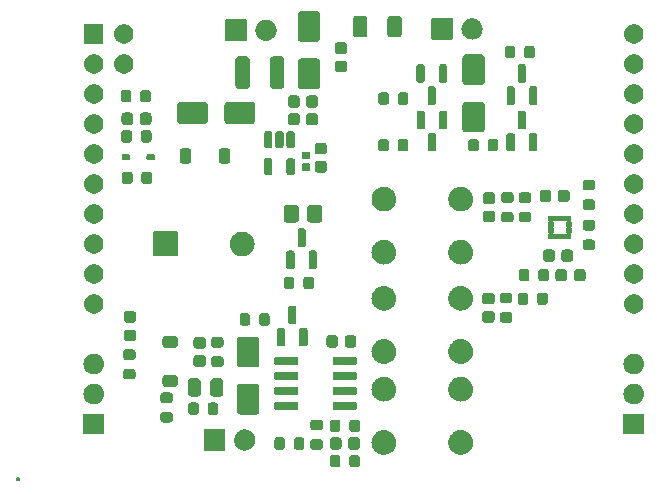
<source format=gbr>
G04 #@! TF.GenerationSoftware,KiCad,Pcbnew,8.0.8*
G04 #@! TF.CreationDate,2025-05-26T08:32:39+07:00*
G04 #@! TF.ProjectId,LP_MSPM0C1104-EB-V1.1,4c505f4d-5350-44d3-9043-313130342d45,rev?*
G04 #@! TF.SameCoordinates,Original*
G04 #@! TF.FileFunction,Soldermask,Top*
G04 #@! TF.FilePolarity,Negative*
%FSLAX46Y46*%
G04 Gerber Fmt 4.6, Leading zero omitted, Abs format (unit mm)*
G04 Created by KiCad (PCBNEW 8.0.8) date 2025-05-26 08:32:39*
%MOMM*%
%LPD*%
G01*
G04 APERTURE LIST*
G04 APERTURE END LIST*
G36*
X119358835Y-125164523D02*
G01*
X119416258Y-125202892D01*
X119454627Y-125260315D01*
X119468100Y-125328050D01*
X119454627Y-125395785D01*
X119416258Y-125453208D01*
X119358835Y-125491577D01*
X119291100Y-125505050D01*
X119223365Y-125491577D01*
X119165942Y-125453208D01*
X119127573Y-125395785D01*
X119114100Y-125328050D01*
X119127573Y-125260315D01*
X119165942Y-125202892D01*
X119223365Y-125164523D01*
X119291100Y-125151050D01*
X119358835Y-125164523D01*
G37*
G36*
X146366047Y-123283855D02*
G01*
X146417408Y-123289814D01*
X146434954Y-123297561D01*
X146457671Y-123302080D01*
X146481991Y-123318330D01*
X146502793Y-123327515D01*
X146517000Y-123341722D01*
X146538777Y-123356273D01*
X146553327Y-123378049D01*
X146567534Y-123392256D01*
X146576718Y-123413056D01*
X146592970Y-123437379D01*
X146597489Y-123460098D01*
X146605235Y-123477641D01*
X146611192Y-123528990D01*
X146612000Y-123533050D01*
X146612000Y-124083050D01*
X146611192Y-124087109D01*
X146605235Y-124138458D01*
X146597489Y-124156000D01*
X146592970Y-124178721D01*
X146576716Y-124203045D01*
X146567534Y-124223843D01*
X146553329Y-124238047D01*
X146538777Y-124259827D01*
X146516997Y-124274379D01*
X146502793Y-124288584D01*
X146481995Y-124297766D01*
X146457671Y-124314020D01*
X146434950Y-124318539D01*
X146417408Y-124326285D01*
X146366061Y-124332242D01*
X146362000Y-124333050D01*
X145962000Y-124333050D01*
X145957941Y-124332242D01*
X145906591Y-124326285D01*
X145889048Y-124318539D01*
X145866329Y-124314020D01*
X145842006Y-124297768D01*
X145821206Y-124288584D01*
X145806999Y-124274377D01*
X145785223Y-124259827D01*
X145770672Y-124238050D01*
X145756465Y-124223843D01*
X145747280Y-124203041D01*
X145731030Y-124178721D01*
X145726511Y-124156004D01*
X145718764Y-124138458D01*
X145712805Y-124087099D01*
X145712000Y-124083050D01*
X145712000Y-123533050D01*
X145712804Y-123529003D01*
X145718764Y-123477641D01*
X145726511Y-123460093D01*
X145731030Y-123437379D01*
X145747278Y-123413060D01*
X145756465Y-123392256D01*
X145770674Y-123378046D01*
X145785223Y-123356273D01*
X145806996Y-123341724D01*
X145821206Y-123327515D01*
X145842010Y-123318328D01*
X145866329Y-123302080D01*
X145889043Y-123297561D01*
X145906591Y-123289814D01*
X145957952Y-123283855D01*
X145962000Y-123283050D01*
X146362000Y-123283050D01*
X146366047Y-123283855D01*
G37*
G36*
X148016047Y-123283855D02*
G01*
X148067408Y-123289814D01*
X148084954Y-123297561D01*
X148107671Y-123302080D01*
X148131991Y-123318330D01*
X148152793Y-123327515D01*
X148167000Y-123341722D01*
X148188777Y-123356273D01*
X148203327Y-123378049D01*
X148217534Y-123392256D01*
X148226718Y-123413056D01*
X148242970Y-123437379D01*
X148247489Y-123460098D01*
X148255235Y-123477641D01*
X148261192Y-123528990D01*
X148262000Y-123533050D01*
X148262000Y-124083050D01*
X148261192Y-124087109D01*
X148255235Y-124138458D01*
X148247489Y-124156000D01*
X148242970Y-124178721D01*
X148226716Y-124203045D01*
X148217534Y-124223843D01*
X148203329Y-124238047D01*
X148188777Y-124259827D01*
X148166997Y-124274379D01*
X148152793Y-124288584D01*
X148131995Y-124297766D01*
X148107671Y-124314020D01*
X148084950Y-124318539D01*
X148067408Y-124326285D01*
X148016061Y-124332242D01*
X148012000Y-124333050D01*
X147612000Y-124333050D01*
X147607941Y-124332242D01*
X147556591Y-124326285D01*
X147539048Y-124318539D01*
X147516329Y-124314020D01*
X147492006Y-124297768D01*
X147471206Y-124288584D01*
X147456999Y-124274377D01*
X147435223Y-124259827D01*
X147420672Y-124238050D01*
X147406465Y-124223843D01*
X147397280Y-124203041D01*
X147381030Y-124178721D01*
X147376511Y-124156004D01*
X147368764Y-124138458D01*
X147362805Y-124087099D01*
X147362000Y-124083050D01*
X147362000Y-123533050D01*
X147362804Y-123529003D01*
X147368764Y-123477641D01*
X147376511Y-123460093D01*
X147381030Y-123437379D01*
X147397278Y-123413060D01*
X147406465Y-123392256D01*
X147420674Y-123378046D01*
X147435223Y-123356273D01*
X147456996Y-123341724D01*
X147471206Y-123327515D01*
X147492010Y-123318328D01*
X147516329Y-123302080D01*
X147539043Y-123297561D01*
X147556591Y-123289814D01*
X147607952Y-123283855D01*
X147612000Y-123283050D01*
X148012000Y-123283050D01*
X148016047Y-123283855D01*
G37*
G36*
X150334640Y-121162742D02*
G01*
X150383860Y-121162742D01*
X150438670Y-121172987D01*
X150491845Y-121178225D01*
X150532244Y-121190480D01*
X150574286Y-121198339D01*
X150632513Y-121220896D01*
X150688818Y-121237976D01*
X150720986Y-121255170D01*
X150754932Y-121268321D01*
X150813915Y-121304842D01*
X150870349Y-121335007D01*
X150894061Y-121354467D01*
X150919635Y-121370302D01*
X150976308Y-121421965D01*
X151029462Y-121465588D01*
X151045210Y-121484777D01*
X151062802Y-121500814D01*
X151113866Y-121568435D01*
X151160043Y-121624701D01*
X151168974Y-121641409D01*
X151179545Y-121655408D01*
X151221600Y-121739865D01*
X151257074Y-121806232D01*
X151260857Y-121818704D01*
X151265897Y-121828825D01*
X151295662Y-121933443D01*
X151316825Y-122003205D01*
X151317520Y-122010264D01*
X151318910Y-122015149D01*
X151333364Y-122171140D01*
X151337000Y-122208050D01*
X151333364Y-122244962D01*
X151318910Y-122400950D01*
X151317520Y-122405833D01*
X151316825Y-122412895D01*
X151295658Y-122482672D01*
X151265897Y-122587274D01*
X151260858Y-122597393D01*
X151257074Y-122609868D01*
X151221592Y-122676248D01*
X151179545Y-122760691D01*
X151168975Y-122774686D01*
X151160043Y-122791399D01*
X151113857Y-122847676D01*
X151062802Y-122915285D01*
X151045213Y-122931318D01*
X151029462Y-122950512D01*
X150976297Y-122994143D01*
X150919635Y-123045797D01*
X150894066Y-123061628D01*
X150870349Y-123081093D01*
X150813903Y-123111263D01*
X150754932Y-123147778D01*
X150720993Y-123160925D01*
X150688818Y-123178124D01*
X150632501Y-123195207D01*
X150574286Y-123217760D01*
X150532251Y-123225617D01*
X150491845Y-123237875D01*
X150438666Y-123243112D01*
X150383860Y-123253358D01*
X150334640Y-123253358D01*
X150287000Y-123258050D01*
X150239360Y-123253358D01*
X150190140Y-123253358D01*
X150135332Y-123243112D01*
X150082155Y-123237875D01*
X150041750Y-123225618D01*
X149999713Y-123217760D01*
X149941493Y-123195205D01*
X149885182Y-123178124D01*
X149853009Y-123160927D01*
X149819067Y-123147778D01*
X149760089Y-123111260D01*
X149703651Y-123081093D01*
X149679936Y-123061631D01*
X149654364Y-123045797D01*
X149597692Y-122994134D01*
X149544538Y-122950512D01*
X149528789Y-122931322D01*
X149511197Y-122915285D01*
X149460130Y-122847661D01*
X149413957Y-122791399D01*
X149405026Y-122774691D01*
X149394454Y-122760691D01*
X149352392Y-122676220D01*
X149316926Y-122609868D01*
X149313143Y-122597398D01*
X149308102Y-122587274D01*
X149278325Y-122482618D01*
X149257175Y-122412895D01*
X149256480Y-122405839D01*
X149255089Y-122400950D01*
X149240618Y-122244791D01*
X149237000Y-122208050D01*
X149240618Y-122171311D01*
X149255089Y-122015149D01*
X149256480Y-122010259D01*
X149257175Y-122003205D01*
X149278320Y-121933496D01*
X149308102Y-121828825D01*
X149313144Y-121818698D01*
X149316926Y-121806232D01*
X149352385Y-121739892D01*
X149394454Y-121655408D01*
X149405028Y-121641405D01*
X149413957Y-121624701D01*
X149460120Y-121568450D01*
X149511197Y-121500814D01*
X149528792Y-121484773D01*
X149544538Y-121465588D01*
X149597681Y-121421974D01*
X149654364Y-121370302D01*
X149679941Y-121354464D01*
X149703651Y-121335007D01*
X149760077Y-121304846D01*
X149819067Y-121268321D01*
X149853015Y-121255169D01*
X149885182Y-121237976D01*
X149941481Y-121220897D01*
X149999713Y-121198339D01*
X150041756Y-121190479D01*
X150082155Y-121178225D01*
X150135329Y-121172987D01*
X150190140Y-121162742D01*
X150239360Y-121162742D01*
X150287000Y-121158050D01*
X150334640Y-121162742D01*
G37*
G36*
X156834640Y-121162742D02*
G01*
X156883860Y-121162742D01*
X156938670Y-121172987D01*
X156991845Y-121178225D01*
X157032244Y-121190480D01*
X157074286Y-121198339D01*
X157132513Y-121220896D01*
X157188818Y-121237976D01*
X157220986Y-121255170D01*
X157254932Y-121268321D01*
X157313915Y-121304842D01*
X157370349Y-121335007D01*
X157394061Y-121354467D01*
X157419635Y-121370302D01*
X157476308Y-121421965D01*
X157529462Y-121465588D01*
X157545210Y-121484777D01*
X157562802Y-121500814D01*
X157613866Y-121568435D01*
X157660043Y-121624701D01*
X157668974Y-121641409D01*
X157679545Y-121655408D01*
X157721600Y-121739865D01*
X157757074Y-121806232D01*
X157760857Y-121818704D01*
X157765897Y-121828825D01*
X157795662Y-121933443D01*
X157816825Y-122003205D01*
X157817520Y-122010264D01*
X157818910Y-122015149D01*
X157833364Y-122171140D01*
X157837000Y-122208050D01*
X157833364Y-122244962D01*
X157818910Y-122400950D01*
X157817520Y-122405833D01*
X157816825Y-122412895D01*
X157795658Y-122482672D01*
X157765897Y-122587274D01*
X157760858Y-122597393D01*
X157757074Y-122609868D01*
X157721592Y-122676248D01*
X157679545Y-122760691D01*
X157668975Y-122774686D01*
X157660043Y-122791399D01*
X157613857Y-122847676D01*
X157562802Y-122915285D01*
X157545213Y-122931318D01*
X157529462Y-122950512D01*
X157476297Y-122994143D01*
X157419635Y-123045797D01*
X157394066Y-123061628D01*
X157370349Y-123081093D01*
X157313903Y-123111263D01*
X157254932Y-123147778D01*
X157220993Y-123160925D01*
X157188818Y-123178124D01*
X157132501Y-123195207D01*
X157074286Y-123217760D01*
X157032251Y-123225617D01*
X156991845Y-123237875D01*
X156938666Y-123243112D01*
X156883860Y-123253358D01*
X156834640Y-123253358D01*
X156787000Y-123258050D01*
X156739360Y-123253358D01*
X156690140Y-123253358D01*
X156635332Y-123243112D01*
X156582155Y-123237875D01*
X156541750Y-123225618D01*
X156499713Y-123217760D01*
X156441493Y-123195205D01*
X156385182Y-123178124D01*
X156353009Y-123160927D01*
X156319067Y-123147778D01*
X156260089Y-123111260D01*
X156203651Y-123081093D01*
X156179936Y-123061631D01*
X156154364Y-123045797D01*
X156097692Y-122994134D01*
X156044538Y-122950512D01*
X156028789Y-122931322D01*
X156011197Y-122915285D01*
X155960130Y-122847661D01*
X155913957Y-122791399D01*
X155905026Y-122774691D01*
X155894454Y-122760691D01*
X155852392Y-122676220D01*
X155816926Y-122609868D01*
X155813143Y-122597398D01*
X155808102Y-122587274D01*
X155778325Y-122482618D01*
X155757175Y-122412895D01*
X155756480Y-122405839D01*
X155755089Y-122400950D01*
X155740618Y-122244791D01*
X155737000Y-122208050D01*
X155740618Y-122171311D01*
X155755089Y-122015149D01*
X155756480Y-122010259D01*
X155757175Y-122003205D01*
X155778320Y-121933496D01*
X155808102Y-121828825D01*
X155813144Y-121818698D01*
X155816926Y-121806232D01*
X155852385Y-121739892D01*
X155894454Y-121655408D01*
X155905028Y-121641405D01*
X155913957Y-121624701D01*
X155960120Y-121568450D01*
X156011197Y-121500814D01*
X156028792Y-121484773D01*
X156044538Y-121465588D01*
X156097681Y-121421974D01*
X156154364Y-121370302D01*
X156179941Y-121354464D01*
X156203651Y-121335007D01*
X156260077Y-121304846D01*
X156319067Y-121268321D01*
X156353015Y-121255169D01*
X156385182Y-121237976D01*
X156441481Y-121220897D01*
X156499713Y-121198339D01*
X156541756Y-121190479D01*
X156582155Y-121178225D01*
X156635329Y-121172987D01*
X156690140Y-121162742D01*
X156739360Y-121162742D01*
X156787000Y-121158050D01*
X156834640Y-121162742D01*
G37*
G36*
X136831134Y-121111856D02*
G01*
X136847355Y-121122695D01*
X136858194Y-121138916D01*
X136862000Y-121158050D01*
X136862000Y-122858050D01*
X136858194Y-122877184D01*
X136847355Y-122893405D01*
X136831134Y-122904244D01*
X136812000Y-122908050D01*
X135112000Y-122908050D01*
X135092866Y-122904244D01*
X135076645Y-122893405D01*
X135065806Y-122877184D01*
X135062000Y-122858050D01*
X135062000Y-121158050D01*
X135065806Y-121138916D01*
X135076645Y-121122695D01*
X135092866Y-121111856D01*
X135112000Y-121108050D01*
X136812000Y-121108050D01*
X136831134Y-121111856D01*
G37*
G36*
X138549607Y-121112980D02*
G01*
X138596076Y-121112980D01*
X138636202Y-121121509D01*
X138677533Y-121125580D01*
X138729460Y-121141332D01*
X138780115Y-121152099D01*
X138812527Y-121166529D01*
X138846321Y-121176781D01*
X138900023Y-121205485D01*
X138952000Y-121228627D01*
X138976165Y-121246184D01*
X139001878Y-121259928D01*
X139054333Y-121302977D01*
X139104218Y-121339220D01*
X139120412Y-121357205D01*
X139138225Y-121371824D01*
X139186089Y-121430147D01*
X139230115Y-121479043D01*
X139239365Y-121495065D01*
X139250121Y-121508171D01*
X139289908Y-121582607D01*
X139324191Y-121641987D01*
X139328134Y-121654124D01*
X139333268Y-121663728D01*
X139361568Y-121757021D01*
X139382333Y-121820929D01*
X139383064Y-121827884D01*
X139384469Y-121832516D01*
X139398151Y-121971435D01*
X139402000Y-122008050D01*
X139398151Y-122044667D01*
X139384469Y-122183583D01*
X139383064Y-122188214D01*
X139382333Y-122195171D01*
X139361563Y-122259092D01*
X139333268Y-122352371D01*
X139328135Y-122361973D01*
X139324191Y-122374113D01*
X139289901Y-122433504D01*
X139250121Y-122507928D01*
X139239367Y-122521031D01*
X139230115Y-122537057D01*
X139186080Y-122585962D01*
X139138225Y-122644275D01*
X139120415Y-122658890D01*
X139104218Y-122676880D01*
X139054323Y-122713130D01*
X139001878Y-122756171D01*
X138976171Y-122769911D01*
X138952000Y-122787473D01*
X138900012Y-122810619D01*
X138846321Y-122839318D01*
X138812534Y-122849567D01*
X138780115Y-122864001D01*
X138729449Y-122874770D01*
X138677533Y-122890519D01*
X138636210Y-122894588D01*
X138596076Y-122903120D01*
X138549597Y-122903120D01*
X138502000Y-122907808D01*
X138454403Y-122903120D01*
X138407924Y-122903120D01*
X138367789Y-122894589D01*
X138326466Y-122890519D01*
X138274546Y-122874769D01*
X138223885Y-122864001D01*
X138191467Y-122849567D01*
X138157678Y-122839318D01*
X138103981Y-122810616D01*
X138052000Y-122787473D01*
X138027831Y-122769913D01*
X138002121Y-122756171D01*
X137949667Y-122713124D01*
X137899782Y-122676880D01*
X137883587Y-122658893D01*
X137865774Y-122644275D01*
X137817908Y-122585949D01*
X137773885Y-122537057D01*
X137764634Y-122521035D01*
X137753878Y-122507928D01*
X137714085Y-122433481D01*
X137679809Y-122374113D01*
X137675866Y-122361978D01*
X137670731Y-122352371D01*
X137642421Y-122259046D01*
X137621667Y-122195171D01*
X137620936Y-122188219D01*
X137619530Y-122183583D01*
X137605832Y-122044516D01*
X137602000Y-122008050D01*
X137605832Y-121971586D01*
X137619530Y-121832516D01*
X137620936Y-121827879D01*
X137621667Y-121820929D01*
X137642416Y-121757067D01*
X137670731Y-121663728D01*
X137675866Y-121654119D01*
X137679809Y-121641987D01*
X137714078Y-121582631D01*
X137753878Y-121508171D01*
X137764636Y-121495061D01*
X137773885Y-121479043D01*
X137817898Y-121430160D01*
X137865774Y-121371824D01*
X137883590Y-121357202D01*
X137899782Y-121339220D01*
X137949657Y-121302983D01*
X138002121Y-121259928D01*
X138027836Y-121246182D01*
X138052000Y-121228627D01*
X138103970Y-121205488D01*
X138157678Y-121176781D01*
X138191474Y-121166528D01*
X138223885Y-121152099D01*
X138274535Y-121141332D01*
X138326466Y-121125580D01*
X138367798Y-121121509D01*
X138407924Y-121112980D01*
X138454393Y-121112980D01*
X138502000Y-121108291D01*
X138549607Y-121112980D01*
G37*
G36*
X141666047Y-121783855D02*
G01*
X141717408Y-121789814D01*
X141734954Y-121797561D01*
X141757671Y-121802080D01*
X141781991Y-121818330D01*
X141802793Y-121827515D01*
X141817000Y-121841722D01*
X141838777Y-121856273D01*
X141853327Y-121878049D01*
X141867534Y-121892256D01*
X141876718Y-121913056D01*
X141892970Y-121937379D01*
X141897489Y-121960098D01*
X141905235Y-121977641D01*
X141911192Y-122028990D01*
X141912000Y-122033050D01*
X141912000Y-122583050D01*
X141911192Y-122587109D01*
X141905235Y-122638458D01*
X141897489Y-122656000D01*
X141892970Y-122678721D01*
X141876716Y-122703045D01*
X141867534Y-122723843D01*
X141853329Y-122738047D01*
X141838777Y-122759827D01*
X141816997Y-122774379D01*
X141802793Y-122788584D01*
X141781995Y-122797766D01*
X141757671Y-122814020D01*
X141734950Y-122818539D01*
X141717408Y-122826285D01*
X141666061Y-122832242D01*
X141662000Y-122833050D01*
X141262000Y-122833050D01*
X141257941Y-122832242D01*
X141206591Y-122826285D01*
X141189048Y-122818539D01*
X141166329Y-122814020D01*
X141142006Y-122797768D01*
X141121206Y-122788584D01*
X141106999Y-122774377D01*
X141085223Y-122759827D01*
X141070672Y-122738050D01*
X141056465Y-122723843D01*
X141047280Y-122703041D01*
X141031030Y-122678721D01*
X141026511Y-122656004D01*
X141018764Y-122638458D01*
X141012805Y-122587099D01*
X141012000Y-122583050D01*
X141012000Y-122033050D01*
X141012804Y-122029003D01*
X141018764Y-121977641D01*
X141026511Y-121960093D01*
X141031030Y-121937379D01*
X141047278Y-121913060D01*
X141056465Y-121892256D01*
X141070674Y-121878046D01*
X141085223Y-121856273D01*
X141106996Y-121841724D01*
X141121206Y-121827515D01*
X141142010Y-121818328D01*
X141166329Y-121802080D01*
X141189043Y-121797561D01*
X141206591Y-121789814D01*
X141257952Y-121783855D01*
X141262000Y-121783050D01*
X141662000Y-121783050D01*
X141666047Y-121783855D01*
G37*
G36*
X143316047Y-121783855D02*
G01*
X143367408Y-121789814D01*
X143384954Y-121797561D01*
X143407671Y-121802080D01*
X143431991Y-121818330D01*
X143452793Y-121827515D01*
X143467000Y-121841722D01*
X143488777Y-121856273D01*
X143503327Y-121878049D01*
X143517534Y-121892256D01*
X143526718Y-121913056D01*
X143542970Y-121937379D01*
X143547489Y-121960098D01*
X143555235Y-121977641D01*
X143561192Y-122028990D01*
X143562000Y-122033050D01*
X143562000Y-122583050D01*
X143561192Y-122587109D01*
X143555235Y-122638458D01*
X143547489Y-122656000D01*
X143542970Y-122678721D01*
X143526716Y-122703045D01*
X143517534Y-122723843D01*
X143503329Y-122738047D01*
X143488777Y-122759827D01*
X143466997Y-122774379D01*
X143452793Y-122788584D01*
X143431995Y-122797766D01*
X143407671Y-122814020D01*
X143384950Y-122818539D01*
X143367408Y-122826285D01*
X143316061Y-122832242D01*
X143312000Y-122833050D01*
X142912000Y-122833050D01*
X142907941Y-122832242D01*
X142856591Y-122826285D01*
X142839048Y-122818539D01*
X142816329Y-122814020D01*
X142792006Y-122797768D01*
X142771206Y-122788584D01*
X142756999Y-122774377D01*
X142735223Y-122759827D01*
X142720672Y-122738050D01*
X142706465Y-122723843D01*
X142697280Y-122703041D01*
X142681030Y-122678721D01*
X142676511Y-122656004D01*
X142668764Y-122638458D01*
X142662805Y-122587099D01*
X142662000Y-122583050D01*
X142662000Y-122033050D01*
X142662804Y-122029003D01*
X142668764Y-121977641D01*
X142676511Y-121960093D01*
X142681030Y-121937379D01*
X142697278Y-121913060D01*
X142706465Y-121892256D01*
X142720674Y-121878046D01*
X142735223Y-121856273D01*
X142756996Y-121841724D01*
X142771206Y-121827515D01*
X142792010Y-121818328D01*
X142816329Y-121802080D01*
X142839043Y-121797561D01*
X142856591Y-121789814D01*
X142907952Y-121783855D01*
X142912000Y-121783050D01*
X143312000Y-121783050D01*
X143316047Y-121783855D01*
G37*
G36*
X144866047Y-121933855D02*
G01*
X144917408Y-121939814D01*
X144934954Y-121947561D01*
X144957671Y-121952080D01*
X144981991Y-121968330D01*
X145002793Y-121977515D01*
X145017000Y-121991722D01*
X145038777Y-122006273D01*
X145053327Y-122028049D01*
X145067534Y-122042256D01*
X145076718Y-122063056D01*
X145092970Y-122087379D01*
X145097489Y-122110098D01*
X145105235Y-122127641D01*
X145111192Y-122178990D01*
X145112000Y-122183050D01*
X145112000Y-122583050D01*
X145111192Y-122587109D01*
X145105235Y-122638458D01*
X145097489Y-122656000D01*
X145092970Y-122678721D01*
X145076716Y-122703045D01*
X145067534Y-122723843D01*
X145053329Y-122738047D01*
X145038777Y-122759827D01*
X145016997Y-122774379D01*
X145002793Y-122788584D01*
X144981995Y-122797766D01*
X144957671Y-122814020D01*
X144934950Y-122818539D01*
X144917408Y-122826285D01*
X144866061Y-122832242D01*
X144862000Y-122833050D01*
X144312000Y-122833050D01*
X144307941Y-122832242D01*
X144256591Y-122826285D01*
X144239048Y-122818539D01*
X144216329Y-122814020D01*
X144192006Y-122797768D01*
X144171206Y-122788584D01*
X144156999Y-122774377D01*
X144135223Y-122759827D01*
X144120672Y-122738050D01*
X144106465Y-122723843D01*
X144097280Y-122703041D01*
X144081030Y-122678721D01*
X144076511Y-122656004D01*
X144068764Y-122638458D01*
X144062805Y-122587099D01*
X144062000Y-122583050D01*
X144062000Y-122183050D01*
X144062804Y-122179003D01*
X144068764Y-122127641D01*
X144076511Y-122110093D01*
X144081030Y-122087379D01*
X144097278Y-122063060D01*
X144106465Y-122042256D01*
X144120674Y-122028046D01*
X144135223Y-122006273D01*
X144156996Y-121991724D01*
X144171206Y-121977515D01*
X144192010Y-121968328D01*
X144216329Y-121952080D01*
X144239043Y-121947561D01*
X144256591Y-121939814D01*
X144307952Y-121933855D01*
X144312000Y-121933050D01*
X144862000Y-121933050D01*
X144866047Y-121933855D01*
G37*
G36*
X146443409Y-121784325D02*
G01*
X146506958Y-121792691D01*
X146522943Y-121800145D01*
X146542238Y-121803983D01*
X146567792Y-121821058D01*
X146594290Y-121833414D01*
X146610412Y-121849536D01*
X146631454Y-121863596D01*
X146645513Y-121884637D01*
X146661635Y-121900759D01*
X146673990Y-121927254D01*
X146691067Y-121952812D01*
X146694905Y-121972108D01*
X146702358Y-121988091D01*
X146710722Y-122051627D01*
X146712000Y-122058050D01*
X146712000Y-122558050D01*
X146710722Y-122564474D01*
X146702358Y-122628008D01*
X146694905Y-122643989D01*
X146691067Y-122663288D01*
X146673988Y-122688847D01*
X146661635Y-122715340D01*
X146645516Y-122731458D01*
X146631454Y-122752504D01*
X146610408Y-122766566D01*
X146594290Y-122782685D01*
X146567797Y-122795038D01*
X146542238Y-122812117D01*
X146522939Y-122815955D01*
X146506958Y-122823408D01*
X146443424Y-122831772D01*
X146437000Y-122833050D01*
X145987000Y-122833050D01*
X145980577Y-122831772D01*
X145917041Y-122823408D01*
X145901058Y-122815955D01*
X145881762Y-122812117D01*
X145856204Y-122795040D01*
X145829709Y-122782685D01*
X145813587Y-122766563D01*
X145792546Y-122752504D01*
X145778486Y-122731462D01*
X145762364Y-122715340D01*
X145750008Y-122688842D01*
X145732933Y-122663288D01*
X145729095Y-122643993D01*
X145721641Y-122628008D01*
X145713275Y-122564459D01*
X145712000Y-122558050D01*
X145712000Y-122058050D01*
X145713274Y-122051642D01*
X145721641Y-121988091D01*
X145729095Y-121972104D01*
X145732933Y-121952812D01*
X145750006Y-121927259D01*
X145762364Y-121900759D01*
X145778488Y-121884634D01*
X145792546Y-121863596D01*
X145813584Y-121849538D01*
X145829709Y-121833414D01*
X145856209Y-121821056D01*
X145881762Y-121803983D01*
X145901054Y-121800145D01*
X145917041Y-121792691D01*
X145980592Y-121784324D01*
X145987000Y-121783050D01*
X146437000Y-121783050D01*
X146443409Y-121784325D01*
G37*
G36*
X147993409Y-121784325D02*
G01*
X148056958Y-121792691D01*
X148072943Y-121800145D01*
X148092238Y-121803983D01*
X148117792Y-121821058D01*
X148144290Y-121833414D01*
X148160412Y-121849536D01*
X148181454Y-121863596D01*
X148195513Y-121884637D01*
X148211635Y-121900759D01*
X148223990Y-121927254D01*
X148241067Y-121952812D01*
X148244905Y-121972108D01*
X148252358Y-121988091D01*
X148260722Y-122051627D01*
X148262000Y-122058050D01*
X148262000Y-122558050D01*
X148260722Y-122564474D01*
X148252358Y-122628008D01*
X148244905Y-122643989D01*
X148241067Y-122663288D01*
X148223988Y-122688847D01*
X148211635Y-122715340D01*
X148195516Y-122731458D01*
X148181454Y-122752504D01*
X148160408Y-122766566D01*
X148144290Y-122782685D01*
X148117797Y-122795038D01*
X148092238Y-122812117D01*
X148072939Y-122815955D01*
X148056958Y-122823408D01*
X147993424Y-122831772D01*
X147987000Y-122833050D01*
X147537000Y-122833050D01*
X147530577Y-122831772D01*
X147467041Y-122823408D01*
X147451058Y-122815955D01*
X147431762Y-122812117D01*
X147406204Y-122795040D01*
X147379709Y-122782685D01*
X147363587Y-122766563D01*
X147342546Y-122752504D01*
X147328486Y-122731462D01*
X147312364Y-122715340D01*
X147300008Y-122688842D01*
X147282933Y-122663288D01*
X147279095Y-122643993D01*
X147271641Y-122628008D01*
X147263275Y-122564459D01*
X147262000Y-122558050D01*
X147262000Y-122058050D01*
X147263274Y-122051642D01*
X147271641Y-121988091D01*
X147279095Y-121972104D01*
X147282933Y-121952812D01*
X147300006Y-121927259D01*
X147312364Y-121900759D01*
X147328488Y-121884634D01*
X147342546Y-121863596D01*
X147363584Y-121849538D01*
X147379709Y-121833414D01*
X147406209Y-121821056D01*
X147431762Y-121803983D01*
X147451054Y-121800145D01*
X147467041Y-121792691D01*
X147530592Y-121784324D01*
X147537000Y-121783050D01*
X147987000Y-121783050D01*
X147993409Y-121784325D01*
G37*
G36*
X126561434Y-119774356D02*
G01*
X126577655Y-119785195D01*
X126588494Y-119801416D01*
X126592300Y-119820550D01*
X126592300Y-121470550D01*
X126588494Y-121489684D01*
X126577655Y-121505905D01*
X126561434Y-121516744D01*
X126542300Y-121520550D01*
X124892300Y-121520550D01*
X124873166Y-121516744D01*
X124856945Y-121505905D01*
X124846106Y-121489684D01*
X124842300Y-121470550D01*
X124842300Y-119820550D01*
X124846106Y-119801416D01*
X124856945Y-119785195D01*
X124873166Y-119774356D01*
X124892300Y-119770550D01*
X126542300Y-119770550D01*
X126561434Y-119774356D01*
G37*
G36*
X172281434Y-119774356D02*
G01*
X172297655Y-119785195D01*
X172308494Y-119801416D01*
X172312300Y-119820550D01*
X172312300Y-121470550D01*
X172308494Y-121489684D01*
X172297655Y-121505905D01*
X172281434Y-121516744D01*
X172262300Y-121520550D01*
X170612300Y-121520550D01*
X170593166Y-121516744D01*
X170576945Y-121505905D01*
X170566106Y-121489684D01*
X170562300Y-121470550D01*
X170562300Y-119820550D01*
X170566106Y-119801416D01*
X170576945Y-119785195D01*
X170593166Y-119774356D01*
X170612300Y-119770550D01*
X172262300Y-119770550D01*
X172281434Y-119774356D01*
G37*
G36*
X146366047Y-120283855D02*
G01*
X146417408Y-120289814D01*
X146434954Y-120297561D01*
X146457671Y-120302080D01*
X146481991Y-120318330D01*
X146502793Y-120327515D01*
X146517000Y-120341722D01*
X146538777Y-120356273D01*
X146553327Y-120378049D01*
X146567534Y-120392256D01*
X146576718Y-120413056D01*
X146592970Y-120437379D01*
X146597489Y-120460098D01*
X146605235Y-120477641D01*
X146611192Y-120528990D01*
X146612000Y-120533050D01*
X146612000Y-121083050D01*
X146611192Y-121087109D01*
X146605235Y-121138458D01*
X146597489Y-121156000D01*
X146592970Y-121178721D01*
X146576716Y-121203045D01*
X146567534Y-121223843D01*
X146553329Y-121238047D01*
X146538777Y-121259827D01*
X146516997Y-121274379D01*
X146502793Y-121288584D01*
X146481995Y-121297766D01*
X146457671Y-121314020D01*
X146434950Y-121318539D01*
X146417408Y-121326285D01*
X146366061Y-121332242D01*
X146362000Y-121333050D01*
X145962000Y-121333050D01*
X145957941Y-121332242D01*
X145906591Y-121326285D01*
X145889048Y-121318539D01*
X145866329Y-121314020D01*
X145842006Y-121297768D01*
X145821206Y-121288584D01*
X145806999Y-121274377D01*
X145785223Y-121259827D01*
X145770672Y-121238050D01*
X145756465Y-121223843D01*
X145747280Y-121203041D01*
X145731030Y-121178721D01*
X145726511Y-121156004D01*
X145718764Y-121138458D01*
X145712805Y-121087099D01*
X145712000Y-121083050D01*
X145712000Y-120533050D01*
X145712804Y-120529003D01*
X145718764Y-120477641D01*
X145726511Y-120460093D01*
X145731030Y-120437379D01*
X145747278Y-120413060D01*
X145756465Y-120392256D01*
X145770674Y-120378046D01*
X145785223Y-120356273D01*
X145806996Y-120341724D01*
X145821206Y-120327515D01*
X145842010Y-120318328D01*
X145866329Y-120302080D01*
X145889043Y-120297561D01*
X145906591Y-120289814D01*
X145957952Y-120283855D01*
X145962000Y-120283050D01*
X146362000Y-120283050D01*
X146366047Y-120283855D01*
G37*
G36*
X148016047Y-120283855D02*
G01*
X148067408Y-120289814D01*
X148084954Y-120297561D01*
X148107671Y-120302080D01*
X148131991Y-120318330D01*
X148152793Y-120327515D01*
X148167000Y-120341722D01*
X148188777Y-120356273D01*
X148203327Y-120378049D01*
X148217534Y-120392256D01*
X148226718Y-120413056D01*
X148242970Y-120437379D01*
X148247489Y-120460098D01*
X148255235Y-120477641D01*
X148261192Y-120528990D01*
X148262000Y-120533050D01*
X148262000Y-121083050D01*
X148261192Y-121087109D01*
X148255235Y-121138458D01*
X148247489Y-121156000D01*
X148242970Y-121178721D01*
X148226716Y-121203045D01*
X148217534Y-121223843D01*
X148203329Y-121238047D01*
X148188777Y-121259827D01*
X148166997Y-121274379D01*
X148152793Y-121288584D01*
X148131995Y-121297766D01*
X148107671Y-121314020D01*
X148084950Y-121318539D01*
X148067408Y-121326285D01*
X148016061Y-121332242D01*
X148012000Y-121333050D01*
X147612000Y-121333050D01*
X147607941Y-121332242D01*
X147556591Y-121326285D01*
X147539048Y-121318539D01*
X147516329Y-121314020D01*
X147492006Y-121297768D01*
X147471206Y-121288584D01*
X147456999Y-121274377D01*
X147435223Y-121259827D01*
X147420672Y-121238050D01*
X147406465Y-121223843D01*
X147397280Y-121203041D01*
X147381030Y-121178721D01*
X147376511Y-121156004D01*
X147368764Y-121138458D01*
X147362805Y-121087099D01*
X147362000Y-121083050D01*
X147362000Y-120533050D01*
X147362804Y-120529003D01*
X147368764Y-120477641D01*
X147376511Y-120460093D01*
X147381030Y-120437379D01*
X147397278Y-120413060D01*
X147406465Y-120392256D01*
X147420674Y-120378046D01*
X147435223Y-120356273D01*
X147456996Y-120341724D01*
X147471206Y-120327515D01*
X147492010Y-120318328D01*
X147516329Y-120302080D01*
X147539043Y-120297561D01*
X147556591Y-120289814D01*
X147607952Y-120283855D01*
X147612000Y-120283050D01*
X148012000Y-120283050D01*
X148016047Y-120283855D01*
G37*
G36*
X144866047Y-120283855D02*
G01*
X144917408Y-120289814D01*
X144934954Y-120297561D01*
X144957671Y-120302080D01*
X144981991Y-120318330D01*
X145002793Y-120327515D01*
X145017000Y-120341722D01*
X145038777Y-120356273D01*
X145053327Y-120378049D01*
X145067534Y-120392256D01*
X145076718Y-120413056D01*
X145092970Y-120437379D01*
X145097489Y-120460098D01*
X145105235Y-120477641D01*
X145111192Y-120528990D01*
X145112000Y-120533050D01*
X145112000Y-120933050D01*
X145111192Y-120937109D01*
X145105235Y-120988458D01*
X145097489Y-121006000D01*
X145092970Y-121028721D01*
X145076716Y-121053045D01*
X145067534Y-121073843D01*
X145053329Y-121088047D01*
X145038777Y-121109827D01*
X145016997Y-121124379D01*
X145002793Y-121138584D01*
X144981995Y-121147766D01*
X144957671Y-121164020D01*
X144934950Y-121168539D01*
X144917408Y-121176285D01*
X144866061Y-121182242D01*
X144862000Y-121183050D01*
X144312000Y-121183050D01*
X144307941Y-121182242D01*
X144256591Y-121176285D01*
X144239048Y-121168539D01*
X144216329Y-121164020D01*
X144192006Y-121147768D01*
X144171206Y-121138584D01*
X144156999Y-121124377D01*
X144135223Y-121109827D01*
X144120672Y-121088050D01*
X144106465Y-121073843D01*
X144097280Y-121053041D01*
X144081030Y-121028721D01*
X144076511Y-121006004D01*
X144068764Y-120988458D01*
X144062805Y-120937099D01*
X144062000Y-120933050D01*
X144062000Y-120533050D01*
X144062804Y-120529003D01*
X144068764Y-120477641D01*
X144076511Y-120460093D01*
X144081030Y-120437379D01*
X144097278Y-120413060D01*
X144106465Y-120392256D01*
X144120674Y-120378046D01*
X144135223Y-120356273D01*
X144156996Y-120341724D01*
X144171206Y-120327515D01*
X144192010Y-120318328D01*
X144216329Y-120302080D01*
X144239043Y-120297561D01*
X144256591Y-120289814D01*
X144307952Y-120283855D01*
X144312000Y-120283050D01*
X144862000Y-120283050D01*
X144866047Y-120283855D01*
G37*
G36*
X132166047Y-119633855D02*
G01*
X132217408Y-119639814D01*
X132234954Y-119647561D01*
X132257671Y-119652080D01*
X132281991Y-119668330D01*
X132302793Y-119677515D01*
X132317000Y-119691722D01*
X132338777Y-119706273D01*
X132353327Y-119728049D01*
X132367534Y-119742256D01*
X132376718Y-119763056D01*
X132392970Y-119787379D01*
X132397489Y-119810098D01*
X132405235Y-119827641D01*
X132411192Y-119878990D01*
X132412000Y-119883050D01*
X132412000Y-120283050D01*
X132411192Y-120287109D01*
X132405235Y-120338458D01*
X132397489Y-120356000D01*
X132392970Y-120378721D01*
X132376716Y-120403045D01*
X132367534Y-120423843D01*
X132353329Y-120438047D01*
X132338777Y-120459827D01*
X132316997Y-120474379D01*
X132302793Y-120488584D01*
X132281995Y-120497766D01*
X132257671Y-120514020D01*
X132234950Y-120518539D01*
X132217408Y-120526285D01*
X132166061Y-120532242D01*
X132162000Y-120533050D01*
X131612000Y-120533050D01*
X131607941Y-120532242D01*
X131556591Y-120526285D01*
X131539048Y-120518539D01*
X131516329Y-120514020D01*
X131492006Y-120497768D01*
X131471206Y-120488584D01*
X131456999Y-120474377D01*
X131435223Y-120459827D01*
X131420672Y-120438050D01*
X131406465Y-120423843D01*
X131397280Y-120403041D01*
X131381030Y-120378721D01*
X131376511Y-120356004D01*
X131368764Y-120338458D01*
X131362805Y-120287099D01*
X131362000Y-120283050D01*
X131362000Y-119883050D01*
X131362804Y-119879003D01*
X131368764Y-119827641D01*
X131376511Y-119810093D01*
X131381030Y-119787379D01*
X131397278Y-119763060D01*
X131406465Y-119742256D01*
X131420674Y-119728046D01*
X131435223Y-119706273D01*
X131456996Y-119691724D01*
X131471206Y-119677515D01*
X131492010Y-119668328D01*
X131516329Y-119652080D01*
X131539043Y-119647561D01*
X131556591Y-119639814D01*
X131607952Y-119633855D01*
X131612000Y-119633050D01*
X132162000Y-119633050D01*
X132166047Y-119633855D01*
G37*
G36*
X134366047Y-118833855D02*
G01*
X134417408Y-118839814D01*
X134434954Y-118847561D01*
X134457671Y-118852080D01*
X134481991Y-118868330D01*
X134502793Y-118877515D01*
X134517000Y-118891722D01*
X134538777Y-118906273D01*
X134553327Y-118928049D01*
X134567534Y-118942256D01*
X134576718Y-118963056D01*
X134592970Y-118987379D01*
X134597489Y-119010098D01*
X134605235Y-119027641D01*
X134611192Y-119078990D01*
X134612000Y-119083050D01*
X134612000Y-119633050D01*
X134611192Y-119637109D01*
X134605235Y-119688458D01*
X134597489Y-119706000D01*
X134592970Y-119728721D01*
X134576716Y-119753045D01*
X134567534Y-119773843D01*
X134553329Y-119788047D01*
X134538777Y-119809827D01*
X134516997Y-119824379D01*
X134502793Y-119838584D01*
X134481995Y-119847766D01*
X134457671Y-119864020D01*
X134434950Y-119868539D01*
X134417408Y-119876285D01*
X134366061Y-119882242D01*
X134362000Y-119883050D01*
X133962000Y-119883050D01*
X133957941Y-119882242D01*
X133906591Y-119876285D01*
X133889048Y-119868539D01*
X133866329Y-119864020D01*
X133842006Y-119847768D01*
X133821206Y-119838584D01*
X133806999Y-119824377D01*
X133785223Y-119809827D01*
X133770672Y-119788050D01*
X133756465Y-119773843D01*
X133747280Y-119753041D01*
X133731030Y-119728721D01*
X133726511Y-119706004D01*
X133718764Y-119688458D01*
X133712805Y-119637099D01*
X133712000Y-119633050D01*
X133712000Y-119083050D01*
X133712804Y-119079003D01*
X133718764Y-119027641D01*
X133726511Y-119010093D01*
X133731030Y-118987379D01*
X133747278Y-118963060D01*
X133756465Y-118942256D01*
X133770674Y-118928046D01*
X133785223Y-118906273D01*
X133806996Y-118891724D01*
X133821206Y-118877515D01*
X133842010Y-118868328D01*
X133866329Y-118852080D01*
X133889043Y-118847561D01*
X133906591Y-118839814D01*
X133957952Y-118833855D01*
X133962000Y-118833050D01*
X134362000Y-118833050D01*
X134366047Y-118833855D01*
G37*
G36*
X136016047Y-118833855D02*
G01*
X136067408Y-118839814D01*
X136084954Y-118847561D01*
X136107671Y-118852080D01*
X136131991Y-118868330D01*
X136152793Y-118877515D01*
X136167000Y-118891722D01*
X136188777Y-118906273D01*
X136203327Y-118928049D01*
X136217534Y-118942256D01*
X136226718Y-118963056D01*
X136242970Y-118987379D01*
X136247489Y-119010098D01*
X136255235Y-119027641D01*
X136261192Y-119078990D01*
X136262000Y-119083050D01*
X136262000Y-119633050D01*
X136261192Y-119637109D01*
X136255235Y-119688458D01*
X136247489Y-119706000D01*
X136242970Y-119728721D01*
X136226716Y-119753045D01*
X136217534Y-119773843D01*
X136203329Y-119788047D01*
X136188777Y-119809827D01*
X136166997Y-119824379D01*
X136152793Y-119838584D01*
X136131995Y-119847766D01*
X136107671Y-119864020D01*
X136084950Y-119868539D01*
X136067408Y-119876285D01*
X136016061Y-119882242D01*
X136012000Y-119883050D01*
X135612000Y-119883050D01*
X135607941Y-119882242D01*
X135556591Y-119876285D01*
X135539048Y-119868539D01*
X135516329Y-119864020D01*
X135492006Y-119847768D01*
X135471206Y-119838584D01*
X135456999Y-119824377D01*
X135435223Y-119809827D01*
X135420672Y-119788050D01*
X135406465Y-119773843D01*
X135397280Y-119753041D01*
X135381030Y-119728721D01*
X135376511Y-119706004D01*
X135368764Y-119688458D01*
X135362805Y-119637099D01*
X135362000Y-119633050D01*
X135362000Y-119083050D01*
X135362804Y-119079003D01*
X135368764Y-119027641D01*
X135376511Y-119010093D01*
X135381030Y-118987379D01*
X135397278Y-118963060D01*
X135406465Y-118942256D01*
X135420674Y-118928046D01*
X135435223Y-118906273D01*
X135456996Y-118891724D01*
X135471206Y-118877515D01*
X135492010Y-118868328D01*
X135516329Y-118852080D01*
X135539043Y-118847561D01*
X135556591Y-118839814D01*
X135607952Y-118833855D01*
X135612000Y-118833050D01*
X136012000Y-118833050D01*
X136016047Y-118833855D01*
G37*
G36*
X139505685Y-117266019D02*
G01*
X139514358Y-117269848D01*
X139521925Y-117270951D01*
X139569223Y-117294073D01*
X139606541Y-117310551D01*
X139609996Y-117314006D01*
X139610920Y-117314458D01*
X139680591Y-117384129D01*
X139681042Y-117385052D01*
X139684499Y-117388509D01*
X139700978Y-117425832D01*
X139724098Y-117473123D01*
X139725200Y-117480689D01*
X139729031Y-117489365D01*
X139737000Y-117558050D01*
X139737000Y-119558050D01*
X139729031Y-119626735D01*
X139725199Y-119635411D01*
X139724098Y-119642975D01*
X139700985Y-119690252D01*
X139684499Y-119727591D01*
X139681041Y-119731048D01*
X139680591Y-119731970D01*
X139610920Y-119801641D01*
X139609998Y-119802091D01*
X139606541Y-119805549D01*
X139569207Y-119822033D01*
X139521926Y-119845148D01*
X139514361Y-119846250D01*
X139505685Y-119850081D01*
X139437000Y-119858050D01*
X138137000Y-119858050D01*
X138068315Y-119850081D01*
X138059638Y-119846250D01*
X138052074Y-119845148D01*
X138004787Y-119822031D01*
X137967459Y-119805549D01*
X137964002Y-119802092D01*
X137963079Y-119801641D01*
X137893408Y-119731970D01*
X137892956Y-119731046D01*
X137889501Y-119727591D01*
X137873025Y-119690278D01*
X137849901Y-119642976D01*
X137848798Y-119635407D01*
X137844969Y-119626735D01*
X137837000Y-119558050D01*
X137837000Y-117558050D01*
X137844969Y-117489365D01*
X137848798Y-117480692D01*
X137849901Y-117473124D01*
X137873028Y-117425816D01*
X137889501Y-117388509D01*
X137892955Y-117385054D01*
X137893408Y-117384129D01*
X137963079Y-117314458D01*
X137964004Y-117314005D01*
X137967459Y-117310551D01*
X138004761Y-117294080D01*
X138052073Y-117270951D01*
X138059642Y-117269848D01*
X138068315Y-117266019D01*
X138137000Y-117258050D01*
X139437000Y-117258050D01*
X139505685Y-117266019D01*
G37*
G36*
X142913537Y-118778274D02*
G01*
X142978421Y-118821629D01*
X143021776Y-118886513D01*
X143037000Y-118963050D01*
X143037000Y-119263050D01*
X143021776Y-119339587D01*
X142978421Y-119404471D01*
X142913537Y-119447826D01*
X142837000Y-119463050D01*
X141187000Y-119463050D01*
X141110463Y-119447826D01*
X141045579Y-119404471D01*
X141002224Y-119339587D01*
X140987000Y-119263050D01*
X140987000Y-118963050D01*
X141002224Y-118886513D01*
X141045579Y-118821629D01*
X141110463Y-118778274D01*
X141187000Y-118763050D01*
X142837000Y-118763050D01*
X142913537Y-118778274D01*
G37*
G36*
X147863537Y-118778274D02*
G01*
X147928421Y-118821629D01*
X147971776Y-118886513D01*
X147987000Y-118963050D01*
X147987000Y-119263050D01*
X147971776Y-119339587D01*
X147928421Y-119404471D01*
X147863537Y-119447826D01*
X147787000Y-119463050D01*
X146137000Y-119463050D01*
X146060463Y-119447826D01*
X145995579Y-119404471D01*
X145952224Y-119339587D01*
X145937000Y-119263050D01*
X145937000Y-118963050D01*
X145952224Y-118886513D01*
X145995579Y-118821629D01*
X146060463Y-118778274D01*
X146137000Y-118763050D01*
X147787000Y-118763050D01*
X147863537Y-118778274D01*
G37*
G36*
X125987690Y-117273376D02*
G01*
X126154800Y-117347778D01*
X126302789Y-117455298D01*
X126425190Y-117591238D01*
X126516652Y-117749655D01*
X126573179Y-117923627D01*
X126592300Y-118105550D01*
X126573179Y-118287473D01*
X126516652Y-118461445D01*
X126425190Y-118619862D01*
X126302789Y-118755802D01*
X126154800Y-118863322D01*
X125987690Y-118937724D01*
X125808762Y-118975757D01*
X125625838Y-118975757D01*
X125446910Y-118937724D01*
X125279800Y-118863322D01*
X125131811Y-118755802D01*
X125009410Y-118619862D01*
X124917948Y-118461445D01*
X124861421Y-118287473D01*
X124842300Y-118105550D01*
X124861421Y-117923627D01*
X124917948Y-117749655D01*
X125009410Y-117591238D01*
X125131811Y-117455298D01*
X125279800Y-117347778D01*
X125446910Y-117273376D01*
X125625838Y-117235343D01*
X125808762Y-117235343D01*
X125987690Y-117273376D01*
G37*
G36*
X171707690Y-117273376D02*
G01*
X171874800Y-117347778D01*
X172022789Y-117455298D01*
X172145190Y-117591238D01*
X172236652Y-117749655D01*
X172293179Y-117923627D01*
X172312300Y-118105550D01*
X172293179Y-118287473D01*
X172236652Y-118461445D01*
X172145190Y-118619862D01*
X172022789Y-118755802D01*
X171874800Y-118863322D01*
X171707690Y-118937724D01*
X171528762Y-118975757D01*
X171345838Y-118975757D01*
X171166910Y-118937724D01*
X170999800Y-118863322D01*
X170851811Y-118755802D01*
X170729410Y-118619862D01*
X170637948Y-118461445D01*
X170581421Y-118287473D01*
X170562300Y-118105550D01*
X170581421Y-117923627D01*
X170637948Y-117749655D01*
X170729410Y-117591238D01*
X170851811Y-117455298D01*
X170999800Y-117347778D01*
X171166910Y-117273376D01*
X171345838Y-117235343D01*
X171528762Y-117235343D01*
X171707690Y-117273376D01*
G37*
G36*
X132166047Y-117983855D02*
G01*
X132217408Y-117989814D01*
X132234954Y-117997561D01*
X132257671Y-118002080D01*
X132281991Y-118018330D01*
X132302793Y-118027515D01*
X132317000Y-118041722D01*
X132338777Y-118056273D01*
X132353327Y-118078049D01*
X132367534Y-118092256D01*
X132376718Y-118113056D01*
X132392970Y-118137379D01*
X132397489Y-118160098D01*
X132405235Y-118177641D01*
X132411192Y-118228990D01*
X132412000Y-118233050D01*
X132412000Y-118633050D01*
X132411192Y-118637109D01*
X132405235Y-118688458D01*
X132397489Y-118706000D01*
X132392970Y-118728721D01*
X132376716Y-118753045D01*
X132367534Y-118773843D01*
X132353329Y-118788047D01*
X132338777Y-118809827D01*
X132316997Y-118824379D01*
X132302793Y-118838584D01*
X132281995Y-118847766D01*
X132257671Y-118864020D01*
X132234950Y-118868539D01*
X132217408Y-118876285D01*
X132166061Y-118882242D01*
X132162000Y-118883050D01*
X131612000Y-118883050D01*
X131607941Y-118882242D01*
X131556591Y-118876285D01*
X131539048Y-118868539D01*
X131516329Y-118864020D01*
X131492006Y-118847768D01*
X131471206Y-118838584D01*
X131456999Y-118824377D01*
X131435223Y-118809827D01*
X131420672Y-118788050D01*
X131406465Y-118773843D01*
X131397280Y-118753041D01*
X131381030Y-118728721D01*
X131376511Y-118706004D01*
X131368764Y-118688458D01*
X131362805Y-118637099D01*
X131362000Y-118633050D01*
X131362000Y-118233050D01*
X131362804Y-118229003D01*
X131368764Y-118177641D01*
X131376511Y-118160093D01*
X131381030Y-118137379D01*
X131397278Y-118113060D01*
X131406465Y-118092256D01*
X131420674Y-118078046D01*
X131435223Y-118056273D01*
X131456996Y-118041724D01*
X131471206Y-118027515D01*
X131492010Y-118018328D01*
X131516329Y-118002080D01*
X131539043Y-117997561D01*
X131556591Y-117989814D01*
X131607952Y-117983855D01*
X131612000Y-117983050D01*
X132162000Y-117983050D01*
X132166047Y-117983855D01*
G37*
G36*
X150334640Y-116662742D02*
G01*
X150383860Y-116662742D01*
X150438670Y-116672987D01*
X150491845Y-116678225D01*
X150532244Y-116690480D01*
X150574286Y-116698339D01*
X150632513Y-116720896D01*
X150688818Y-116737976D01*
X150720986Y-116755170D01*
X150754932Y-116768321D01*
X150813915Y-116804842D01*
X150870349Y-116835007D01*
X150894061Y-116854467D01*
X150919635Y-116870302D01*
X150976308Y-116921965D01*
X151029462Y-116965588D01*
X151045210Y-116984777D01*
X151062802Y-117000814D01*
X151113866Y-117068435D01*
X151160043Y-117124701D01*
X151168974Y-117141409D01*
X151179545Y-117155408D01*
X151221600Y-117239865D01*
X151257074Y-117306232D01*
X151260857Y-117318704D01*
X151265897Y-117328825D01*
X151295662Y-117433443D01*
X151316825Y-117503205D01*
X151317520Y-117510264D01*
X151318910Y-117515149D01*
X151333364Y-117671140D01*
X151337000Y-117708050D01*
X151333364Y-117744962D01*
X151318910Y-117900950D01*
X151317520Y-117905833D01*
X151316825Y-117912895D01*
X151295658Y-117982672D01*
X151265897Y-118087274D01*
X151260858Y-118097393D01*
X151257074Y-118109868D01*
X151221592Y-118176248D01*
X151179545Y-118260691D01*
X151168975Y-118274686D01*
X151160043Y-118291399D01*
X151113857Y-118347676D01*
X151062802Y-118415285D01*
X151045213Y-118431318D01*
X151029462Y-118450512D01*
X150976297Y-118494143D01*
X150919635Y-118545797D01*
X150894066Y-118561628D01*
X150870349Y-118581093D01*
X150813903Y-118611263D01*
X150754932Y-118647778D01*
X150720993Y-118660925D01*
X150688818Y-118678124D01*
X150632501Y-118695207D01*
X150574286Y-118717760D01*
X150532251Y-118725617D01*
X150491845Y-118737875D01*
X150438666Y-118743112D01*
X150383860Y-118753358D01*
X150334640Y-118753358D01*
X150287000Y-118758050D01*
X150239360Y-118753358D01*
X150190140Y-118753358D01*
X150135332Y-118743112D01*
X150082155Y-118737875D01*
X150041750Y-118725618D01*
X149999713Y-118717760D01*
X149941493Y-118695205D01*
X149885182Y-118678124D01*
X149853009Y-118660927D01*
X149819067Y-118647778D01*
X149760089Y-118611260D01*
X149703651Y-118581093D01*
X149679936Y-118561631D01*
X149654364Y-118545797D01*
X149597692Y-118494134D01*
X149544538Y-118450512D01*
X149528789Y-118431322D01*
X149511197Y-118415285D01*
X149460130Y-118347661D01*
X149413957Y-118291399D01*
X149405026Y-118274691D01*
X149394454Y-118260691D01*
X149352392Y-118176220D01*
X149316926Y-118109868D01*
X149313143Y-118097398D01*
X149308102Y-118087274D01*
X149278325Y-117982618D01*
X149257175Y-117912895D01*
X149256480Y-117905839D01*
X149255089Y-117900950D01*
X149240618Y-117744791D01*
X149237000Y-117708050D01*
X149240618Y-117671311D01*
X149255089Y-117515149D01*
X149256480Y-117510259D01*
X149257175Y-117503205D01*
X149278320Y-117433496D01*
X149308102Y-117328825D01*
X149313144Y-117318698D01*
X149316926Y-117306232D01*
X149352385Y-117239892D01*
X149394454Y-117155408D01*
X149405028Y-117141405D01*
X149413957Y-117124701D01*
X149460120Y-117068450D01*
X149511197Y-117000814D01*
X149528792Y-116984773D01*
X149544538Y-116965588D01*
X149597681Y-116921974D01*
X149654364Y-116870302D01*
X149679941Y-116854464D01*
X149703651Y-116835007D01*
X149760077Y-116804846D01*
X149819067Y-116768321D01*
X149853015Y-116755169D01*
X149885182Y-116737976D01*
X149941481Y-116720897D01*
X149999713Y-116698339D01*
X150041756Y-116690479D01*
X150082155Y-116678225D01*
X150135329Y-116672987D01*
X150190140Y-116662742D01*
X150239360Y-116662742D01*
X150287000Y-116658050D01*
X150334640Y-116662742D01*
G37*
G36*
X156834640Y-116662742D02*
G01*
X156883860Y-116662742D01*
X156938670Y-116672987D01*
X156991845Y-116678225D01*
X157032244Y-116690480D01*
X157074286Y-116698339D01*
X157132513Y-116720896D01*
X157188818Y-116737976D01*
X157220986Y-116755170D01*
X157254932Y-116768321D01*
X157313915Y-116804842D01*
X157370349Y-116835007D01*
X157394061Y-116854467D01*
X157419635Y-116870302D01*
X157476308Y-116921965D01*
X157529462Y-116965588D01*
X157545210Y-116984777D01*
X157562802Y-117000814D01*
X157613866Y-117068435D01*
X157660043Y-117124701D01*
X157668974Y-117141409D01*
X157679545Y-117155408D01*
X157721600Y-117239865D01*
X157757074Y-117306232D01*
X157760857Y-117318704D01*
X157765897Y-117328825D01*
X157795662Y-117433443D01*
X157816825Y-117503205D01*
X157817520Y-117510264D01*
X157818910Y-117515149D01*
X157833364Y-117671140D01*
X157837000Y-117708050D01*
X157833364Y-117744962D01*
X157818910Y-117900950D01*
X157817520Y-117905833D01*
X157816825Y-117912895D01*
X157795658Y-117982672D01*
X157765897Y-118087274D01*
X157760858Y-118097393D01*
X157757074Y-118109868D01*
X157721592Y-118176248D01*
X157679545Y-118260691D01*
X157668975Y-118274686D01*
X157660043Y-118291399D01*
X157613857Y-118347676D01*
X157562802Y-118415285D01*
X157545213Y-118431318D01*
X157529462Y-118450512D01*
X157476297Y-118494143D01*
X157419635Y-118545797D01*
X157394066Y-118561628D01*
X157370349Y-118581093D01*
X157313903Y-118611263D01*
X157254932Y-118647778D01*
X157220993Y-118660925D01*
X157188818Y-118678124D01*
X157132501Y-118695207D01*
X157074286Y-118717760D01*
X157032251Y-118725617D01*
X156991845Y-118737875D01*
X156938666Y-118743112D01*
X156883860Y-118753358D01*
X156834640Y-118753358D01*
X156787000Y-118758050D01*
X156739360Y-118753358D01*
X156690140Y-118753358D01*
X156635332Y-118743112D01*
X156582155Y-118737875D01*
X156541750Y-118725618D01*
X156499713Y-118717760D01*
X156441493Y-118695205D01*
X156385182Y-118678124D01*
X156353009Y-118660927D01*
X156319067Y-118647778D01*
X156260089Y-118611260D01*
X156203651Y-118581093D01*
X156179936Y-118561631D01*
X156154364Y-118545797D01*
X156097692Y-118494134D01*
X156044538Y-118450512D01*
X156028789Y-118431322D01*
X156011197Y-118415285D01*
X155960130Y-118347661D01*
X155913957Y-118291399D01*
X155905026Y-118274691D01*
X155894454Y-118260691D01*
X155852392Y-118176220D01*
X155816926Y-118109868D01*
X155813143Y-118097398D01*
X155808102Y-118087274D01*
X155778325Y-117982618D01*
X155757175Y-117912895D01*
X155756480Y-117905839D01*
X155755089Y-117900950D01*
X155740618Y-117744791D01*
X155737000Y-117708050D01*
X155740618Y-117671311D01*
X155755089Y-117515149D01*
X155756480Y-117510259D01*
X155757175Y-117503205D01*
X155778320Y-117433496D01*
X155808102Y-117328825D01*
X155813144Y-117318698D01*
X155816926Y-117306232D01*
X155852385Y-117239892D01*
X155894454Y-117155408D01*
X155905028Y-117141405D01*
X155913957Y-117124701D01*
X155960120Y-117068450D01*
X156011197Y-117000814D01*
X156028792Y-116984773D01*
X156044538Y-116965588D01*
X156097681Y-116921974D01*
X156154364Y-116870302D01*
X156179941Y-116854464D01*
X156203651Y-116835007D01*
X156260077Y-116804846D01*
X156319067Y-116768321D01*
X156353015Y-116755169D01*
X156385182Y-116737976D01*
X156441481Y-116720897D01*
X156499713Y-116698339D01*
X156541756Y-116690479D01*
X156582155Y-116678225D01*
X156635329Y-116672987D01*
X156690140Y-116662742D01*
X156739360Y-116662742D01*
X156787000Y-116658050D01*
X156834640Y-116662742D01*
G37*
G36*
X134555685Y-116791019D02*
G01*
X134564358Y-116794848D01*
X134571925Y-116795951D01*
X134619223Y-116819073D01*
X134656541Y-116835551D01*
X134659996Y-116839006D01*
X134660920Y-116839458D01*
X134730591Y-116909129D01*
X134731042Y-116910052D01*
X134734499Y-116913509D01*
X134750978Y-116950832D01*
X134774098Y-116998123D01*
X134775200Y-117005689D01*
X134779031Y-117014365D01*
X134787000Y-117083050D01*
X134787000Y-118033050D01*
X134779031Y-118101735D01*
X134775199Y-118110411D01*
X134774098Y-118117975D01*
X134750985Y-118165252D01*
X134734499Y-118202591D01*
X134731041Y-118206048D01*
X134730591Y-118206970D01*
X134660920Y-118276641D01*
X134659998Y-118277091D01*
X134656541Y-118280549D01*
X134619207Y-118297033D01*
X134571926Y-118320148D01*
X134564361Y-118321250D01*
X134555685Y-118325081D01*
X134487000Y-118333050D01*
X133987000Y-118333050D01*
X133918315Y-118325081D01*
X133909638Y-118321250D01*
X133902074Y-118320148D01*
X133854787Y-118297031D01*
X133817459Y-118280549D01*
X133814002Y-118277092D01*
X133813079Y-118276641D01*
X133743408Y-118206970D01*
X133742956Y-118206046D01*
X133739501Y-118202591D01*
X133723025Y-118165278D01*
X133699901Y-118117976D01*
X133698798Y-118110407D01*
X133694969Y-118101735D01*
X133687000Y-118033050D01*
X133687000Y-117083050D01*
X133694969Y-117014365D01*
X133698798Y-117005692D01*
X133699901Y-116998124D01*
X133723028Y-116950816D01*
X133739501Y-116913509D01*
X133742955Y-116910054D01*
X133743408Y-116909129D01*
X133813079Y-116839458D01*
X133814004Y-116839005D01*
X133817459Y-116835551D01*
X133854761Y-116819080D01*
X133902073Y-116795951D01*
X133909642Y-116794848D01*
X133918315Y-116791019D01*
X133987000Y-116783050D01*
X134487000Y-116783050D01*
X134555685Y-116791019D01*
G37*
G36*
X136455685Y-116791019D02*
G01*
X136464358Y-116794848D01*
X136471925Y-116795951D01*
X136519223Y-116819073D01*
X136556541Y-116835551D01*
X136559996Y-116839006D01*
X136560920Y-116839458D01*
X136630591Y-116909129D01*
X136631042Y-116910052D01*
X136634499Y-116913509D01*
X136650978Y-116950832D01*
X136674098Y-116998123D01*
X136675200Y-117005689D01*
X136679031Y-117014365D01*
X136687000Y-117083050D01*
X136687000Y-118033050D01*
X136679031Y-118101735D01*
X136675199Y-118110411D01*
X136674098Y-118117975D01*
X136650985Y-118165252D01*
X136634499Y-118202591D01*
X136631041Y-118206048D01*
X136630591Y-118206970D01*
X136560920Y-118276641D01*
X136559998Y-118277091D01*
X136556541Y-118280549D01*
X136519207Y-118297033D01*
X136471926Y-118320148D01*
X136464361Y-118321250D01*
X136455685Y-118325081D01*
X136387000Y-118333050D01*
X135887000Y-118333050D01*
X135818315Y-118325081D01*
X135809638Y-118321250D01*
X135802074Y-118320148D01*
X135754787Y-118297031D01*
X135717459Y-118280549D01*
X135714002Y-118277092D01*
X135713079Y-118276641D01*
X135643408Y-118206970D01*
X135642956Y-118206046D01*
X135639501Y-118202591D01*
X135623025Y-118165278D01*
X135599901Y-118117976D01*
X135598798Y-118110407D01*
X135594969Y-118101735D01*
X135587000Y-118033050D01*
X135587000Y-117083050D01*
X135594969Y-117014365D01*
X135598798Y-117005692D01*
X135599901Y-116998124D01*
X135623028Y-116950816D01*
X135639501Y-116913509D01*
X135642955Y-116910054D01*
X135643408Y-116909129D01*
X135713079Y-116839458D01*
X135714004Y-116839005D01*
X135717459Y-116835551D01*
X135754761Y-116819080D01*
X135802073Y-116795951D01*
X135809642Y-116794848D01*
X135818315Y-116791019D01*
X135887000Y-116783050D01*
X136387000Y-116783050D01*
X136455685Y-116791019D01*
G37*
G36*
X142913537Y-117508274D02*
G01*
X142978421Y-117551629D01*
X143021776Y-117616513D01*
X143037000Y-117693050D01*
X143037000Y-117993050D01*
X143021776Y-118069587D01*
X142978421Y-118134471D01*
X142913537Y-118177826D01*
X142837000Y-118193050D01*
X141187000Y-118193050D01*
X141110463Y-118177826D01*
X141045579Y-118134471D01*
X141002224Y-118069587D01*
X140987000Y-117993050D01*
X140987000Y-117693050D01*
X141002224Y-117616513D01*
X141045579Y-117551629D01*
X141110463Y-117508274D01*
X141187000Y-117493050D01*
X142837000Y-117493050D01*
X142913537Y-117508274D01*
G37*
G36*
X147863537Y-117508274D02*
G01*
X147928421Y-117551629D01*
X147971776Y-117616513D01*
X147987000Y-117693050D01*
X147987000Y-117993050D01*
X147971776Y-118069587D01*
X147928421Y-118134471D01*
X147863537Y-118177826D01*
X147787000Y-118193050D01*
X146137000Y-118193050D01*
X146060463Y-118177826D01*
X145995579Y-118134471D01*
X145952224Y-118069587D01*
X145937000Y-117993050D01*
X145937000Y-117693050D01*
X145952224Y-117616513D01*
X145995579Y-117551629D01*
X146060463Y-117508274D01*
X146137000Y-117493050D01*
X147787000Y-117493050D01*
X147863537Y-117508274D01*
G37*
G36*
X132568409Y-116509325D02*
G01*
X132631958Y-116517691D01*
X132647943Y-116525145D01*
X132667238Y-116528983D01*
X132692792Y-116546058D01*
X132719290Y-116558414D01*
X132735412Y-116574536D01*
X132756454Y-116588596D01*
X132770513Y-116609637D01*
X132786635Y-116625759D01*
X132798990Y-116652254D01*
X132816067Y-116677812D01*
X132819905Y-116697108D01*
X132827358Y-116713091D01*
X132835722Y-116776627D01*
X132837000Y-116783050D01*
X132837000Y-117233050D01*
X132835722Y-117239474D01*
X132827358Y-117303008D01*
X132819905Y-117318989D01*
X132816067Y-117338288D01*
X132798988Y-117363847D01*
X132786635Y-117390340D01*
X132770516Y-117406458D01*
X132756454Y-117427504D01*
X132735408Y-117441566D01*
X132719290Y-117457685D01*
X132692797Y-117470038D01*
X132667238Y-117487117D01*
X132647939Y-117490955D01*
X132631958Y-117498408D01*
X132568424Y-117506772D01*
X132562000Y-117508050D01*
X131812000Y-117508050D01*
X131805577Y-117506772D01*
X131742041Y-117498408D01*
X131726058Y-117490955D01*
X131706762Y-117487117D01*
X131681204Y-117470040D01*
X131654709Y-117457685D01*
X131638587Y-117441563D01*
X131617546Y-117427504D01*
X131603486Y-117406462D01*
X131587364Y-117390340D01*
X131575008Y-117363842D01*
X131557933Y-117338288D01*
X131554095Y-117318993D01*
X131546641Y-117303008D01*
X131538275Y-117239459D01*
X131537000Y-117233050D01*
X131537000Y-116783050D01*
X131538274Y-116776642D01*
X131546641Y-116713091D01*
X131554095Y-116697104D01*
X131557933Y-116677812D01*
X131575006Y-116652259D01*
X131587364Y-116625759D01*
X131603488Y-116609634D01*
X131617546Y-116588596D01*
X131638584Y-116574538D01*
X131654709Y-116558414D01*
X131681209Y-116546056D01*
X131706762Y-116528983D01*
X131726054Y-116525145D01*
X131742041Y-116517691D01*
X131805592Y-116509324D01*
X131812000Y-116508050D01*
X132562000Y-116508050D01*
X132568409Y-116509325D01*
G37*
G36*
X142913537Y-116238274D02*
G01*
X142978421Y-116281629D01*
X143021776Y-116346513D01*
X143037000Y-116423050D01*
X143037000Y-116723050D01*
X143021776Y-116799587D01*
X142978421Y-116864471D01*
X142913537Y-116907826D01*
X142837000Y-116923050D01*
X141187000Y-116923050D01*
X141110463Y-116907826D01*
X141045579Y-116864471D01*
X141002224Y-116799587D01*
X140987000Y-116723050D01*
X140987000Y-116423050D01*
X141002224Y-116346513D01*
X141045579Y-116281629D01*
X141110463Y-116238274D01*
X141187000Y-116223050D01*
X142837000Y-116223050D01*
X142913537Y-116238274D01*
G37*
G36*
X147863537Y-116238274D02*
G01*
X147928421Y-116281629D01*
X147971776Y-116346513D01*
X147987000Y-116423050D01*
X147987000Y-116723050D01*
X147971776Y-116799587D01*
X147928421Y-116864471D01*
X147863537Y-116907826D01*
X147787000Y-116923050D01*
X146137000Y-116923050D01*
X146060463Y-116907826D01*
X145995579Y-116864471D01*
X145952224Y-116799587D01*
X145937000Y-116723050D01*
X145937000Y-116423050D01*
X145952224Y-116346513D01*
X145995579Y-116281629D01*
X146060463Y-116238274D01*
X146137000Y-116223050D01*
X147787000Y-116223050D01*
X147863537Y-116238274D01*
G37*
G36*
X129016047Y-115983855D02*
G01*
X129067408Y-115989814D01*
X129084954Y-115997561D01*
X129107671Y-116002080D01*
X129131991Y-116018330D01*
X129152793Y-116027515D01*
X129167000Y-116041722D01*
X129188777Y-116056273D01*
X129203327Y-116078049D01*
X129217534Y-116092256D01*
X129226718Y-116113056D01*
X129242970Y-116137379D01*
X129247489Y-116160098D01*
X129255235Y-116177641D01*
X129261192Y-116228990D01*
X129262000Y-116233050D01*
X129262000Y-116633050D01*
X129261192Y-116637109D01*
X129255235Y-116688458D01*
X129247489Y-116706000D01*
X129242970Y-116728721D01*
X129226716Y-116753045D01*
X129217534Y-116773843D01*
X129203329Y-116788047D01*
X129188777Y-116809827D01*
X129166997Y-116824379D01*
X129152793Y-116838584D01*
X129131995Y-116847766D01*
X129107671Y-116864020D01*
X129084950Y-116868539D01*
X129067408Y-116876285D01*
X129016061Y-116882242D01*
X129012000Y-116883050D01*
X128462000Y-116883050D01*
X128457941Y-116882242D01*
X128406591Y-116876285D01*
X128389048Y-116868539D01*
X128366329Y-116864020D01*
X128342006Y-116847768D01*
X128321206Y-116838584D01*
X128306999Y-116824377D01*
X128285223Y-116809827D01*
X128270672Y-116788050D01*
X128256465Y-116773843D01*
X128247280Y-116753041D01*
X128231030Y-116728721D01*
X128226511Y-116706004D01*
X128218764Y-116688458D01*
X128212805Y-116637099D01*
X128212000Y-116633050D01*
X128212000Y-116233050D01*
X128212804Y-116229003D01*
X128218764Y-116177641D01*
X128226511Y-116160093D01*
X128231030Y-116137379D01*
X128247278Y-116113060D01*
X128256465Y-116092256D01*
X128270674Y-116078046D01*
X128285223Y-116056273D01*
X128306996Y-116041724D01*
X128321206Y-116027515D01*
X128342010Y-116018328D01*
X128366329Y-116002080D01*
X128389043Y-115997561D01*
X128406591Y-115989814D01*
X128457952Y-115983855D01*
X128462000Y-115983050D01*
X129012000Y-115983050D01*
X129016047Y-115983855D01*
G37*
G36*
X125987690Y-114733376D02*
G01*
X126154800Y-114807778D01*
X126302789Y-114915298D01*
X126425190Y-115051238D01*
X126516652Y-115209655D01*
X126573179Y-115383627D01*
X126592300Y-115565550D01*
X126573179Y-115747473D01*
X126516652Y-115921445D01*
X126425190Y-116079862D01*
X126302789Y-116215802D01*
X126154800Y-116323322D01*
X125987690Y-116397724D01*
X125808762Y-116435757D01*
X125625838Y-116435757D01*
X125446910Y-116397724D01*
X125279800Y-116323322D01*
X125131811Y-116215802D01*
X125009410Y-116079862D01*
X124917948Y-115921445D01*
X124861421Y-115747473D01*
X124842300Y-115565550D01*
X124861421Y-115383627D01*
X124917948Y-115209655D01*
X125009410Y-115051238D01*
X125131811Y-114915298D01*
X125279800Y-114807778D01*
X125446910Y-114733376D01*
X125625838Y-114695343D01*
X125808762Y-114695343D01*
X125987690Y-114733376D01*
G37*
G36*
X171707690Y-114733376D02*
G01*
X171874800Y-114807778D01*
X172022789Y-114915298D01*
X172145190Y-115051238D01*
X172236652Y-115209655D01*
X172293179Y-115383627D01*
X172312300Y-115565550D01*
X172293179Y-115747473D01*
X172236652Y-115921445D01*
X172145190Y-116079862D01*
X172022789Y-116215802D01*
X171874800Y-116323322D01*
X171707690Y-116397724D01*
X171528762Y-116435757D01*
X171345838Y-116435757D01*
X171166910Y-116397724D01*
X170999800Y-116323322D01*
X170851811Y-116215802D01*
X170729410Y-116079862D01*
X170637948Y-115921445D01*
X170581421Y-115747473D01*
X170562300Y-115565550D01*
X170581421Y-115383627D01*
X170637948Y-115209655D01*
X170729410Y-115051238D01*
X170851811Y-114915298D01*
X170999800Y-114807778D01*
X171166910Y-114733376D01*
X171345838Y-114695343D01*
X171528762Y-114695343D01*
X171707690Y-114733376D01*
G37*
G36*
X139505685Y-113266019D02*
G01*
X139514358Y-113269848D01*
X139521925Y-113270951D01*
X139569223Y-113294073D01*
X139606541Y-113310551D01*
X139609996Y-113314006D01*
X139610920Y-113314458D01*
X139680591Y-113384129D01*
X139681042Y-113385052D01*
X139684499Y-113388509D01*
X139700978Y-113425832D01*
X139724098Y-113473123D01*
X139725200Y-113480689D01*
X139729031Y-113489365D01*
X139737000Y-113558050D01*
X139737000Y-115558050D01*
X139729031Y-115626735D01*
X139725199Y-115635411D01*
X139724098Y-115642975D01*
X139700985Y-115690252D01*
X139684499Y-115727591D01*
X139681041Y-115731048D01*
X139680591Y-115731970D01*
X139610920Y-115801641D01*
X139609998Y-115802091D01*
X139606541Y-115805549D01*
X139569207Y-115822033D01*
X139521926Y-115845148D01*
X139514361Y-115846250D01*
X139505685Y-115850081D01*
X139437000Y-115858050D01*
X138137000Y-115858050D01*
X138068315Y-115850081D01*
X138059638Y-115846250D01*
X138052074Y-115845148D01*
X138004787Y-115822031D01*
X137967459Y-115805549D01*
X137964002Y-115802092D01*
X137963079Y-115801641D01*
X137893408Y-115731970D01*
X137892956Y-115731046D01*
X137889501Y-115727591D01*
X137873025Y-115690278D01*
X137849901Y-115642976D01*
X137848798Y-115635407D01*
X137844969Y-115626735D01*
X137837000Y-115558050D01*
X137837000Y-113558050D01*
X137844969Y-113489365D01*
X137848798Y-113480692D01*
X137849901Y-113473124D01*
X137873028Y-113425816D01*
X137889501Y-113388509D01*
X137892955Y-113385054D01*
X137893408Y-113384129D01*
X137963079Y-113314458D01*
X137964004Y-113314005D01*
X137967459Y-113310551D01*
X138004761Y-113294080D01*
X138052073Y-113270951D01*
X138059642Y-113269848D01*
X138068315Y-113266019D01*
X138137000Y-113258050D01*
X139437000Y-113258050D01*
X139505685Y-113266019D01*
G37*
G36*
X134943409Y-114834325D02*
G01*
X135006958Y-114842691D01*
X135022943Y-114850145D01*
X135042238Y-114853983D01*
X135067792Y-114871058D01*
X135094290Y-114883414D01*
X135110412Y-114899536D01*
X135131454Y-114913596D01*
X135145513Y-114934637D01*
X135161635Y-114950759D01*
X135173990Y-114977254D01*
X135191067Y-115002812D01*
X135194905Y-115022108D01*
X135202358Y-115038091D01*
X135210722Y-115101627D01*
X135212000Y-115108050D01*
X135212000Y-115558050D01*
X135210722Y-115564474D01*
X135202358Y-115628008D01*
X135194905Y-115643989D01*
X135191067Y-115663288D01*
X135173988Y-115688847D01*
X135161635Y-115715340D01*
X135145516Y-115731458D01*
X135131454Y-115752504D01*
X135110408Y-115766566D01*
X135094290Y-115782685D01*
X135067797Y-115795038D01*
X135042238Y-115812117D01*
X135022939Y-115815955D01*
X135006958Y-115823408D01*
X134943424Y-115831772D01*
X134937000Y-115833050D01*
X134437000Y-115833050D01*
X134430577Y-115831772D01*
X134367041Y-115823408D01*
X134351058Y-115815955D01*
X134331762Y-115812117D01*
X134306204Y-115795040D01*
X134279709Y-115782685D01*
X134263587Y-115766563D01*
X134242546Y-115752504D01*
X134228486Y-115731462D01*
X134212364Y-115715340D01*
X134200008Y-115688842D01*
X134182933Y-115663288D01*
X134179095Y-115643993D01*
X134171641Y-115628008D01*
X134163275Y-115564459D01*
X134162000Y-115558050D01*
X134162000Y-115108050D01*
X134163274Y-115101642D01*
X134171641Y-115038091D01*
X134179095Y-115022104D01*
X134182933Y-115002812D01*
X134200006Y-114977259D01*
X134212364Y-114950759D01*
X134228488Y-114934634D01*
X134242546Y-114913596D01*
X134263584Y-114899538D01*
X134279709Y-114883414D01*
X134306209Y-114871056D01*
X134331762Y-114853983D01*
X134351054Y-114850145D01*
X134367041Y-114842691D01*
X134430592Y-114834324D01*
X134437000Y-114833050D01*
X134937000Y-114833050D01*
X134943409Y-114834325D01*
G37*
G36*
X136466047Y-114933855D02*
G01*
X136517408Y-114939814D01*
X136534954Y-114947561D01*
X136557671Y-114952080D01*
X136581991Y-114968330D01*
X136602793Y-114977515D01*
X136617000Y-114991722D01*
X136638777Y-115006273D01*
X136653327Y-115028049D01*
X136667534Y-115042256D01*
X136676718Y-115063056D01*
X136692970Y-115087379D01*
X136697489Y-115110098D01*
X136705235Y-115127641D01*
X136711192Y-115178990D01*
X136712000Y-115183050D01*
X136712000Y-115583050D01*
X136711192Y-115587109D01*
X136705235Y-115638458D01*
X136697489Y-115656000D01*
X136692970Y-115678721D01*
X136676716Y-115703045D01*
X136667534Y-115723843D01*
X136653329Y-115738047D01*
X136638777Y-115759827D01*
X136616997Y-115774379D01*
X136602793Y-115788584D01*
X136581995Y-115797766D01*
X136557671Y-115814020D01*
X136534950Y-115818539D01*
X136517408Y-115826285D01*
X136466061Y-115832242D01*
X136462000Y-115833050D01*
X135912000Y-115833050D01*
X135907941Y-115832242D01*
X135856591Y-115826285D01*
X135839048Y-115818539D01*
X135816329Y-115814020D01*
X135792006Y-115797768D01*
X135771206Y-115788584D01*
X135756999Y-115774377D01*
X135735223Y-115759827D01*
X135720672Y-115738050D01*
X135706465Y-115723843D01*
X135697280Y-115703041D01*
X135681030Y-115678721D01*
X135676511Y-115656004D01*
X135668764Y-115638458D01*
X135662805Y-115587099D01*
X135662000Y-115583050D01*
X135662000Y-115183050D01*
X135662804Y-115179003D01*
X135668764Y-115127641D01*
X135676511Y-115110093D01*
X135681030Y-115087379D01*
X135697278Y-115063060D01*
X135706465Y-115042256D01*
X135720674Y-115028046D01*
X135735223Y-115006273D01*
X135756996Y-114991724D01*
X135771206Y-114977515D01*
X135792010Y-114968328D01*
X135816329Y-114952080D01*
X135839043Y-114947561D01*
X135856591Y-114939814D01*
X135907952Y-114933855D01*
X135912000Y-114933050D01*
X136462000Y-114933050D01*
X136466047Y-114933855D01*
G37*
G36*
X142913537Y-114968274D02*
G01*
X142978421Y-115011629D01*
X143021776Y-115076513D01*
X143037000Y-115153050D01*
X143037000Y-115453050D01*
X143021776Y-115529587D01*
X142978421Y-115594471D01*
X142913537Y-115637826D01*
X142837000Y-115653050D01*
X141187000Y-115653050D01*
X141110463Y-115637826D01*
X141045579Y-115594471D01*
X141002224Y-115529587D01*
X140987000Y-115453050D01*
X140987000Y-115153050D01*
X141002224Y-115076513D01*
X141045579Y-115011629D01*
X141110463Y-114968274D01*
X141187000Y-114953050D01*
X142837000Y-114953050D01*
X142913537Y-114968274D01*
G37*
G36*
X147863537Y-114968274D02*
G01*
X147928421Y-115011629D01*
X147971776Y-115076513D01*
X147987000Y-115153050D01*
X147987000Y-115453050D01*
X147971776Y-115529587D01*
X147928421Y-115594471D01*
X147863537Y-115637826D01*
X147787000Y-115653050D01*
X146137000Y-115653050D01*
X146060463Y-115637826D01*
X145995579Y-115594471D01*
X145952224Y-115529587D01*
X145937000Y-115453050D01*
X145937000Y-115153050D01*
X145952224Y-115076513D01*
X145995579Y-115011629D01*
X146060463Y-114968274D01*
X146137000Y-114953050D01*
X147787000Y-114953050D01*
X147863537Y-114968274D01*
G37*
G36*
X150334640Y-113462742D02*
G01*
X150383860Y-113462742D01*
X150438670Y-113472987D01*
X150491845Y-113478225D01*
X150532244Y-113490480D01*
X150574286Y-113498339D01*
X150632513Y-113520896D01*
X150688818Y-113537976D01*
X150720986Y-113555170D01*
X150754932Y-113568321D01*
X150813915Y-113604842D01*
X150870349Y-113635007D01*
X150894061Y-113654467D01*
X150919635Y-113670302D01*
X150976308Y-113721965D01*
X151029462Y-113765588D01*
X151045210Y-113784777D01*
X151062802Y-113800814D01*
X151113866Y-113868435D01*
X151160043Y-113924701D01*
X151168974Y-113941409D01*
X151179545Y-113955408D01*
X151221600Y-114039865D01*
X151257074Y-114106232D01*
X151260857Y-114118704D01*
X151265897Y-114128825D01*
X151295662Y-114233443D01*
X151316825Y-114303205D01*
X151317520Y-114310264D01*
X151318910Y-114315149D01*
X151333364Y-114471140D01*
X151337000Y-114508050D01*
X151333364Y-114544962D01*
X151318910Y-114700950D01*
X151317520Y-114705833D01*
X151316825Y-114712895D01*
X151295658Y-114782672D01*
X151265897Y-114887274D01*
X151260858Y-114897393D01*
X151257074Y-114909868D01*
X151221592Y-114976248D01*
X151179545Y-115060691D01*
X151168975Y-115074686D01*
X151160043Y-115091399D01*
X151113857Y-115147676D01*
X151062802Y-115215285D01*
X151045213Y-115231318D01*
X151029462Y-115250512D01*
X150976297Y-115294143D01*
X150919635Y-115345797D01*
X150894066Y-115361628D01*
X150870349Y-115381093D01*
X150813903Y-115411263D01*
X150754932Y-115447778D01*
X150720993Y-115460925D01*
X150688818Y-115478124D01*
X150632501Y-115495207D01*
X150574286Y-115517760D01*
X150532251Y-115525617D01*
X150491845Y-115537875D01*
X150438666Y-115543112D01*
X150383860Y-115553358D01*
X150334640Y-115553358D01*
X150287000Y-115558050D01*
X150239360Y-115553358D01*
X150190140Y-115553358D01*
X150135332Y-115543112D01*
X150082155Y-115537875D01*
X150041750Y-115525618D01*
X149999713Y-115517760D01*
X149941493Y-115495205D01*
X149885182Y-115478124D01*
X149853009Y-115460927D01*
X149819067Y-115447778D01*
X149760089Y-115411260D01*
X149703651Y-115381093D01*
X149679936Y-115361631D01*
X149654364Y-115345797D01*
X149597692Y-115294134D01*
X149544538Y-115250512D01*
X149528789Y-115231322D01*
X149511197Y-115215285D01*
X149460130Y-115147661D01*
X149413957Y-115091399D01*
X149405026Y-115074691D01*
X149394454Y-115060691D01*
X149352392Y-114976220D01*
X149316926Y-114909868D01*
X149313143Y-114897398D01*
X149308102Y-114887274D01*
X149278325Y-114782618D01*
X149257175Y-114712895D01*
X149256480Y-114705839D01*
X149255089Y-114700950D01*
X149240618Y-114544791D01*
X149237000Y-114508050D01*
X149240618Y-114471311D01*
X149255089Y-114315149D01*
X149256480Y-114310259D01*
X149257175Y-114303205D01*
X149278320Y-114233496D01*
X149308102Y-114128825D01*
X149313144Y-114118698D01*
X149316926Y-114106232D01*
X149352385Y-114039892D01*
X149394454Y-113955408D01*
X149405028Y-113941405D01*
X149413957Y-113924701D01*
X149460120Y-113868450D01*
X149511197Y-113800814D01*
X149528792Y-113784773D01*
X149544538Y-113765588D01*
X149597681Y-113721974D01*
X149654364Y-113670302D01*
X149679941Y-113654464D01*
X149703651Y-113635007D01*
X149760077Y-113604846D01*
X149819067Y-113568321D01*
X149853015Y-113555169D01*
X149885182Y-113537976D01*
X149941481Y-113520897D01*
X149999713Y-113498339D01*
X150041756Y-113490479D01*
X150082155Y-113478225D01*
X150135329Y-113472987D01*
X150190140Y-113462742D01*
X150239360Y-113462742D01*
X150287000Y-113458050D01*
X150334640Y-113462742D01*
G37*
G36*
X156834640Y-113462742D02*
G01*
X156883860Y-113462742D01*
X156938670Y-113472987D01*
X156991845Y-113478225D01*
X157032244Y-113490480D01*
X157074286Y-113498339D01*
X157132513Y-113520896D01*
X157188818Y-113537976D01*
X157220986Y-113555170D01*
X157254932Y-113568321D01*
X157313915Y-113604842D01*
X157370349Y-113635007D01*
X157394061Y-113654467D01*
X157419635Y-113670302D01*
X157476308Y-113721965D01*
X157529462Y-113765588D01*
X157545210Y-113784777D01*
X157562802Y-113800814D01*
X157613866Y-113868435D01*
X157660043Y-113924701D01*
X157668974Y-113941409D01*
X157679545Y-113955408D01*
X157721600Y-114039865D01*
X157757074Y-114106232D01*
X157760857Y-114118704D01*
X157765897Y-114128825D01*
X157795662Y-114233443D01*
X157816825Y-114303205D01*
X157817520Y-114310264D01*
X157818910Y-114315149D01*
X157833364Y-114471140D01*
X157837000Y-114508050D01*
X157833364Y-114544962D01*
X157818910Y-114700950D01*
X157817520Y-114705833D01*
X157816825Y-114712895D01*
X157795658Y-114782672D01*
X157765897Y-114887274D01*
X157760858Y-114897393D01*
X157757074Y-114909868D01*
X157721592Y-114976248D01*
X157679545Y-115060691D01*
X157668975Y-115074686D01*
X157660043Y-115091399D01*
X157613857Y-115147676D01*
X157562802Y-115215285D01*
X157545213Y-115231318D01*
X157529462Y-115250512D01*
X157476297Y-115294143D01*
X157419635Y-115345797D01*
X157394066Y-115361628D01*
X157370349Y-115381093D01*
X157313903Y-115411263D01*
X157254932Y-115447778D01*
X157220993Y-115460925D01*
X157188818Y-115478124D01*
X157132501Y-115495207D01*
X157074286Y-115517760D01*
X157032251Y-115525617D01*
X156991845Y-115537875D01*
X156938666Y-115543112D01*
X156883860Y-115553358D01*
X156834640Y-115553358D01*
X156787000Y-115558050D01*
X156739360Y-115553358D01*
X156690140Y-115553358D01*
X156635332Y-115543112D01*
X156582155Y-115537875D01*
X156541750Y-115525618D01*
X156499713Y-115517760D01*
X156441493Y-115495205D01*
X156385182Y-115478124D01*
X156353009Y-115460927D01*
X156319067Y-115447778D01*
X156260089Y-115411260D01*
X156203651Y-115381093D01*
X156179936Y-115361631D01*
X156154364Y-115345797D01*
X156097692Y-115294134D01*
X156044538Y-115250512D01*
X156028789Y-115231322D01*
X156011197Y-115215285D01*
X155960130Y-115147661D01*
X155913957Y-115091399D01*
X155905026Y-115074691D01*
X155894454Y-115060691D01*
X155852392Y-114976220D01*
X155816926Y-114909868D01*
X155813143Y-114897398D01*
X155808102Y-114887274D01*
X155778325Y-114782618D01*
X155757175Y-114712895D01*
X155756480Y-114705839D01*
X155755089Y-114700950D01*
X155740618Y-114544791D01*
X155737000Y-114508050D01*
X155740618Y-114471311D01*
X155755089Y-114315149D01*
X155756480Y-114310259D01*
X155757175Y-114303205D01*
X155778320Y-114233496D01*
X155808102Y-114128825D01*
X155813144Y-114118698D01*
X155816926Y-114106232D01*
X155852385Y-114039892D01*
X155894454Y-113955408D01*
X155905028Y-113941405D01*
X155913957Y-113924701D01*
X155960120Y-113868450D01*
X156011197Y-113800814D01*
X156028792Y-113784773D01*
X156044538Y-113765588D01*
X156097681Y-113721974D01*
X156154364Y-113670302D01*
X156179941Y-113654464D01*
X156203651Y-113635007D01*
X156260077Y-113604846D01*
X156319067Y-113568321D01*
X156353015Y-113555169D01*
X156385182Y-113537976D01*
X156441481Y-113520897D01*
X156499713Y-113498339D01*
X156541756Y-113490479D01*
X156582155Y-113478225D01*
X156635329Y-113472987D01*
X156690140Y-113462742D01*
X156739360Y-113462742D01*
X156787000Y-113458050D01*
X156834640Y-113462742D01*
G37*
G36*
X129016047Y-114333855D02*
G01*
X129067408Y-114339814D01*
X129084954Y-114347561D01*
X129107671Y-114352080D01*
X129131991Y-114368330D01*
X129152793Y-114377515D01*
X129167000Y-114391722D01*
X129188777Y-114406273D01*
X129203327Y-114428049D01*
X129217534Y-114442256D01*
X129226718Y-114463056D01*
X129242970Y-114487379D01*
X129247489Y-114510098D01*
X129255235Y-114527641D01*
X129261192Y-114578990D01*
X129262000Y-114583050D01*
X129262000Y-114983050D01*
X129261192Y-114987109D01*
X129255235Y-115038458D01*
X129247489Y-115056000D01*
X129242970Y-115078721D01*
X129226716Y-115103045D01*
X129217534Y-115123843D01*
X129203329Y-115138047D01*
X129188777Y-115159827D01*
X129166997Y-115174379D01*
X129152793Y-115188584D01*
X129131995Y-115197766D01*
X129107671Y-115214020D01*
X129084950Y-115218539D01*
X129067408Y-115226285D01*
X129016061Y-115232242D01*
X129012000Y-115233050D01*
X128462000Y-115233050D01*
X128457941Y-115232242D01*
X128406591Y-115226285D01*
X128389048Y-115218539D01*
X128366329Y-115214020D01*
X128342006Y-115197768D01*
X128321206Y-115188584D01*
X128306999Y-115174377D01*
X128285223Y-115159827D01*
X128270672Y-115138050D01*
X128256465Y-115123843D01*
X128247280Y-115103041D01*
X128231030Y-115078721D01*
X128226511Y-115056004D01*
X128218764Y-115038458D01*
X128212805Y-114987099D01*
X128212000Y-114983050D01*
X128212000Y-114583050D01*
X128212804Y-114579003D01*
X128218764Y-114527641D01*
X128226511Y-114510093D01*
X128231030Y-114487379D01*
X128247278Y-114463060D01*
X128256465Y-114442256D01*
X128270674Y-114428046D01*
X128285223Y-114406273D01*
X128306996Y-114391724D01*
X128321206Y-114377515D01*
X128342010Y-114368328D01*
X128366329Y-114352080D01*
X128389043Y-114347561D01*
X128406591Y-114339814D01*
X128457952Y-114333855D01*
X128462000Y-114333050D01*
X129012000Y-114333050D01*
X129016047Y-114333855D01*
G37*
G36*
X134943409Y-113284325D02*
G01*
X135006958Y-113292691D01*
X135022943Y-113300145D01*
X135042238Y-113303983D01*
X135067792Y-113321058D01*
X135094290Y-113333414D01*
X135110412Y-113349536D01*
X135131454Y-113363596D01*
X135145513Y-113384637D01*
X135161635Y-113400759D01*
X135173990Y-113427254D01*
X135191067Y-113452812D01*
X135194905Y-113472108D01*
X135202358Y-113488091D01*
X135210722Y-113551627D01*
X135212000Y-113558050D01*
X135212000Y-114008050D01*
X135210722Y-114014474D01*
X135202358Y-114078008D01*
X135194905Y-114093989D01*
X135191067Y-114113288D01*
X135173988Y-114138847D01*
X135161635Y-114165340D01*
X135145516Y-114181458D01*
X135131454Y-114202504D01*
X135110408Y-114216566D01*
X135094290Y-114232685D01*
X135067797Y-114245038D01*
X135042238Y-114262117D01*
X135022939Y-114265955D01*
X135006958Y-114273408D01*
X134943424Y-114281772D01*
X134937000Y-114283050D01*
X134437000Y-114283050D01*
X134430577Y-114281772D01*
X134367041Y-114273408D01*
X134351058Y-114265955D01*
X134331762Y-114262117D01*
X134306204Y-114245040D01*
X134279709Y-114232685D01*
X134263587Y-114216563D01*
X134242546Y-114202504D01*
X134228486Y-114181462D01*
X134212364Y-114165340D01*
X134200008Y-114138842D01*
X134182933Y-114113288D01*
X134179095Y-114093993D01*
X134171641Y-114078008D01*
X134163275Y-114014459D01*
X134162000Y-114008050D01*
X134162000Y-113558050D01*
X134163274Y-113551642D01*
X134171641Y-113488091D01*
X134179095Y-113472104D01*
X134182933Y-113452812D01*
X134200006Y-113427259D01*
X134212364Y-113400759D01*
X134228488Y-113384634D01*
X134242546Y-113363596D01*
X134263584Y-113349538D01*
X134279709Y-113333414D01*
X134306209Y-113321056D01*
X134331762Y-113303983D01*
X134351054Y-113300145D01*
X134367041Y-113292691D01*
X134430592Y-113284324D01*
X134437000Y-113283050D01*
X134937000Y-113283050D01*
X134943409Y-113284325D01*
G37*
G36*
X132568409Y-113209325D02*
G01*
X132631958Y-113217691D01*
X132647943Y-113225145D01*
X132667238Y-113228983D01*
X132692792Y-113246058D01*
X132719290Y-113258414D01*
X132735412Y-113274536D01*
X132756454Y-113288596D01*
X132770513Y-113309637D01*
X132786635Y-113325759D01*
X132798990Y-113352254D01*
X132816067Y-113377812D01*
X132819905Y-113397108D01*
X132827358Y-113413091D01*
X132835722Y-113476627D01*
X132837000Y-113483050D01*
X132837000Y-113933050D01*
X132835722Y-113939474D01*
X132827358Y-114003008D01*
X132819905Y-114018989D01*
X132816067Y-114038288D01*
X132798988Y-114063847D01*
X132786635Y-114090340D01*
X132770516Y-114106458D01*
X132756454Y-114127504D01*
X132735408Y-114141566D01*
X132719290Y-114157685D01*
X132692797Y-114170038D01*
X132667238Y-114187117D01*
X132647939Y-114190955D01*
X132631958Y-114198408D01*
X132568424Y-114206772D01*
X132562000Y-114208050D01*
X131812000Y-114208050D01*
X131805577Y-114206772D01*
X131742041Y-114198408D01*
X131726058Y-114190955D01*
X131706762Y-114187117D01*
X131681204Y-114170040D01*
X131654709Y-114157685D01*
X131638587Y-114141563D01*
X131617546Y-114127504D01*
X131603486Y-114106462D01*
X131587364Y-114090340D01*
X131575008Y-114063842D01*
X131557933Y-114038288D01*
X131554095Y-114018993D01*
X131546641Y-114003008D01*
X131538275Y-113939459D01*
X131537000Y-113933050D01*
X131537000Y-113483050D01*
X131538274Y-113476642D01*
X131546641Y-113413091D01*
X131554095Y-113397104D01*
X131557933Y-113377812D01*
X131575006Y-113352259D01*
X131587364Y-113325759D01*
X131603488Y-113309634D01*
X131617546Y-113288596D01*
X131638584Y-113274538D01*
X131654709Y-113258414D01*
X131681209Y-113246056D01*
X131706762Y-113228983D01*
X131726054Y-113225145D01*
X131742041Y-113217691D01*
X131805592Y-113209324D01*
X131812000Y-113208050D01*
X132562000Y-113208050D01*
X132568409Y-113209325D01*
G37*
G36*
X136466047Y-113283855D02*
G01*
X136517408Y-113289814D01*
X136534954Y-113297561D01*
X136557671Y-113302080D01*
X136581991Y-113318330D01*
X136602793Y-113327515D01*
X136617000Y-113341722D01*
X136638777Y-113356273D01*
X136653327Y-113378049D01*
X136667534Y-113392256D01*
X136676718Y-113413056D01*
X136692970Y-113437379D01*
X136697489Y-113460098D01*
X136705235Y-113477641D01*
X136711192Y-113528990D01*
X136712000Y-113533050D01*
X136712000Y-113933050D01*
X136711192Y-113937109D01*
X136705235Y-113988458D01*
X136697489Y-114006000D01*
X136692970Y-114028721D01*
X136676716Y-114053045D01*
X136667534Y-114073843D01*
X136653329Y-114088047D01*
X136638777Y-114109827D01*
X136616997Y-114124379D01*
X136602793Y-114138584D01*
X136581995Y-114147766D01*
X136557671Y-114164020D01*
X136534950Y-114168539D01*
X136517408Y-114176285D01*
X136466061Y-114182242D01*
X136462000Y-114183050D01*
X135912000Y-114183050D01*
X135907941Y-114182242D01*
X135856591Y-114176285D01*
X135839048Y-114168539D01*
X135816329Y-114164020D01*
X135792006Y-114147768D01*
X135771206Y-114138584D01*
X135756999Y-114124377D01*
X135735223Y-114109827D01*
X135720672Y-114088050D01*
X135706465Y-114073843D01*
X135697280Y-114053041D01*
X135681030Y-114028721D01*
X135676511Y-114006004D01*
X135668764Y-113988458D01*
X135662805Y-113937099D01*
X135662000Y-113933050D01*
X135662000Y-113533050D01*
X135662804Y-113529003D01*
X135668764Y-113477641D01*
X135676511Y-113460093D01*
X135681030Y-113437379D01*
X135697278Y-113413060D01*
X135706465Y-113392256D01*
X135720674Y-113378046D01*
X135735223Y-113356273D01*
X135756996Y-113341724D01*
X135771206Y-113327515D01*
X135792010Y-113318328D01*
X135816329Y-113302080D01*
X135839043Y-113297561D01*
X135856591Y-113289814D01*
X135907952Y-113283855D01*
X135912000Y-113283050D01*
X136462000Y-113283050D01*
X136466047Y-113283855D01*
G37*
G36*
X146143409Y-113134325D02*
G01*
X146206958Y-113142691D01*
X146222943Y-113150145D01*
X146242238Y-113153983D01*
X146267792Y-113171058D01*
X146294290Y-113183414D01*
X146310412Y-113199536D01*
X146331454Y-113213596D01*
X146345513Y-113234637D01*
X146361635Y-113250759D01*
X146373990Y-113277254D01*
X146391067Y-113302812D01*
X146394905Y-113322108D01*
X146402358Y-113338091D01*
X146410722Y-113401627D01*
X146412000Y-113408050D01*
X146412000Y-113908050D01*
X146410722Y-113914474D01*
X146402358Y-113978008D01*
X146394905Y-113993989D01*
X146391067Y-114013288D01*
X146373988Y-114038847D01*
X146361635Y-114065340D01*
X146345516Y-114081458D01*
X146331454Y-114102504D01*
X146310408Y-114116566D01*
X146294290Y-114132685D01*
X146267797Y-114145038D01*
X146242238Y-114162117D01*
X146222939Y-114165955D01*
X146206958Y-114173408D01*
X146143424Y-114181772D01*
X146137000Y-114183050D01*
X145687000Y-114183050D01*
X145680577Y-114181772D01*
X145617041Y-114173408D01*
X145601058Y-114165955D01*
X145581762Y-114162117D01*
X145556204Y-114145040D01*
X145529709Y-114132685D01*
X145513587Y-114116563D01*
X145492546Y-114102504D01*
X145478486Y-114081462D01*
X145462364Y-114065340D01*
X145450008Y-114038842D01*
X145432933Y-114013288D01*
X145429095Y-113993993D01*
X145421641Y-113978008D01*
X145413275Y-113914459D01*
X145412000Y-113908050D01*
X145412000Y-113408050D01*
X145413274Y-113401642D01*
X145421641Y-113338091D01*
X145429095Y-113322104D01*
X145432933Y-113302812D01*
X145450006Y-113277259D01*
X145462364Y-113250759D01*
X145478488Y-113234634D01*
X145492546Y-113213596D01*
X145513584Y-113199538D01*
X145529709Y-113183414D01*
X145556209Y-113171056D01*
X145581762Y-113153983D01*
X145601054Y-113150145D01*
X145617041Y-113142691D01*
X145680592Y-113134324D01*
X145687000Y-113133050D01*
X146137000Y-113133050D01*
X146143409Y-113134325D01*
G37*
G36*
X147693409Y-113134325D02*
G01*
X147756958Y-113142691D01*
X147772943Y-113150145D01*
X147792238Y-113153983D01*
X147817792Y-113171058D01*
X147844290Y-113183414D01*
X147860412Y-113199536D01*
X147881454Y-113213596D01*
X147895513Y-113234637D01*
X147911635Y-113250759D01*
X147923990Y-113277254D01*
X147941067Y-113302812D01*
X147944905Y-113322108D01*
X147952358Y-113338091D01*
X147960722Y-113401627D01*
X147962000Y-113408050D01*
X147962000Y-113908050D01*
X147960722Y-113914474D01*
X147952358Y-113978008D01*
X147944905Y-113993989D01*
X147941067Y-114013288D01*
X147923988Y-114038847D01*
X147911635Y-114065340D01*
X147895516Y-114081458D01*
X147881454Y-114102504D01*
X147860408Y-114116566D01*
X147844290Y-114132685D01*
X147817797Y-114145038D01*
X147792238Y-114162117D01*
X147772939Y-114165955D01*
X147756958Y-114173408D01*
X147693424Y-114181772D01*
X147687000Y-114183050D01*
X147237000Y-114183050D01*
X147230577Y-114181772D01*
X147167041Y-114173408D01*
X147151058Y-114165955D01*
X147131762Y-114162117D01*
X147106204Y-114145040D01*
X147079709Y-114132685D01*
X147063587Y-114116563D01*
X147042546Y-114102504D01*
X147028486Y-114081462D01*
X147012364Y-114065340D01*
X147000008Y-114038842D01*
X146982933Y-114013288D01*
X146979095Y-113993993D01*
X146971641Y-113978008D01*
X146963275Y-113914459D01*
X146962000Y-113908050D01*
X146962000Y-113408050D01*
X146963274Y-113401642D01*
X146971641Y-113338091D01*
X146979095Y-113322104D01*
X146982933Y-113302812D01*
X147000006Y-113277259D01*
X147012364Y-113250759D01*
X147028488Y-113234634D01*
X147042546Y-113213596D01*
X147063584Y-113199538D01*
X147079709Y-113183414D01*
X147106209Y-113171056D01*
X147131762Y-113153983D01*
X147151054Y-113150145D01*
X147167041Y-113142691D01*
X147230592Y-113134324D01*
X147237000Y-113133050D01*
X147687000Y-113133050D01*
X147693409Y-113134325D01*
G37*
G36*
X141801037Y-112523274D02*
G01*
X141865921Y-112566629D01*
X141909276Y-112631513D01*
X141924500Y-112708050D01*
X141924500Y-113883050D01*
X141909276Y-113959587D01*
X141865921Y-114024471D01*
X141801037Y-114067826D01*
X141724500Y-114083050D01*
X141424500Y-114083050D01*
X141347963Y-114067826D01*
X141283079Y-114024471D01*
X141239724Y-113959587D01*
X141224500Y-113883050D01*
X141224500Y-112708050D01*
X141239724Y-112631513D01*
X141283079Y-112566629D01*
X141347963Y-112523274D01*
X141424500Y-112508050D01*
X141724500Y-112508050D01*
X141801037Y-112523274D01*
G37*
G36*
X143701037Y-112523274D02*
G01*
X143765921Y-112566629D01*
X143809276Y-112631513D01*
X143824500Y-112708050D01*
X143824500Y-113883050D01*
X143809276Y-113959587D01*
X143765921Y-114024471D01*
X143701037Y-114067826D01*
X143624500Y-114083050D01*
X143324500Y-114083050D01*
X143247963Y-114067826D01*
X143183079Y-114024471D01*
X143139724Y-113959587D01*
X143124500Y-113883050D01*
X143124500Y-112708050D01*
X143139724Y-112631513D01*
X143183079Y-112566629D01*
X143247963Y-112523274D01*
X143324500Y-112508050D01*
X143624500Y-112508050D01*
X143701037Y-112523274D01*
G37*
G36*
X129049660Y-112669325D02*
G01*
X129111590Y-112677478D01*
X129127167Y-112684742D01*
X129146096Y-112688507D01*
X129171167Y-112705258D01*
X129196955Y-112717284D01*
X129212644Y-112732973D01*
X129233285Y-112746765D01*
X129247076Y-112767405D01*
X129262765Y-112783094D01*
X129274789Y-112808880D01*
X129291543Y-112833954D01*
X129295308Y-112852884D01*
X129302571Y-112868459D01*
X129310722Y-112930376D01*
X129312000Y-112936800D01*
X129312000Y-113374300D01*
X129310722Y-113380724D01*
X129302571Y-113442640D01*
X129295308Y-113458214D01*
X129291543Y-113477146D01*
X129274787Y-113502221D01*
X129262765Y-113528005D01*
X129247078Y-113543691D01*
X129233285Y-113564335D01*
X129212641Y-113578128D01*
X129196955Y-113593815D01*
X129171171Y-113605837D01*
X129146096Y-113622593D01*
X129127164Y-113626358D01*
X129111590Y-113633621D01*
X129049674Y-113641772D01*
X129043250Y-113643050D01*
X128530750Y-113643050D01*
X128524326Y-113641772D01*
X128462409Y-113633621D01*
X128446834Y-113626358D01*
X128427904Y-113622593D01*
X128402830Y-113605839D01*
X128377044Y-113593815D01*
X128361355Y-113578126D01*
X128340715Y-113564335D01*
X128326923Y-113543694D01*
X128311234Y-113528005D01*
X128299208Y-113502217D01*
X128282457Y-113477146D01*
X128278692Y-113458217D01*
X128271428Y-113442640D01*
X128263275Y-113380710D01*
X128262000Y-113374300D01*
X128262000Y-112936800D01*
X128263274Y-112930391D01*
X128271428Y-112868459D01*
X128278692Y-112852880D01*
X128282457Y-112833954D01*
X128299207Y-112808885D01*
X128311234Y-112783094D01*
X128326925Y-112767402D01*
X128340715Y-112746765D01*
X128361352Y-112732975D01*
X128377044Y-112717284D01*
X128402835Y-112705257D01*
X128427904Y-112688507D01*
X128446830Y-112684742D01*
X128462409Y-112677478D01*
X128524341Y-112669324D01*
X128530750Y-112668050D01*
X129043250Y-112668050D01*
X129049660Y-112669325D01*
G37*
G36*
X138716047Y-111283855D02*
G01*
X138767408Y-111289814D01*
X138784954Y-111297561D01*
X138807671Y-111302080D01*
X138831991Y-111318330D01*
X138852793Y-111327515D01*
X138867000Y-111341722D01*
X138888777Y-111356273D01*
X138903327Y-111378049D01*
X138917534Y-111392256D01*
X138926718Y-111413056D01*
X138942970Y-111437379D01*
X138947489Y-111460098D01*
X138955235Y-111477641D01*
X138961192Y-111528990D01*
X138962000Y-111533050D01*
X138962000Y-112083050D01*
X138961192Y-112087109D01*
X138955235Y-112138458D01*
X138947489Y-112156000D01*
X138942970Y-112178721D01*
X138926716Y-112203045D01*
X138917534Y-112223843D01*
X138903329Y-112238047D01*
X138888777Y-112259827D01*
X138866997Y-112274379D01*
X138852793Y-112288584D01*
X138831995Y-112297766D01*
X138807671Y-112314020D01*
X138784950Y-112318539D01*
X138767408Y-112326285D01*
X138716061Y-112332242D01*
X138712000Y-112333050D01*
X138312000Y-112333050D01*
X138307941Y-112332242D01*
X138256591Y-112326285D01*
X138239048Y-112318539D01*
X138216329Y-112314020D01*
X138192006Y-112297768D01*
X138171206Y-112288584D01*
X138156999Y-112274377D01*
X138135223Y-112259827D01*
X138120672Y-112238050D01*
X138106465Y-112223843D01*
X138097280Y-112203041D01*
X138081030Y-112178721D01*
X138076511Y-112156004D01*
X138068764Y-112138458D01*
X138062805Y-112087099D01*
X138062000Y-112083050D01*
X138062000Y-111533050D01*
X138062804Y-111529003D01*
X138068764Y-111477641D01*
X138076511Y-111460093D01*
X138081030Y-111437379D01*
X138097278Y-111413060D01*
X138106465Y-111392256D01*
X138120674Y-111378046D01*
X138135223Y-111356273D01*
X138156996Y-111341724D01*
X138171206Y-111327515D01*
X138192010Y-111318328D01*
X138216329Y-111302080D01*
X138239043Y-111297561D01*
X138256591Y-111289814D01*
X138307952Y-111283855D01*
X138312000Y-111283050D01*
X138712000Y-111283050D01*
X138716047Y-111283855D01*
G37*
G36*
X140366047Y-111283855D02*
G01*
X140417408Y-111289814D01*
X140434954Y-111297561D01*
X140457671Y-111302080D01*
X140481991Y-111318330D01*
X140502793Y-111327515D01*
X140517000Y-111341722D01*
X140538777Y-111356273D01*
X140553327Y-111378049D01*
X140567534Y-111392256D01*
X140576718Y-111413056D01*
X140592970Y-111437379D01*
X140597489Y-111460098D01*
X140605235Y-111477641D01*
X140611192Y-111528990D01*
X140612000Y-111533050D01*
X140612000Y-112083050D01*
X140611192Y-112087109D01*
X140605235Y-112138458D01*
X140597489Y-112156000D01*
X140592970Y-112178721D01*
X140576716Y-112203045D01*
X140567534Y-112223843D01*
X140553329Y-112238047D01*
X140538777Y-112259827D01*
X140516997Y-112274379D01*
X140502793Y-112288584D01*
X140481995Y-112297766D01*
X140457671Y-112314020D01*
X140434950Y-112318539D01*
X140417408Y-112326285D01*
X140366061Y-112332242D01*
X140362000Y-112333050D01*
X139962000Y-112333050D01*
X139957941Y-112332242D01*
X139906591Y-112326285D01*
X139889048Y-112318539D01*
X139866329Y-112314020D01*
X139842006Y-112297768D01*
X139821206Y-112288584D01*
X139806999Y-112274377D01*
X139785223Y-112259827D01*
X139770672Y-112238050D01*
X139756465Y-112223843D01*
X139747280Y-112203041D01*
X139731030Y-112178721D01*
X139726511Y-112156004D01*
X139718764Y-112138458D01*
X139712805Y-112087099D01*
X139712000Y-112083050D01*
X139712000Y-111533050D01*
X139712804Y-111529003D01*
X139718764Y-111477641D01*
X139726511Y-111460093D01*
X139731030Y-111437379D01*
X139747278Y-111413060D01*
X139756465Y-111392256D01*
X139770674Y-111378046D01*
X139785223Y-111356273D01*
X139806996Y-111341724D01*
X139821206Y-111327515D01*
X139842010Y-111318328D01*
X139866329Y-111302080D01*
X139889043Y-111297561D01*
X139906591Y-111289814D01*
X139957952Y-111283855D01*
X139962000Y-111283050D01*
X140362000Y-111283050D01*
X140366047Y-111283855D01*
G37*
G36*
X142751037Y-110648274D02*
G01*
X142815921Y-110691629D01*
X142859276Y-110756513D01*
X142874500Y-110833050D01*
X142874500Y-112008050D01*
X142859276Y-112084587D01*
X142815921Y-112149471D01*
X142751037Y-112192826D01*
X142674500Y-112208050D01*
X142374500Y-112208050D01*
X142297963Y-112192826D01*
X142233079Y-112149471D01*
X142189724Y-112084587D01*
X142174500Y-112008050D01*
X142174500Y-110833050D01*
X142189724Y-110756513D01*
X142233079Y-110691629D01*
X142297963Y-110648274D01*
X142374500Y-110633050D01*
X142674500Y-110633050D01*
X142751037Y-110648274D01*
G37*
G36*
X159393409Y-111084325D02*
G01*
X159456958Y-111092691D01*
X159472943Y-111100145D01*
X159492238Y-111103983D01*
X159517792Y-111121058D01*
X159544290Y-111133414D01*
X159560412Y-111149536D01*
X159581454Y-111163596D01*
X159595513Y-111184637D01*
X159611635Y-111200759D01*
X159623990Y-111227254D01*
X159641067Y-111252812D01*
X159644905Y-111272108D01*
X159652358Y-111288091D01*
X159660722Y-111351627D01*
X159662000Y-111358050D01*
X159662000Y-111808050D01*
X159660722Y-111814474D01*
X159652358Y-111878008D01*
X159644905Y-111893989D01*
X159641067Y-111913288D01*
X159623988Y-111938847D01*
X159611635Y-111965340D01*
X159595516Y-111981458D01*
X159581454Y-112002504D01*
X159560408Y-112016566D01*
X159544290Y-112032685D01*
X159517797Y-112045038D01*
X159492238Y-112062117D01*
X159472939Y-112065955D01*
X159456958Y-112073408D01*
X159393424Y-112081772D01*
X159387000Y-112083050D01*
X158887000Y-112083050D01*
X158880577Y-112081772D01*
X158817041Y-112073408D01*
X158801058Y-112065955D01*
X158781762Y-112062117D01*
X158756204Y-112045040D01*
X158729709Y-112032685D01*
X158713587Y-112016563D01*
X158692546Y-112002504D01*
X158678486Y-111981462D01*
X158662364Y-111965340D01*
X158650008Y-111938842D01*
X158632933Y-111913288D01*
X158629095Y-111893993D01*
X158621641Y-111878008D01*
X158613275Y-111814459D01*
X158612000Y-111808050D01*
X158612000Y-111358050D01*
X158613274Y-111351642D01*
X158621641Y-111288091D01*
X158629095Y-111272104D01*
X158632933Y-111252812D01*
X158650006Y-111227259D01*
X158662364Y-111200759D01*
X158678488Y-111184634D01*
X158692546Y-111163596D01*
X158713584Y-111149538D01*
X158729709Y-111133414D01*
X158756209Y-111121056D01*
X158781762Y-111103983D01*
X158801054Y-111100145D01*
X158817041Y-111092691D01*
X158880592Y-111084324D01*
X158887000Y-111083050D01*
X159387000Y-111083050D01*
X159393409Y-111084325D01*
G37*
G36*
X160916047Y-111183855D02*
G01*
X160967408Y-111189814D01*
X160984954Y-111197561D01*
X161007671Y-111202080D01*
X161031991Y-111218330D01*
X161052793Y-111227515D01*
X161067000Y-111241722D01*
X161088777Y-111256273D01*
X161103327Y-111278049D01*
X161117534Y-111292256D01*
X161126718Y-111313056D01*
X161142970Y-111337379D01*
X161147489Y-111360098D01*
X161155235Y-111377641D01*
X161161192Y-111428990D01*
X161162000Y-111433050D01*
X161162000Y-111833050D01*
X161161192Y-111837109D01*
X161155235Y-111888458D01*
X161147489Y-111906000D01*
X161142970Y-111928721D01*
X161126716Y-111953045D01*
X161117534Y-111973843D01*
X161103329Y-111988047D01*
X161088777Y-112009827D01*
X161066997Y-112024379D01*
X161052793Y-112038584D01*
X161031995Y-112047766D01*
X161007671Y-112064020D01*
X160984950Y-112068539D01*
X160967408Y-112076285D01*
X160916061Y-112082242D01*
X160912000Y-112083050D01*
X160362000Y-112083050D01*
X160357941Y-112082242D01*
X160306591Y-112076285D01*
X160289048Y-112068539D01*
X160266329Y-112064020D01*
X160242006Y-112047768D01*
X160221206Y-112038584D01*
X160206999Y-112024377D01*
X160185223Y-112009827D01*
X160170672Y-111988050D01*
X160156465Y-111973843D01*
X160147280Y-111953041D01*
X160131030Y-111928721D01*
X160126511Y-111906004D01*
X160118764Y-111888458D01*
X160112805Y-111837099D01*
X160112000Y-111833050D01*
X160112000Y-111433050D01*
X160112804Y-111429003D01*
X160118764Y-111377641D01*
X160126511Y-111360093D01*
X160131030Y-111337379D01*
X160147278Y-111313060D01*
X160156465Y-111292256D01*
X160170674Y-111278046D01*
X160185223Y-111256273D01*
X160206996Y-111241724D01*
X160221206Y-111227515D01*
X160242010Y-111218328D01*
X160266329Y-111202080D01*
X160289043Y-111197561D01*
X160306591Y-111189814D01*
X160357952Y-111183855D01*
X160362000Y-111183050D01*
X160912000Y-111183050D01*
X160916047Y-111183855D01*
G37*
G36*
X129049660Y-111094325D02*
G01*
X129111590Y-111102478D01*
X129127167Y-111109742D01*
X129146096Y-111113507D01*
X129171167Y-111130258D01*
X129196955Y-111142284D01*
X129212644Y-111157973D01*
X129233285Y-111171765D01*
X129247076Y-111192405D01*
X129262765Y-111208094D01*
X129274789Y-111233880D01*
X129291543Y-111258954D01*
X129295308Y-111277884D01*
X129302571Y-111293459D01*
X129310722Y-111355376D01*
X129312000Y-111361800D01*
X129312000Y-111799300D01*
X129310722Y-111805724D01*
X129302571Y-111867640D01*
X129295308Y-111883214D01*
X129291543Y-111902146D01*
X129274787Y-111927221D01*
X129262765Y-111953005D01*
X129247078Y-111968691D01*
X129233285Y-111989335D01*
X129212641Y-112003128D01*
X129196955Y-112018815D01*
X129171171Y-112030837D01*
X129146096Y-112047593D01*
X129127164Y-112051358D01*
X129111590Y-112058621D01*
X129049674Y-112066772D01*
X129043250Y-112068050D01*
X128530750Y-112068050D01*
X128524326Y-112066772D01*
X128462409Y-112058621D01*
X128446834Y-112051358D01*
X128427904Y-112047593D01*
X128402830Y-112030839D01*
X128377044Y-112018815D01*
X128361355Y-112003126D01*
X128340715Y-111989335D01*
X128326923Y-111968694D01*
X128311234Y-111953005D01*
X128299208Y-111927217D01*
X128282457Y-111902146D01*
X128278692Y-111883217D01*
X128271428Y-111867640D01*
X128263275Y-111805710D01*
X128262000Y-111799300D01*
X128262000Y-111361800D01*
X128263274Y-111355391D01*
X128271428Y-111293459D01*
X128278692Y-111277880D01*
X128282457Y-111258954D01*
X128299207Y-111233885D01*
X128311234Y-111208094D01*
X128326925Y-111192402D01*
X128340715Y-111171765D01*
X128361352Y-111157975D01*
X128377044Y-111142284D01*
X128402835Y-111130257D01*
X128427904Y-111113507D01*
X128446830Y-111109742D01*
X128462409Y-111102478D01*
X128524341Y-111094324D01*
X128530750Y-111093050D01*
X129043250Y-111093050D01*
X129049660Y-111094325D01*
G37*
G36*
X125972239Y-109700928D02*
G01*
X126129800Y-109771079D01*
X126269333Y-109872456D01*
X126384739Y-110000627D01*
X126470975Y-110149992D01*
X126524272Y-110314023D01*
X126542300Y-110485550D01*
X126524272Y-110657077D01*
X126470975Y-110821108D01*
X126384739Y-110970473D01*
X126269333Y-111098644D01*
X126129800Y-111200021D01*
X125972239Y-111270172D01*
X125803536Y-111306031D01*
X125631064Y-111306031D01*
X125462361Y-111270172D01*
X125304800Y-111200021D01*
X125165267Y-111098644D01*
X125049861Y-110970473D01*
X124963625Y-110821108D01*
X124910328Y-110657077D01*
X124892300Y-110485550D01*
X124910328Y-110314023D01*
X124963625Y-110149992D01*
X125049861Y-110000627D01*
X125165267Y-109872456D01*
X125304800Y-109771079D01*
X125462361Y-109700928D01*
X125631064Y-109665069D01*
X125803536Y-109665069D01*
X125972239Y-109700928D01*
G37*
G36*
X171692239Y-109700928D02*
G01*
X171849800Y-109771079D01*
X171989333Y-109872456D01*
X172104739Y-110000627D01*
X172190975Y-110149992D01*
X172244272Y-110314023D01*
X172262300Y-110485550D01*
X172244272Y-110657077D01*
X172190975Y-110821108D01*
X172104739Y-110970473D01*
X171989333Y-111098644D01*
X171849800Y-111200021D01*
X171692239Y-111270172D01*
X171523536Y-111306031D01*
X171351064Y-111306031D01*
X171182361Y-111270172D01*
X171024800Y-111200021D01*
X170885267Y-111098644D01*
X170769861Y-110970473D01*
X170683625Y-110821108D01*
X170630328Y-110657077D01*
X170612300Y-110485550D01*
X170630328Y-110314023D01*
X170683625Y-110149992D01*
X170769861Y-110000627D01*
X170885267Y-109872456D01*
X171024800Y-109771079D01*
X171182361Y-109700928D01*
X171351064Y-109665069D01*
X171523536Y-109665069D01*
X171692239Y-109700928D01*
G37*
G36*
X150334640Y-108962742D02*
G01*
X150383860Y-108962742D01*
X150438670Y-108972987D01*
X150491845Y-108978225D01*
X150532244Y-108990480D01*
X150574286Y-108998339D01*
X150632513Y-109020896D01*
X150688818Y-109037976D01*
X150720986Y-109055170D01*
X150754932Y-109068321D01*
X150813915Y-109104842D01*
X150870349Y-109135007D01*
X150894061Y-109154467D01*
X150919635Y-109170302D01*
X150976308Y-109221965D01*
X151029462Y-109265588D01*
X151045210Y-109284777D01*
X151062802Y-109300814D01*
X151113866Y-109368435D01*
X151160043Y-109424701D01*
X151168974Y-109441409D01*
X151179545Y-109455408D01*
X151221600Y-109539865D01*
X151257074Y-109606232D01*
X151260857Y-109618704D01*
X151265897Y-109628825D01*
X151295662Y-109733443D01*
X151316825Y-109803205D01*
X151317520Y-109810264D01*
X151318910Y-109815149D01*
X151333364Y-109971140D01*
X151337000Y-110008050D01*
X151333364Y-110044962D01*
X151318910Y-110200950D01*
X151317520Y-110205833D01*
X151316825Y-110212895D01*
X151295658Y-110282672D01*
X151265897Y-110387274D01*
X151260858Y-110397393D01*
X151257074Y-110409868D01*
X151221592Y-110476248D01*
X151179545Y-110560691D01*
X151168975Y-110574686D01*
X151160043Y-110591399D01*
X151113857Y-110647676D01*
X151062802Y-110715285D01*
X151045213Y-110731318D01*
X151029462Y-110750512D01*
X150976297Y-110794143D01*
X150919635Y-110845797D01*
X150894066Y-110861628D01*
X150870349Y-110881093D01*
X150813903Y-110911263D01*
X150754932Y-110947778D01*
X150720993Y-110960925D01*
X150688818Y-110978124D01*
X150632501Y-110995207D01*
X150574286Y-111017760D01*
X150532251Y-111025617D01*
X150491845Y-111037875D01*
X150438666Y-111043112D01*
X150383860Y-111053358D01*
X150334640Y-111053358D01*
X150287000Y-111058050D01*
X150239360Y-111053358D01*
X150190140Y-111053358D01*
X150135332Y-111043112D01*
X150082155Y-111037875D01*
X150041750Y-111025618D01*
X149999713Y-111017760D01*
X149941493Y-110995205D01*
X149885182Y-110978124D01*
X149853009Y-110960927D01*
X149819067Y-110947778D01*
X149760089Y-110911260D01*
X149703651Y-110881093D01*
X149679936Y-110861631D01*
X149654364Y-110845797D01*
X149597692Y-110794134D01*
X149544538Y-110750512D01*
X149528789Y-110731322D01*
X149511197Y-110715285D01*
X149460130Y-110647661D01*
X149413957Y-110591399D01*
X149405026Y-110574691D01*
X149394454Y-110560691D01*
X149352392Y-110476220D01*
X149316926Y-110409868D01*
X149313143Y-110397398D01*
X149308102Y-110387274D01*
X149278325Y-110282618D01*
X149257175Y-110212895D01*
X149256480Y-110205839D01*
X149255089Y-110200950D01*
X149240618Y-110044791D01*
X149237000Y-110008050D01*
X149240618Y-109971311D01*
X149255089Y-109815149D01*
X149256480Y-109810259D01*
X149257175Y-109803205D01*
X149278320Y-109733496D01*
X149308102Y-109628825D01*
X149313144Y-109618698D01*
X149316926Y-109606232D01*
X149352385Y-109539892D01*
X149394454Y-109455408D01*
X149405028Y-109441405D01*
X149413957Y-109424701D01*
X149460120Y-109368450D01*
X149511197Y-109300814D01*
X149528792Y-109284773D01*
X149544538Y-109265588D01*
X149597681Y-109221974D01*
X149654364Y-109170302D01*
X149679941Y-109154464D01*
X149703651Y-109135007D01*
X149760077Y-109104846D01*
X149819067Y-109068321D01*
X149853015Y-109055169D01*
X149885182Y-109037976D01*
X149941481Y-109020897D01*
X149999713Y-108998339D01*
X150041756Y-108990479D01*
X150082155Y-108978225D01*
X150135329Y-108972987D01*
X150190140Y-108962742D01*
X150239360Y-108962742D01*
X150287000Y-108958050D01*
X150334640Y-108962742D01*
G37*
G36*
X156834640Y-108962742D02*
G01*
X156883860Y-108962742D01*
X156938670Y-108972987D01*
X156991845Y-108978225D01*
X157032244Y-108990480D01*
X157074286Y-108998339D01*
X157132513Y-109020896D01*
X157188818Y-109037976D01*
X157220986Y-109055170D01*
X157254932Y-109068321D01*
X157313915Y-109104842D01*
X157370349Y-109135007D01*
X157394061Y-109154467D01*
X157419635Y-109170302D01*
X157476308Y-109221965D01*
X157529462Y-109265588D01*
X157545210Y-109284777D01*
X157562802Y-109300814D01*
X157613866Y-109368435D01*
X157660043Y-109424701D01*
X157668974Y-109441409D01*
X157679545Y-109455408D01*
X157721600Y-109539865D01*
X157757074Y-109606232D01*
X157760857Y-109618704D01*
X157765897Y-109628825D01*
X157795662Y-109733443D01*
X157816825Y-109803205D01*
X157817520Y-109810264D01*
X157818910Y-109815149D01*
X157833364Y-109971140D01*
X157837000Y-110008050D01*
X157833364Y-110044962D01*
X157818910Y-110200950D01*
X157817520Y-110205833D01*
X157816825Y-110212895D01*
X157795658Y-110282672D01*
X157765897Y-110387274D01*
X157760858Y-110397393D01*
X157757074Y-110409868D01*
X157721592Y-110476248D01*
X157679545Y-110560691D01*
X157668975Y-110574686D01*
X157660043Y-110591399D01*
X157613857Y-110647676D01*
X157562802Y-110715285D01*
X157545213Y-110731318D01*
X157529462Y-110750512D01*
X157476297Y-110794143D01*
X157419635Y-110845797D01*
X157394066Y-110861628D01*
X157370349Y-110881093D01*
X157313903Y-110911263D01*
X157254932Y-110947778D01*
X157220993Y-110960925D01*
X157188818Y-110978124D01*
X157132501Y-110995207D01*
X157074286Y-111017760D01*
X157032251Y-111025617D01*
X156991845Y-111037875D01*
X156938666Y-111043112D01*
X156883860Y-111053358D01*
X156834640Y-111053358D01*
X156787000Y-111058050D01*
X156739360Y-111053358D01*
X156690140Y-111053358D01*
X156635332Y-111043112D01*
X156582155Y-111037875D01*
X156541750Y-111025618D01*
X156499713Y-111017760D01*
X156441493Y-110995205D01*
X156385182Y-110978124D01*
X156353009Y-110960927D01*
X156319067Y-110947778D01*
X156260089Y-110911260D01*
X156203651Y-110881093D01*
X156179936Y-110861631D01*
X156154364Y-110845797D01*
X156097692Y-110794134D01*
X156044538Y-110750512D01*
X156028789Y-110731322D01*
X156011197Y-110715285D01*
X155960130Y-110647661D01*
X155913957Y-110591399D01*
X155905026Y-110574691D01*
X155894454Y-110560691D01*
X155852392Y-110476220D01*
X155816926Y-110409868D01*
X155813143Y-110397398D01*
X155808102Y-110387274D01*
X155778325Y-110282618D01*
X155757175Y-110212895D01*
X155756480Y-110205839D01*
X155755089Y-110200950D01*
X155740618Y-110044791D01*
X155737000Y-110008050D01*
X155740618Y-109971311D01*
X155755089Y-109815149D01*
X155756480Y-109810259D01*
X155757175Y-109803205D01*
X155778320Y-109733496D01*
X155808102Y-109628825D01*
X155813144Y-109618698D01*
X155816926Y-109606232D01*
X155852385Y-109539892D01*
X155894454Y-109455408D01*
X155905028Y-109441405D01*
X155913957Y-109424701D01*
X155960120Y-109368450D01*
X156011197Y-109300814D01*
X156028792Y-109284773D01*
X156044538Y-109265588D01*
X156097681Y-109221974D01*
X156154364Y-109170302D01*
X156179941Y-109154464D01*
X156203651Y-109135007D01*
X156260077Y-109104846D01*
X156319067Y-109068321D01*
X156353015Y-109055169D01*
X156385182Y-109037976D01*
X156441481Y-109020897D01*
X156499713Y-108998339D01*
X156541756Y-108990479D01*
X156582155Y-108978225D01*
X156635329Y-108972987D01*
X156690140Y-108962742D01*
X156739360Y-108962742D01*
X156787000Y-108958050D01*
X156834640Y-108962742D01*
G37*
G36*
X162266047Y-109533855D02*
G01*
X162317408Y-109539814D01*
X162334954Y-109547561D01*
X162357671Y-109552080D01*
X162381991Y-109568330D01*
X162402793Y-109577515D01*
X162417000Y-109591722D01*
X162438777Y-109606273D01*
X162453327Y-109628049D01*
X162467534Y-109642256D01*
X162476718Y-109663056D01*
X162492970Y-109687379D01*
X162497489Y-109710098D01*
X162505235Y-109727641D01*
X162511192Y-109778990D01*
X162512000Y-109783050D01*
X162512000Y-110333050D01*
X162511192Y-110337109D01*
X162505235Y-110388458D01*
X162497489Y-110406000D01*
X162492970Y-110428721D01*
X162476716Y-110453045D01*
X162467534Y-110473843D01*
X162453329Y-110488047D01*
X162438777Y-110509827D01*
X162416997Y-110524379D01*
X162402793Y-110538584D01*
X162381995Y-110547766D01*
X162357671Y-110564020D01*
X162334950Y-110568539D01*
X162317408Y-110576285D01*
X162266061Y-110582242D01*
X162262000Y-110583050D01*
X161862000Y-110583050D01*
X161857941Y-110582242D01*
X161806591Y-110576285D01*
X161789048Y-110568539D01*
X161766329Y-110564020D01*
X161742006Y-110547768D01*
X161721206Y-110538584D01*
X161706999Y-110524377D01*
X161685223Y-110509827D01*
X161670672Y-110488050D01*
X161656465Y-110473843D01*
X161647280Y-110453041D01*
X161631030Y-110428721D01*
X161626511Y-110406004D01*
X161618764Y-110388458D01*
X161612805Y-110337099D01*
X161612000Y-110333050D01*
X161612000Y-109783050D01*
X161612804Y-109779003D01*
X161618764Y-109727641D01*
X161626511Y-109710093D01*
X161631030Y-109687379D01*
X161647278Y-109663060D01*
X161656465Y-109642256D01*
X161670674Y-109628046D01*
X161685223Y-109606273D01*
X161706996Y-109591724D01*
X161721206Y-109577515D01*
X161742010Y-109568328D01*
X161766329Y-109552080D01*
X161789043Y-109547561D01*
X161806591Y-109539814D01*
X161857952Y-109533855D01*
X161862000Y-109533050D01*
X162262000Y-109533050D01*
X162266047Y-109533855D01*
G37*
G36*
X163916047Y-109533855D02*
G01*
X163967408Y-109539814D01*
X163984954Y-109547561D01*
X164007671Y-109552080D01*
X164031991Y-109568330D01*
X164052793Y-109577515D01*
X164067000Y-109591722D01*
X164088777Y-109606273D01*
X164103327Y-109628049D01*
X164117534Y-109642256D01*
X164126718Y-109663056D01*
X164142970Y-109687379D01*
X164147489Y-109710098D01*
X164155235Y-109727641D01*
X164161192Y-109778990D01*
X164162000Y-109783050D01*
X164162000Y-110333050D01*
X164161192Y-110337109D01*
X164155235Y-110388458D01*
X164147489Y-110406000D01*
X164142970Y-110428721D01*
X164126716Y-110453045D01*
X164117534Y-110473843D01*
X164103329Y-110488047D01*
X164088777Y-110509827D01*
X164066997Y-110524379D01*
X164052793Y-110538584D01*
X164031995Y-110547766D01*
X164007671Y-110564020D01*
X163984950Y-110568539D01*
X163967408Y-110576285D01*
X163916061Y-110582242D01*
X163912000Y-110583050D01*
X163512000Y-110583050D01*
X163507941Y-110582242D01*
X163456591Y-110576285D01*
X163439048Y-110568539D01*
X163416329Y-110564020D01*
X163392006Y-110547768D01*
X163371206Y-110538584D01*
X163356999Y-110524377D01*
X163335223Y-110509827D01*
X163320672Y-110488050D01*
X163306465Y-110473843D01*
X163297280Y-110453041D01*
X163281030Y-110428721D01*
X163276511Y-110406004D01*
X163268764Y-110388458D01*
X163262805Y-110337099D01*
X163262000Y-110333050D01*
X163262000Y-109783050D01*
X163262804Y-109779003D01*
X163268764Y-109727641D01*
X163276511Y-109710093D01*
X163281030Y-109687379D01*
X163297278Y-109663060D01*
X163306465Y-109642256D01*
X163320674Y-109628046D01*
X163335223Y-109606273D01*
X163356996Y-109591724D01*
X163371206Y-109577515D01*
X163392010Y-109568328D01*
X163416329Y-109552080D01*
X163439043Y-109547561D01*
X163456591Y-109539814D01*
X163507952Y-109533855D01*
X163512000Y-109533050D01*
X163912000Y-109533050D01*
X163916047Y-109533855D01*
G37*
G36*
X159393409Y-109534325D02*
G01*
X159456958Y-109542691D01*
X159472943Y-109550145D01*
X159492238Y-109553983D01*
X159517792Y-109571058D01*
X159544290Y-109583414D01*
X159560412Y-109599536D01*
X159581454Y-109613596D01*
X159595513Y-109634637D01*
X159611635Y-109650759D01*
X159623990Y-109677254D01*
X159641067Y-109702812D01*
X159644905Y-109722108D01*
X159652358Y-109738091D01*
X159660722Y-109801627D01*
X159662000Y-109808050D01*
X159662000Y-110258050D01*
X159660722Y-110264474D01*
X159652358Y-110328008D01*
X159644905Y-110343989D01*
X159641067Y-110363288D01*
X159623988Y-110388847D01*
X159611635Y-110415340D01*
X159595516Y-110431458D01*
X159581454Y-110452504D01*
X159560408Y-110466566D01*
X159544290Y-110482685D01*
X159517797Y-110495038D01*
X159492238Y-110512117D01*
X159472939Y-110515955D01*
X159456958Y-110523408D01*
X159393424Y-110531772D01*
X159387000Y-110533050D01*
X158887000Y-110533050D01*
X158880577Y-110531772D01*
X158817041Y-110523408D01*
X158801058Y-110515955D01*
X158781762Y-110512117D01*
X158756204Y-110495040D01*
X158729709Y-110482685D01*
X158713587Y-110466563D01*
X158692546Y-110452504D01*
X158678486Y-110431462D01*
X158662364Y-110415340D01*
X158650008Y-110388842D01*
X158632933Y-110363288D01*
X158629095Y-110343993D01*
X158621641Y-110328008D01*
X158613275Y-110264459D01*
X158612000Y-110258050D01*
X158612000Y-109808050D01*
X158613274Y-109801642D01*
X158621641Y-109738091D01*
X158629095Y-109722104D01*
X158632933Y-109702812D01*
X158650006Y-109677259D01*
X158662364Y-109650759D01*
X158678488Y-109634634D01*
X158692546Y-109613596D01*
X158713584Y-109599538D01*
X158729709Y-109583414D01*
X158756209Y-109571056D01*
X158781762Y-109553983D01*
X158801054Y-109550145D01*
X158817041Y-109542691D01*
X158880592Y-109534324D01*
X158887000Y-109533050D01*
X159387000Y-109533050D01*
X159393409Y-109534325D01*
G37*
G36*
X160916047Y-109533855D02*
G01*
X160967408Y-109539814D01*
X160984954Y-109547561D01*
X161007671Y-109552080D01*
X161031991Y-109568330D01*
X161052793Y-109577515D01*
X161067000Y-109591722D01*
X161088777Y-109606273D01*
X161103327Y-109628049D01*
X161117534Y-109642256D01*
X161126718Y-109663056D01*
X161142970Y-109687379D01*
X161147489Y-109710098D01*
X161155235Y-109727641D01*
X161161192Y-109778990D01*
X161162000Y-109783050D01*
X161162000Y-110183050D01*
X161161192Y-110187109D01*
X161155235Y-110238458D01*
X161147489Y-110256000D01*
X161142970Y-110278721D01*
X161126716Y-110303045D01*
X161117534Y-110323843D01*
X161103329Y-110338047D01*
X161088777Y-110359827D01*
X161066997Y-110374379D01*
X161052793Y-110388584D01*
X161031995Y-110397766D01*
X161007671Y-110414020D01*
X160984950Y-110418539D01*
X160967408Y-110426285D01*
X160916061Y-110432242D01*
X160912000Y-110433050D01*
X160362000Y-110433050D01*
X160357941Y-110432242D01*
X160306591Y-110426285D01*
X160289048Y-110418539D01*
X160266329Y-110414020D01*
X160242006Y-110397768D01*
X160221206Y-110388584D01*
X160206999Y-110374377D01*
X160185223Y-110359827D01*
X160170672Y-110338050D01*
X160156465Y-110323843D01*
X160147280Y-110303041D01*
X160131030Y-110278721D01*
X160126511Y-110256004D01*
X160118764Y-110238458D01*
X160112805Y-110187099D01*
X160112000Y-110183050D01*
X160112000Y-109783050D01*
X160112804Y-109779003D01*
X160118764Y-109727641D01*
X160126511Y-109710093D01*
X160131030Y-109687379D01*
X160147278Y-109663060D01*
X160156465Y-109642256D01*
X160170674Y-109628046D01*
X160185223Y-109606273D01*
X160206996Y-109591724D01*
X160221206Y-109577515D01*
X160242010Y-109568328D01*
X160266329Y-109552080D01*
X160289043Y-109547561D01*
X160306591Y-109539814D01*
X160357952Y-109533855D01*
X160362000Y-109533050D01*
X160912000Y-109533050D01*
X160916047Y-109533855D01*
G37*
G36*
X142466047Y-108183855D02*
G01*
X142517408Y-108189814D01*
X142534954Y-108197561D01*
X142557671Y-108202080D01*
X142581991Y-108218330D01*
X142602793Y-108227515D01*
X142617000Y-108241722D01*
X142638777Y-108256273D01*
X142653327Y-108278049D01*
X142667534Y-108292256D01*
X142676718Y-108313056D01*
X142692970Y-108337379D01*
X142697489Y-108360098D01*
X142705235Y-108377641D01*
X142711192Y-108428990D01*
X142712000Y-108433050D01*
X142712000Y-108983050D01*
X142711192Y-108987109D01*
X142705235Y-109038458D01*
X142697489Y-109056000D01*
X142692970Y-109078721D01*
X142676716Y-109103045D01*
X142667534Y-109123843D01*
X142653329Y-109138047D01*
X142638777Y-109159827D01*
X142616997Y-109174379D01*
X142602793Y-109188584D01*
X142581995Y-109197766D01*
X142557671Y-109214020D01*
X142534950Y-109218539D01*
X142517408Y-109226285D01*
X142466061Y-109232242D01*
X142462000Y-109233050D01*
X142062000Y-109233050D01*
X142057941Y-109232242D01*
X142006591Y-109226285D01*
X141989048Y-109218539D01*
X141966329Y-109214020D01*
X141942006Y-109197768D01*
X141921206Y-109188584D01*
X141906999Y-109174377D01*
X141885223Y-109159827D01*
X141870672Y-109138050D01*
X141856465Y-109123843D01*
X141847280Y-109103041D01*
X141831030Y-109078721D01*
X141826511Y-109056004D01*
X141818764Y-109038458D01*
X141812805Y-108987099D01*
X141812000Y-108983050D01*
X141812000Y-108433050D01*
X141812804Y-108429003D01*
X141818764Y-108377641D01*
X141826511Y-108360093D01*
X141831030Y-108337379D01*
X141847278Y-108313060D01*
X141856465Y-108292256D01*
X141870674Y-108278046D01*
X141885223Y-108256273D01*
X141906996Y-108241724D01*
X141921206Y-108227515D01*
X141942010Y-108218328D01*
X141966329Y-108202080D01*
X141989043Y-108197561D01*
X142006591Y-108189814D01*
X142057952Y-108183855D01*
X142062000Y-108183050D01*
X142462000Y-108183050D01*
X142466047Y-108183855D01*
G37*
G36*
X144116047Y-108183855D02*
G01*
X144167408Y-108189814D01*
X144184954Y-108197561D01*
X144207671Y-108202080D01*
X144231991Y-108218330D01*
X144252793Y-108227515D01*
X144267000Y-108241722D01*
X144288777Y-108256273D01*
X144303327Y-108278049D01*
X144317534Y-108292256D01*
X144326718Y-108313056D01*
X144342970Y-108337379D01*
X144347489Y-108360098D01*
X144355235Y-108377641D01*
X144361192Y-108428990D01*
X144362000Y-108433050D01*
X144362000Y-108983050D01*
X144361192Y-108987109D01*
X144355235Y-109038458D01*
X144347489Y-109056000D01*
X144342970Y-109078721D01*
X144326716Y-109103045D01*
X144317534Y-109123843D01*
X144303329Y-109138047D01*
X144288777Y-109159827D01*
X144266997Y-109174379D01*
X144252793Y-109188584D01*
X144231995Y-109197766D01*
X144207671Y-109214020D01*
X144184950Y-109218539D01*
X144167408Y-109226285D01*
X144116061Y-109232242D01*
X144112000Y-109233050D01*
X143712000Y-109233050D01*
X143707941Y-109232242D01*
X143656591Y-109226285D01*
X143639048Y-109218539D01*
X143616329Y-109214020D01*
X143592006Y-109197768D01*
X143571206Y-109188584D01*
X143556999Y-109174377D01*
X143535223Y-109159827D01*
X143520672Y-109138050D01*
X143506465Y-109123843D01*
X143497280Y-109103041D01*
X143481030Y-109078721D01*
X143476511Y-109056004D01*
X143468764Y-109038458D01*
X143462805Y-108987099D01*
X143462000Y-108983050D01*
X143462000Y-108433050D01*
X143462804Y-108429003D01*
X143468764Y-108377641D01*
X143476511Y-108360093D01*
X143481030Y-108337379D01*
X143497278Y-108313060D01*
X143506465Y-108292256D01*
X143520674Y-108278046D01*
X143535223Y-108256273D01*
X143556996Y-108241724D01*
X143571206Y-108227515D01*
X143592010Y-108218328D01*
X143616329Y-108202080D01*
X143639043Y-108197561D01*
X143656591Y-108189814D01*
X143707952Y-108183855D01*
X143712000Y-108183050D01*
X144112000Y-108183050D01*
X144116047Y-108183855D01*
G37*
G36*
X125972239Y-107160928D02*
G01*
X126129800Y-107231079D01*
X126269333Y-107332456D01*
X126384739Y-107460627D01*
X126470975Y-107609992D01*
X126524272Y-107774023D01*
X126542300Y-107945550D01*
X126524272Y-108117077D01*
X126470975Y-108281108D01*
X126384739Y-108430473D01*
X126269333Y-108558644D01*
X126129800Y-108660021D01*
X125972239Y-108730172D01*
X125803536Y-108766031D01*
X125631064Y-108766031D01*
X125462361Y-108730172D01*
X125304800Y-108660021D01*
X125165267Y-108558644D01*
X125049861Y-108430473D01*
X124963625Y-108281108D01*
X124910328Y-108117077D01*
X124892300Y-107945550D01*
X124910328Y-107774023D01*
X124963625Y-107609992D01*
X125049861Y-107460627D01*
X125165267Y-107332456D01*
X125304800Y-107231079D01*
X125462361Y-107160928D01*
X125631064Y-107125069D01*
X125803536Y-107125069D01*
X125972239Y-107160928D01*
G37*
G36*
X171692239Y-107160928D02*
G01*
X171849800Y-107231079D01*
X171989333Y-107332456D01*
X172104739Y-107460627D01*
X172190975Y-107609992D01*
X172244272Y-107774023D01*
X172262300Y-107945550D01*
X172244272Y-108117077D01*
X172190975Y-108281108D01*
X172104739Y-108430473D01*
X171989333Y-108558644D01*
X171849800Y-108660021D01*
X171692239Y-108730172D01*
X171523536Y-108766031D01*
X171351064Y-108766031D01*
X171182361Y-108730172D01*
X171024800Y-108660021D01*
X170885267Y-108558644D01*
X170769861Y-108430473D01*
X170683625Y-108281108D01*
X170630328Y-108117077D01*
X170612300Y-107945550D01*
X170630328Y-107774023D01*
X170683625Y-107609992D01*
X170769861Y-107460627D01*
X170885267Y-107332456D01*
X171024800Y-107231079D01*
X171182361Y-107160928D01*
X171351064Y-107125069D01*
X171523536Y-107125069D01*
X171692239Y-107160928D01*
G37*
G36*
X162366047Y-107533855D02*
G01*
X162417408Y-107539814D01*
X162434954Y-107547561D01*
X162457671Y-107552080D01*
X162481991Y-107568330D01*
X162502793Y-107577515D01*
X162517000Y-107591722D01*
X162538777Y-107606273D01*
X162553327Y-107628049D01*
X162567534Y-107642256D01*
X162576718Y-107663056D01*
X162592970Y-107687379D01*
X162597489Y-107710098D01*
X162605235Y-107727641D01*
X162611192Y-107778990D01*
X162612000Y-107783050D01*
X162612000Y-108333050D01*
X162611192Y-108337109D01*
X162605235Y-108388458D01*
X162597489Y-108406000D01*
X162592970Y-108428721D01*
X162576716Y-108453045D01*
X162567534Y-108473843D01*
X162553329Y-108488047D01*
X162538777Y-108509827D01*
X162516997Y-108524379D01*
X162502793Y-108538584D01*
X162481995Y-108547766D01*
X162457671Y-108564020D01*
X162434950Y-108568539D01*
X162417408Y-108576285D01*
X162366061Y-108582242D01*
X162362000Y-108583050D01*
X161962000Y-108583050D01*
X161957941Y-108582242D01*
X161906591Y-108576285D01*
X161889048Y-108568539D01*
X161866329Y-108564020D01*
X161842006Y-108547768D01*
X161821206Y-108538584D01*
X161806999Y-108524377D01*
X161785223Y-108509827D01*
X161770672Y-108488050D01*
X161756465Y-108473843D01*
X161747280Y-108453041D01*
X161731030Y-108428721D01*
X161726511Y-108406004D01*
X161718764Y-108388458D01*
X161712805Y-108337099D01*
X161712000Y-108333050D01*
X161712000Y-107783050D01*
X161712804Y-107779003D01*
X161718764Y-107727641D01*
X161726511Y-107710093D01*
X161731030Y-107687379D01*
X161747278Y-107663060D01*
X161756465Y-107642256D01*
X161770674Y-107628046D01*
X161785223Y-107606273D01*
X161806996Y-107591724D01*
X161821206Y-107577515D01*
X161842010Y-107568328D01*
X161866329Y-107552080D01*
X161889043Y-107547561D01*
X161906591Y-107539814D01*
X161957952Y-107533855D01*
X161962000Y-107533050D01*
X162362000Y-107533050D01*
X162366047Y-107533855D01*
G37*
G36*
X164016047Y-107533855D02*
G01*
X164067408Y-107539814D01*
X164084954Y-107547561D01*
X164107671Y-107552080D01*
X164131991Y-107568330D01*
X164152793Y-107577515D01*
X164167000Y-107591722D01*
X164188777Y-107606273D01*
X164203327Y-107628049D01*
X164217534Y-107642256D01*
X164226718Y-107663056D01*
X164242970Y-107687379D01*
X164247489Y-107710098D01*
X164255235Y-107727641D01*
X164261192Y-107778990D01*
X164262000Y-107783050D01*
X164262000Y-108333050D01*
X164261192Y-108337109D01*
X164255235Y-108388458D01*
X164247489Y-108406000D01*
X164242970Y-108428721D01*
X164226716Y-108453045D01*
X164217534Y-108473843D01*
X164203329Y-108488047D01*
X164188777Y-108509827D01*
X164166997Y-108524379D01*
X164152793Y-108538584D01*
X164131995Y-108547766D01*
X164107671Y-108564020D01*
X164084950Y-108568539D01*
X164067408Y-108576285D01*
X164016061Y-108582242D01*
X164012000Y-108583050D01*
X163612000Y-108583050D01*
X163607941Y-108582242D01*
X163556591Y-108576285D01*
X163539048Y-108568539D01*
X163516329Y-108564020D01*
X163492006Y-108547768D01*
X163471206Y-108538584D01*
X163456999Y-108524377D01*
X163435223Y-108509827D01*
X163420672Y-108488050D01*
X163406465Y-108473843D01*
X163397280Y-108453041D01*
X163381030Y-108428721D01*
X163376511Y-108406004D01*
X163368764Y-108388458D01*
X163362805Y-108337099D01*
X163362000Y-108333050D01*
X163362000Y-107783050D01*
X163362804Y-107779003D01*
X163368764Y-107727641D01*
X163376511Y-107710093D01*
X163381030Y-107687379D01*
X163397278Y-107663060D01*
X163406465Y-107642256D01*
X163420674Y-107628046D01*
X163435223Y-107606273D01*
X163456996Y-107591724D01*
X163471206Y-107577515D01*
X163492010Y-107568328D01*
X163516329Y-107552080D01*
X163539043Y-107547561D01*
X163556591Y-107539814D01*
X163607952Y-107533855D01*
X163612000Y-107533050D01*
X164012000Y-107533050D01*
X164016047Y-107533855D01*
G37*
G36*
X165524660Y-107534325D02*
G01*
X165586590Y-107542478D01*
X165602167Y-107549742D01*
X165621096Y-107553507D01*
X165646167Y-107570258D01*
X165671955Y-107582284D01*
X165687644Y-107597973D01*
X165708285Y-107611765D01*
X165722076Y-107632405D01*
X165737765Y-107648094D01*
X165749789Y-107673880D01*
X165766543Y-107698954D01*
X165770308Y-107717884D01*
X165777571Y-107733459D01*
X165785722Y-107795376D01*
X165787000Y-107801800D01*
X165787000Y-108314300D01*
X165785722Y-108320724D01*
X165777571Y-108382640D01*
X165770308Y-108398214D01*
X165766543Y-108417146D01*
X165749787Y-108442221D01*
X165737765Y-108468005D01*
X165722078Y-108483691D01*
X165708285Y-108504335D01*
X165687641Y-108518128D01*
X165671955Y-108533815D01*
X165646171Y-108545837D01*
X165621096Y-108562593D01*
X165602164Y-108566358D01*
X165586590Y-108573621D01*
X165524674Y-108581772D01*
X165518250Y-108583050D01*
X165080750Y-108583050D01*
X165074326Y-108581772D01*
X165012409Y-108573621D01*
X164996834Y-108566358D01*
X164977904Y-108562593D01*
X164952830Y-108545839D01*
X164927044Y-108533815D01*
X164911355Y-108518126D01*
X164890715Y-108504335D01*
X164876923Y-108483694D01*
X164861234Y-108468005D01*
X164849208Y-108442217D01*
X164832457Y-108417146D01*
X164828692Y-108398217D01*
X164821428Y-108382640D01*
X164813275Y-108320710D01*
X164812000Y-108314300D01*
X164812000Y-107801800D01*
X164813274Y-107795391D01*
X164821428Y-107733459D01*
X164828692Y-107717880D01*
X164832457Y-107698954D01*
X164849207Y-107673885D01*
X164861234Y-107648094D01*
X164876925Y-107632402D01*
X164890715Y-107611765D01*
X164911352Y-107597975D01*
X164927044Y-107582284D01*
X164952835Y-107570257D01*
X164977904Y-107553507D01*
X164996830Y-107549742D01*
X165012409Y-107542478D01*
X165074341Y-107534324D01*
X165080750Y-107533050D01*
X165518250Y-107533050D01*
X165524660Y-107534325D01*
G37*
G36*
X167099660Y-107534325D02*
G01*
X167161590Y-107542478D01*
X167177167Y-107549742D01*
X167196096Y-107553507D01*
X167221167Y-107570258D01*
X167246955Y-107582284D01*
X167262644Y-107597973D01*
X167283285Y-107611765D01*
X167297076Y-107632405D01*
X167312765Y-107648094D01*
X167324789Y-107673880D01*
X167341543Y-107698954D01*
X167345308Y-107717884D01*
X167352571Y-107733459D01*
X167360722Y-107795376D01*
X167362000Y-107801800D01*
X167362000Y-108314300D01*
X167360722Y-108320724D01*
X167352571Y-108382640D01*
X167345308Y-108398214D01*
X167341543Y-108417146D01*
X167324787Y-108442221D01*
X167312765Y-108468005D01*
X167297078Y-108483691D01*
X167283285Y-108504335D01*
X167262641Y-108518128D01*
X167246955Y-108533815D01*
X167221171Y-108545837D01*
X167196096Y-108562593D01*
X167177164Y-108566358D01*
X167161590Y-108573621D01*
X167099674Y-108581772D01*
X167093250Y-108583050D01*
X166655750Y-108583050D01*
X166649326Y-108581772D01*
X166587409Y-108573621D01*
X166571834Y-108566358D01*
X166552904Y-108562593D01*
X166527830Y-108545839D01*
X166502044Y-108533815D01*
X166486355Y-108518126D01*
X166465715Y-108504335D01*
X166451923Y-108483694D01*
X166436234Y-108468005D01*
X166424208Y-108442217D01*
X166407457Y-108417146D01*
X166403692Y-108398217D01*
X166396428Y-108382640D01*
X166388275Y-108320710D01*
X166387000Y-108314300D01*
X166387000Y-107801800D01*
X166388274Y-107795391D01*
X166396428Y-107733459D01*
X166403692Y-107717880D01*
X166407457Y-107698954D01*
X166424207Y-107673885D01*
X166436234Y-107648094D01*
X166451925Y-107632402D01*
X166465715Y-107611765D01*
X166486352Y-107597975D01*
X166502044Y-107582284D01*
X166527835Y-107570257D01*
X166552904Y-107553507D01*
X166571830Y-107549742D01*
X166587409Y-107542478D01*
X166649341Y-107534324D01*
X166655750Y-107533050D01*
X167093250Y-107533050D01*
X167099660Y-107534325D01*
G37*
G36*
X142601037Y-105973274D02*
G01*
X142665921Y-106016629D01*
X142709276Y-106081513D01*
X142724500Y-106158050D01*
X142724500Y-107333050D01*
X142709276Y-107409587D01*
X142665921Y-107474471D01*
X142601037Y-107517826D01*
X142524500Y-107533050D01*
X142224500Y-107533050D01*
X142147963Y-107517826D01*
X142083079Y-107474471D01*
X142039724Y-107409587D01*
X142024500Y-107333050D01*
X142024500Y-106158050D01*
X142039724Y-106081513D01*
X142083079Y-106016629D01*
X142147963Y-105973274D01*
X142224500Y-105958050D01*
X142524500Y-105958050D01*
X142601037Y-105973274D01*
G37*
G36*
X144501037Y-105973274D02*
G01*
X144565921Y-106016629D01*
X144609276Y-106081513D01*
X144624500Y-106158050D01*
X144624500Y-107333050D01*
X144609276Y-107409587D01*
X144565921Y-107474471D01*
X144501037Y-107517826D01*
X144424500Y-107533050D01*
X144124500Y-107533050D01*
X144047963Y-107517826D01*
X143983079Y-107474471D01*
X143939724Y-107409587D01*
X143924500Y-107333050D01*
X143924500Y-106158050D01*
X143939724Y-106081513D01*
X143983079Y-106016629D01*
X144047963Y-105973274D01*
X144124500Y-105958050D01*
X144424500Y-105958050D01*
X144501037Y-105973274D01*
G37*
G36*
X150334640Y-105062742D02*
G01*
X150383860Y-105062742D01*
X150438670Y-105072987D01*
X150491845Y-105078225D01*
X150532244Y-105090480D01*
X150574286Y-105098339D01*
X150632513Y-105120896D01*
X150688818Y-105137976D01*
X150720986Y-105155170D01*
X150754932Y-105168321D01*
X150813915Y-105204842D01*
X150870349Y-105235007D01*
X150894061Y-105254467D01*
X150919635Y-105270302D01*
X150976308Y-105321965D01*
X151029462Y-105365588D01*
X151045210Y-105384777D01*
X151062802Y-105400814D01*
X151113866Y-105468435D01*
X151160043Y-105524701D01*
X151168974Y-105541409D01*
X151179545Y-105555408D01*
X151221600Y-105639865D01*
X151257074Y-105706232D01*
X151260857Y-105718704D01*
X151265897Y-105728825D01*
X151295662Y-105833443D01*
X151316825Y-105903205D01*
X151317520Y-105910264D01*
X151318910Y-105915149D01*
X151333364Y-106071140D01*
X151337000Y-106108050D01*
X151333364Y-106144962D01*
X151318910Y-106300950D01*
X151317520Y-106305833D01*
X151316825Y-106312895D01*
X151295658Y-106382672D01*
X151265897Y-106487274D01*
X151260858Y-106497393D01*
X151257074Y-106509868D01*
X151221592Y-106576248D01*
X151179545Y-106660691D01*
X151168975Y-106674686D01*
X151160043Y-106691399D01*
X151113857Y-106747676D01*
X151062802Y-106815285D01*
X151045213Y-106831318D01*
X151029462Y-106850512D01*
X150976297Y-106894143D01*
X150919635Y-106945797D01*
X150894066Y-106961628D01*
X150870349Y-106981093D01*
X150813903Y-107011263D01*
X150754932Y-107047778D01*
X150720993Y-107060925D01*
X150688818Y-107078124D01*
X150632501Y-107095207D01*
X150574286Y-107117760D01*
X150532251Y-107125617D01*
X150491845Y-107137875D01*
X150438666Y-107143112D01*
X150383860Y-107153358D01*
X150334640Y-107153358D01*
X150287000Y-107158050D01*
X150239360Y-107153358D01*
X150190140Y-107153358D01*
X150135332Y-107143112D01*
X150082155Y-107137875D01*
X150041750Y-107125618D01*
X149999713Y-107117760D01*
X149941493Y-107095205D01*
X149885182Y-107078124D01*
X149853009Y-107060927D01*
X149819067Y-107047778D01*
X149760089Y-107011260D01*
X149703651Y-106981093D01*
X149679936Y-106961631D01*
X149654364Y-106945797D01*
X149597692Y-106894134D01*
X149544538Y-106850512D01*
X149528789Y-106831322D01*
X149511197Y-106815285D01*
X149460130Y-106747661D01*
X149413957Y-106691399D01*
X149405026Y-106674691D01*
X149394454Y-106660691D01*
X149352392Y-106576220D01*
X149316926Y-106509868D01*
X149313143Y-106497398D01*
X149308102Y-106487274D01*
X149278325Y-106382618D01*
X149257175Y-106312895D01*
X149256480Y-106305839D01*
X149255089Y-106300950D01*
X149240618Y-106144791D01*
X149237000Y-106108050D01*
X149240618Y-106071311D01*
X149255089Y-105915149D01*
X149256480Y-105910259D01*
X149257175Y-105903205D01*
X149278320Y-105833496D01*
X149308102Y-105728825D01*
X149313144Y-105718698D01*
X149316926Y-105706232D01*
X149352385Y-105639892D01*
X149394454Y-105555408D01*
X149405028Y-105541405D01*
X149413957Y-105524701D01*
X149460120Y-105468450D01*
X149511197Y-105400814D01*
X149528792Y-105384773D01*
X149544538Y-105365588D01*
X149597681Y-105321974D01*
X149654364Y-105270302D01*
X149679941Y-105254464D01*
X149703651Y-105235007D01*
X149760077Y-105204846D01*
X149819067Y-105168321D01*
X149853015Y-105155169D01*
X149885182Y-105137976D01*
X149941481Y-105120897D01*
X149999713Y-105098339D01*
X150041756Y-105090479D01*
X150082155Y-105078225D01*
X150135329Y-105072987D01*
X150190140Y-105062742D01*
X150239360Y-105062742D01*
X150287000Y-105058050D01*
X150334640Y-105062742D01*
G37*
G36*
X156834640Y-105062742D02*
G01*
X156883860Y-105062742D01*
X156938670Y-105072987D01*
X156991845Y-105078225D01*
X157032244Y-105090480D01*
X157074286Y-105098339D01*
X157132513Y-105120896D01*
X157188818Y-105137976D01*
X157220986Y-105155170D01*
X157254932Y-105168321D01*
X157313915Y-105204842D01*
X157370349Y-105235007D01*
X157394061Y-105254467D01*
X157419635Y-105270302D01*
X157476308Y-105321965D01*
X157529462Y-105365588D01*
X157545210Y-105384777D01*
X157562802Y-105400814D01*
X157613866Y-105468435D01*
X157660043Y-105524701D01*
X157668974Y-105541409D01*
X157679545Y-105555408D01*
X157721600Y-105639865D01*
X157757074Y-105706232D01*
X157760857Y-105718704D01*
X157765897Y-105728825D01*
X157795662Y-105833443D01*
X157816825Y-105903205D01*
X157817520Y-105910264D01*
X157818910Y-105915149D01*
X157833364Y-106071140D01*
X157837000Y-106108050D01*
X157833364Y-106144962D01*
X157818910Y-106300950D01*
X157817520Y-106305833D01*
X157816825Y-106312895D01*
X157795658Y-106382672D01*
X157765897Y-106487274D01*
X157760858Y-106497393D01*
X157757074Y-106509868D01*
X157721592Y-106576248D01*
X157679545Y-106660691D01*
X157668975Y-106674686D01*
X157660043Y-106691399D01*
X157613857Y-106747676D01*
X157562802Y-106815285D01*
X157545213Y-106831318D01*
X157529462Y-106850512D01*
X157476297Y-106894143D01*
X157419635Y-106945797D01*
X157394066Y-106961628D01*
X157370349Y-106981093D01*
X157313903Y-107011263D01*
X157254932Y-107047778D01*
X157220993Y-107060925D01*
X157188818Y-107078124D01*
X157132501Y-107095207D01*
X157074286Y-107117760D01*
X157032251Y-107125617D01*
X156991845Y-107137875D01*
X156938666Y-107143112D01*
X156883860Y-107153358D01*
X156834640Y-107153358D01*
X156787000Y-107158050D01*
X156739360Y-107153358D01*
X156690140Y-107153358D01*
X156635332Y-107143112D01*
X156582155Y-107137875D01*
X156541750Y-107125618D01*
X156499713Y-107117760D01*
X156441493Y-107095205D01*
X156385182Y-107078124D01*
X156353009Y-107060927D01*
X156319067Y-107047778D01*
X156260089Y-107011260D01*
X156203651Y-106981093D01*
X156179936Y-106961631D01*
X156154364Y-106945797D01*
X156097692Y-106894134D01*
X156044538Y-106850512D01*
X156028789Y-106831322D01*
X156011197Y-106815285D01*
X155960130Y-106747661D01*
X155913957Y-106691399D01*
X155905026Y-106674691D01*
X155894454Y-106660691D01*
X155852392Y-106576220D01*
X155816926Y-106509868D01*
X155813143Y-106497398D01*
X155808102Y-106487274D01*
X155778325Y-106382618D01*
X155757175Y-106312895D01*
X155756480Y-106305839D01*
X155755089Y-106300950D01*
X155740618Y-106144791D01*
X155737000Y-106108050D01*
X155740618Y-106071311D01*
X155755089Y-105915149D01*
X155756480Y-105910259D01*
X155757175Y-105903205D01*
X155778320Y-105833496D01*
X155808102Y-105728825D01*
X155813144Y-105718698D01*
X155816926Y-105706232D01*
X155852385Y-105639892D01*
X155894454Y-105555408D01*
X155905028Y-105541405D01*
X155913957Y-105524701D01*
X155960120Y-105468450D01*
X156011197Y-105400814D01*
X156028792Y-105384773D01*
X156044538Y-105365588D01*
X156097681Y-105321974D01*
X156154364Y-105270302D01*
X156179941Y-105254464D01*
X156203651Y-105235007D01*
X156260077Y-105204846D01*
X156319067Y-105168321D01*
X156353015Y-105155169D01*
X156385182Y-105137976D01*
X156441481Y-105120897D01*
X156499713Y-105098339D01*
X156541756Y-105090479D01*
X156582155Y-105078225D01*
X156635329Y-105072987D01*
X156690140Y-105062742D01*
X156739360Y-105062742D01*
X156787000Y-105058050D01*
X156834640Y-105062742D01*
G37*
G36*
X164493409Y-105884325D02*
G01*
X164556958Y-105892691D01*
X164572943Y-105900145D01*
X164592238Y-105903983D01*
X164617792Y-105921058D01*
X164644290Y-105933414D01*
X164660412Y-105949536D01*
X164681454Y-105963596D01*
X164695513Y-105984637D01*
X164711635Y-106000759D01*
X164723990Y-106027254D01*
X164741067Y-106052812D01*
X164744905Y-106072108D01*
X164752358Y-106088091D01*
X164760722Y-106151627D01*
X164762000Y-106158050D01*
X164762000Y-106658050D01*
X164760722Y-106664474D01*
X164752358Y-106728008D01*
X164744905Y-106743989D01*
X164741067Y-106763288D01*
X164723988Y-106788847D01*
X164711635Y-106815340D01*
X164695516Y-106831458D01*
X164681454Y-106852504D01*
X164660408Y-106866566D01*
X164644290Y-106882685D01*
X164617797Y-106895038D01*
X164592238Y-106912117D01*
X164572939Y-106915955D01*
X164556958Y-106923408D01*
X164493424Y-106931772D01*
X164487000Y-106933050D01*
X164037000Y-106933050D01*
X164030577Y-106931772D01*
X163967041Y-106923408D01*
X163951058Y-106915955D01*
X163931762Y-106912117D01*
X163906204Y-106895040D01*
X163879709Y-106882685D01*
X163863587Y-106866563D01*
X163842546Y-106852504D01*
X163828486Y-106831462D01*
X163812364Y-106815340D01*
X163800008Y-106788842D01*
X163782933Y-106763288D01*
X163779095Y-106743993D01*
X163771641Y-106728008D01*
X163763275Y-106664459D01*
X163762000Y-106658050D01*
X163762000Y-106158050D01*
X163763274Y-106151642D01*
X163771641Y-106088091D01*
X163779095Y-106072104D01*
X163782933Y-106052812D01*
X163800006Y-106027259D01*
X163812364Y-106000759D01*
X163828488Y-105984634D01*
X163842546Y-105963596D01*
X163863584Y-105949538D01*
X163879709Y-105933414D01*
X163906209Y-105921056D01*
X163931762Y-105903983D01*
X163951054Y-105900145D01*
X163967041Y-105892691D01*
X164030592Y-105884324D01*
X164037000Y-105883050D01*
X164487000Y-105883050D01*
X164493409Y-105884325D01*
G37*
G36*
X166043409Y-105884325D02*
G01*
X166106958Y-105892691D01*
X166122943Y-105900145D01*
X166142238Y-105903983D01*
X166167792Y-105921058D01*
X166194290Y-105933414D01*
X166210412Y-105949536D01*
X166231454Y-105963596D01*
X166245513Y-105984637D01*
X166261635Y-106000759D01*
X166273990Y-106027254D01*
X166291067Y-106052812D01*
X166294905Y-106072108D01*
X166302358Y-106088091D01*
X166310722Y-106151627D01*
X166312000Y-106158050D01*
X166312000Y-106658050D01*
X166310722Y-106664474D01*
X166302358Y-106728008D01*
X166294905Y-106743989D01*
X166291067Y-106763288D01*
X166273988Y-106788847D01*
X166261635Y-106815340D01*
X166245516Y-106831458D01*
X166231454Y-106852504D01*
X166210408Y-106866566D01*
X166194290Y-106882685D01*
X166167797Y-106895038D01*
X166142238Y-106912117D01*
X166122939Y-106915955D01*
X166106958Y-106923408D01*
X166043424Y-106931772D01*
X166037000Y-106933050D01*
X165587000Y-106933050D01*
X165580577Y-106931772D01*
X165517041Y-106923408D01*
X165501058Y-106915955D01*
X165481762Y-106912117D01*
X165456204Y-106895040D01*
X165429709Y-106882685D01*
X165413587Y-106866563D01*
X165392546Y-106852504D01*
X165378486Y-106831462D01*
X165362364Y-106815340D01*
X165350008Y-106788842D01*
X165332933Y-106763288D01*
X165329095Y-106743993D01*
X165321641Y-106728008D01*
X165313275Y-106664459D01*
X165312000Y-106658050D01*
X165312000Y-106158050D01*
X165313274Y-106151642D01*
X165321641Y-106088091D01*
X165329095Y-106072104D01*
X165332933Y-106052812D01*
X165350006Y-106027259D01*
X165362364Y-106000759D01*
X165378488Y-105984634D01*
X165392546Y-105963596D01*
X165413584Y-105949538D01*
X165429709Y-105933414D01*
X165456209Y-105921056D01*
X165481762Y-105903983D01*
X165501054Y-105900145D01*
X165517041Y-105892691D01*
X165580592Y-105884324D01*
X165587000Y-105883050D01*
X166037000Y-105883050D01*
X166043409Y-105884325D01*
G37*
G36*
X132806134Y-104361856D02*
G01*
X132822355Y-104372695D01*
X132833194Y-104388916D01*
X132837000Y-104408050D01*
X132837000Y-106408050D01*
X132833194Y-106427184D01*
X132822355Y-106443405D01*
X132806134Y-106454244D01*
X132787000Y-106458050D01*
X130787000Y-106458050D01*
X130767866Y-106454244D01*
X130751645Y-106443405D01*
X130740806Y-106427184D01*
X130737000Y-106408050D01*
X130737000Y-104408050D01*
X130740806Y-104388916D01*
X130751645Y-104372695D01*
X130767866Y-104361856D01*
X130787000Y-104358050D01*
X132787000Y-104358050D01*
X132806134Y-104361856D01*
G37*
G36*
X138334640Y-104362742D02*
G01*
X138383860Y-104362742D01*
X138438670Y-104372987D01*
X138491845Y-104378225D01*
X138532244Y-104390480D01*
X138574286Y-104398339D01*
X138632513Y-104420896D01*
X138688818Y-104437976D01*
X138720986Y-104455170D01*
X138754932Y-104468321D01*
X138813915Y-104504842D01*
X138870349Y-104535007D01*
X138894061Y-104554467D01*
X138919635Y-104570302D01*
X138976308Y-104621965D01*
X139029462Y-104665588D01*
X139045210Y-104684777D01*
X139062802Y-104700814D01*
X139113866Y-104768435D01*
X139160043Y-104824701D01*
X139168974Y-104841409D01*
X139179545Y-104855408D01*
X139221600Y-104939865D01*
X139257074Y-105006232D01*
X139260857Y-105018704D01*
X139265897Y-105028825D01*
X139295662Y-105133443D01*
X139316825Y-105203205D01*
X139317520Y-105210264D01*
X139318910Y-105215149D01*
X139333364Y-105371140D01*
X139337000Y-105408050D01*
X139333364Y-105444962D01*
X139318910Y-105600950D01*
X139317520Y-105605833D01*
X139316825Y-105612895D01*
X139295658Y-105682672D01*
X139265897Y-105787274D01*
X139260858Y-105797393D01*
X139257074Y-105809868D01*
X139221592Y-105876248D01*
X139179545Y-105960691D01*
X139168975Y-105974686D01*
X139160043Y-105991399D01*
X139113857Y-106047676D01*
X139062802Y-106115285D01*
X139045213Y-106131318D01*
X139029462Y-106150512D01*
X138976297Y-106194143D01*
X138919635Y-106245797D01*
X138894066Y-106261628D01*
X138870349Y-106281093D01*
X138813903Y-106311263D01*
X138754932Y-106347778D01*
X138720993Y-106360925D01*
X138688818Y-106378124D01*
X138632501Y-106395207D01*
X138574286Y-106417760D01*
X138532251Y-106425617D01*
X138491845Y-106437875D01*
X138438666Y-106443112D01*
X138383860Y-106453358D01*
X138334640Y-106453358D01*
X138287000Y-106458050D01*
X138239360Y-106453358D01*
X138190140Y-106453358D01*
X138135332Y-106443112D01*
X138082155Y-106437875D01*
X138041750Y-106425618D01*
X137999713Y-106417760D01*
X137941493Y-106395205D01*
X137885182Y-106378124D01*
X137853009Y-106360927D01*
X137819067Y-106347778D01*
X137760089Y-106311260D01*
X137703651Y-106281093D01*
X137679936Y-106261631D01*
X137654364Y-106245797D01*
X137597692Y-106194134D01*
X137544538Y-106150512D01*
X137528789Y-106131322D01*
X137511197Y-106115285D01*
X137460130Y-106047661D01*
X137413957Y-105991399D01*
X137405026Y-105974691D01*
X137394454Y-105960691D01*
X137352392Y-105876220D01*
X137316926Y-105809868D01*
X137313143Y-105797398D01*
X137308102Y-105787274D01*
X137278325Y-105682618D01*
X137257175Y-105612895D01*
X137256480Y-105605839D01*
X137255089Y-105600950D01*
X137240618Y-105444791D01*
X137237000Y-105408050D01*
X137240618Y-105371311D01*
X137255089Y-105215149D01*
X137256480Y-105210259D01*
X137257175Y-105203205D01*
X137278320Y-105133496D01*
X137308102Y-105028825D01*
X137313144Y-105018698D01*
X137316926Y-105006232D01*
X137352385Y-104939892D01*
X137394454Y-104855408D01*
X137405028Y-104841405D01*
X137413957Y-104824701D01*
X137460120Y-104768450D01*
X137511197Y-104700814D01*
X137528792Y-104684773D01*
X137544538Y-104665588D01*
X137597681Y-104621974D01*
X137654364Y-104570302D01*
X137679941Y-104554464D01*
X137703651Y-104535007D01*
X137760077Y-104504846D01*
X137819067Y-104468321D01*
X137853015Y-104455169D01*
X137885182Y-104437976D01*
X137941481Y-104420897D01*
X137999713Y-104398339D01*
X138041756Y-104390479D01*
X138082155Y-104378225D01*
X138135329Y-104372987D01*
X138190140Y-104362742D01*
X138239360Y-104362742D01*
X138287000Y-104358050D01*
X138334640Y-104362742D01*
G37*
G36*
X125972239Y-104620928D02*
G01*
X126129800Y-104691079D01*
X126269333Y-104792456D01*
X126384739Y-104920627D01*
X126470975Y-105069992D01*
X126524272Y-105234023D01*
X126542300Y-105405550D01*
X126524272Y-105577077D01*
X126470975Y-105741108D01*
X126384739Y-105890473D01*
X126269333Y-106018644D01*
X126129800Y-106120021D01*
X125972239Y-106190172D01*
X125803536Y-106226031D01*
X125631064Y-106226031D01*
X125462361Y-106190172D01*
X125304800Y-106120021D01*
X125165267Y-106018644D01*
X125049861Y-105890473D01*
X124963625Y-105741108D01*
X124910328Y-105577077D01*
X124892300Y-105405550D01*
X124910328Y-105234023D01*
X124963625Y-105069992D01*
X125049861Y-104920627D01*
X125165267Y-104792456D01*
X125304800Y-104691079D01*
X125462361Y-104620928D01*
X125631064Y-104585069D01*
X125803536Y-104585069D01*
X125972239Y-104620928D01*
G37*
G36*
X171692239Y-104620928D02*
G01*
X171849800Y-104691079D01*
X171989333Y-104792456D01*
X172104739Y-104920627D01*
X172190975Y-105069992D01*
X172244272Y-105234023D01*
X172262300Y-105405550D01*
X172244272Y-105577077D01*
X172190975Y-105741108D01*
X172104739Y-105890473D01*
X171989333Y-106018644D01*
X171849800Y-106120021D01*
X171692239Y-106190172D01*
X171523536Y-106226031D01*
X171351064Y-106226031D01*
X171182361Y-106190172D01*
X171024800Y-106120021D01*
X170885267Y-106018644D01*
X170769861Y-105890473D01*
X170683625Y-105741108D01*
X170630328Y-105577077D01*
X170612300Y-105405550D01*
X170630328Y-105234023D01*
X170683625Y-105069992D01*
X170769861Y-104920627D01*
X170885267Y-104792456D01*
X171024800Y-104691079D01*
X171182361Y-104620928D01*
X171351064Y-104585069D01*
X171523536Y-104585069D01*
X171692239Y-104620928D01*
G37*
G36*
X167916047Y-105033855D02*
G01*
X167967408Y-105039814D01*
X167984954Y-105047561D01*
X168007671Y-105052080D01*
X168031991Y-105068330D01*
X168052793Y-105077515D01*
X168067000Y-105091722D01*
X168088777Y-105106273D01*
X168103327Y-105128049D01*
X168117534Y-105142256D01*
X168126718Y-105163056D01*
X168142970Y-105187379D01*
X168147489Y-105210098D01*
X168155235Y-105227641D01*
X168161192Y-105278990D01*
X168162000Y-105283050D01*
X168162000Y-105683050D01*
X168161192Y-105687109D01*
X168155235Y-105738458D01*
X168147489Y-105756000D01*
X168142970Y-105778721D01*
X168126716Y-105803045D01*
X168117534Y-105823843D01*
X168103329Y-105838047D01*
X168088777Y-105859827D01*
X168066997Y-105874379D01*
X168052793Y-105888584D01*
X168031995Y-105897766D01*
X168007671Y-105914020D01*
X167984950Y-105918539D01*
X167967408Y-105926285D01*
X167916061Y-105932242D01*
X167912000Y-105933050D01*
X167362000Y-105933050D01*
X167357941Y-105932242D01*
X167306591Y-105926285D01*
X167289048Y-105918539D01*
X167266329Y-105914020D01*
X167242006Y-105897768D01*
X167221206Y-105888584D01*
X167206999Y-105874377D01*
X167185223Y-105859827D01*
X167170672Y-105838050D01*
X167156465Y-105823843D01*
X167147280Y-105803041D01*
X167131030Y-105778721D01*
X167126511Y-105756004D01*
X167118764Y-105738458D01*
X167112805Y-105687099D01*
X167112000Y-105683050D01*
X167112000Y-105283050D01*
X167112804Y-105279003D01*
X167118764Y-105227641D01*
X167126511Y-105210093D01*
X167131030Y-105187379D01*
X167147278Y-105163060D01*
X167156465Y-105142256D01*
X167170674Y-105128046D01*
X167185223Y-105106273D01*
X167206996Y-105091724D01*
X167221206Y-105077515D01*
X167242010Y-105068328D01*
X167266329Y-105052080D01*
X167289043Y-105047561D01*
X167306591Y-105039814D01*
X167357952Y-105033855D01*
X167362000Y-105033050D01*
X167912000Y-105033050D01*
X167916047Y-105033855D01*
G37*
G36*
X143551037Y-104098274D02*
G01*
X143615921Y-104141629D01*
X143659276Y-104206513D01*
X143674500Y-104283050D01*
X143674500Y-105458050D01*
X143659276Y-105534587D01*
X143615921Y-105599471D01*
X143551037Y-105642826D01*
X143474500Y-105658050D01*
X143174500Y-105658050D01*
X143097963Y-105642826D01*
X143033079Y-105599471D01*
X142989724Y-105534587D01*
X142974500Y-105458050D01*
X142974500Y-104283050D01*
X142989724Y-104206513D01*
X143033079Y-104141629D01*
X143097963Y-104098274D01*
X143174500Y-104083050D01*
X143474500Y-104083050D01*
X143551037Y-104098274D01*
G37*
G36*
X164631134Y-103011856D02*
G01*
X164647355Y-103022695D01*
X164658194Y-103038916D01*
X164658683Y-103041375D01*
X164660276Y-103043759D01*
X164713724Y-103043759D01*
X164715316Y-103041375D01*
X164715806Y-103038916D01*
X164726645Y-103022695D01*
X164742866Y-103011856D01*
X164762000Y-103008050D01*
X165112000Y-103008050D01*
X165131134Y-103011856D01*
X165147355Y-103022695D01*
X165158194Y-103038916D01*
X165158683Y-103041375D01*
X165160276Y-103043759D01*
X165213724Y-103043759D01*
X165215316Y-103041375D01*
X165215806Y-103038916D01*
X165226645Y-103022695D01*
X165242866Y-103011856D01*
X165262000Y-103008050D01*
X165612000Y-103008050D01*
X165631134Y-103011856D01*
X165647355Y-103022695D01*
X165658194Y-103038916D01*
X165658683Y-103041375D01*
X165660276Y-103043759D01*
X165713724Y-103043759D01*
X165715316Y-103041375D01*
X165715806Y-103038916D01*
X165726645Y-103022695D01*
X165742866Y-103011856D01*
X165762000Y-103008050D01*
X166112000Y-103008050D01*
X166131134Y-103011856D01*
X166147355Y-103022695D01*
X166158194Y-103038916D01*
X166162000Y-103058050D01*
X166162000Y-103433050D01*
X166158194Y-103452184D01*
X166147355Y-103468405D01*
X166145265Y-103469801D01*
X166133383Y-103487584D01*
X166141464Y-103528210D01*
X166153671Y-103536366D01*
X166156134Y-103536856D01*
X166172355Y-103547695D01*
X166183194Y-103563916D01*
X166187000Y-103583050D01*
X166187000Y-103933050D01*
X166183194Y-103952184D01*
X166172355Y-103968405D01*
X166156134Y-103979244D01*
X166153669Y-103979734D01*
X166151290Y-103981324D01*
X166151290Y-104034776D01*
X166153669Y-104036365D01*
X166156134Y-104036856D01*
X166172355Y-104047695D01*
X166183194Y-104063916D01*
X166187000Y-104083050D01*
X166187000Y-104433050D01*
X166183194Y-104452184D01*
X166172355Y-104468405D01*
X166156134Y-104479244D01*
X166153668Y-104479734D01*
X166141465Y-104487888D01*
X166133383Y-104528514D01*
X166145267Y-104546300D01*
X166147355Y-104547695D01*
X166158194Y-104563916D01*
X166162000Y-104583050D01*
X166162000Y-104958050D01*
X166158194Y-104977184D01*
X166147355Y-104993405D01*
X166131134Y-105004244D01*
X166112000Y-105008050D01*
X165762000Y-105008050D01*
X165742866Y-105004244D01*
X165726645Y-104993405D01*
X165715806Y-104977184D01*
X165715315Y-104974719D01*
X165713726Y-104972340D01*
X165660274Y-104972340D01*
X165658684Y-104974719D01*
X165658194Y-104977184D01*
X165647355Y-104993405D01*
X165631134Y-105004244D01*
X165612000Y-105008050D01*
X165262000Y-105008050D01*
X165242866Y-105004244D01*
X165226645Y-104993405D01*
X165215806Y-104977184D01*
X165215315Y-104974719D01*
X165213726Y-104972340D01*
X165160274Y-104972340D01*
X165158684Y-104974719D01*
X165158194Y-104977184D01*
X165147355Y-104993405D01*
X165131134Y-105004244D01*
X165112000Y-105008050D01*
X164762000Y-105008050D01*
X164742866Y-105004244D01*
X164726645Y-104993405D01*
X164715806Y-104977184D01*
X164715315Y-104974719D01*
X164713726Y-104972340D01*
X164660274Y-104972340D01*
X164658684Y-104974719D01*
X164658194Y-104977184D01*
X164647355Y-104993405D01*
X164631134Y-105004244D01*
X164612000Y-105008050D01*
X164262000Y-105008050D01*
X164242866Y-105004244D01*
X164226645Y-104993405D01*
X164215806Y-104977184D01*
X164212000Y-104958050D01*
X164212000Y-104583050D01*
X164215806Y-104563916D01*
X164226645Y-104547695D01*
X164228729Y-104546302D01*
X164240616Y-104528513D01*
X164232534Y-104487888D01*
X164220329Y-104479734D01*
X164217866Y-104479244D01*
X164201645Y-104468405D01*
X164190806Y-104452184D01*
X164187000Y-104433050D01*
X164187000Y-104083050D01*
X164190806Y-104063916D01*
X164201645Y-104047695D01*
X164217866Y-104036856D01*
X164220325Y-104036366D01*
X164222709Y-104034774D01*
X164222709Y-103981326D01*
X164220325Y-103979733D01*
X164217866Y-103979244D01*
X164201645Y-103968405D01*
X164190806Y-103952184D01*
X164187000Y-103933050D01*
X164187000Y-103583050D01*
X164190806Y-103563916D01*
X164201645Y-103547695D01*
X164217866Y-103536856D01*
X164220325Y-103536366D01*
X164232535Y-103528209D01*
X164240616Y-103487585D01*
X164236432Y-103481324D01*
X164626290Y-103481324D01*
X164626290Y-103534776D01*
X164628669Y-103536365D01*
X164631134Y-103536856D01*
X164647355Y-103547695D01*
X164658194Y-103563916D01*
X164662000Y-103583050D01*
X164662000Y-103933050D01*
X164658194Y-103952184D01*
X164647355Y-103968405D01*
X164631134Y-103979244D01*
X164628669Y-103979734D01*
X164626290Y-103981324D01*
X164626290Y-104034776D01*
X164628669Y-104036365D01*
X164631134Y-104036856D01*
X164647355Y-104047695D01*
X164658194Y-104063916D01*
X164662000Y-104083050D01*
X164662000Y-104433050D01*
X164658194Y-104452184D01*
X164647355Y-104468405D01*
X164631134Y-104479244D01*
X164628669Y-104479734D01*
X164626290Y-104481324D01*
X164626290Y-104534776D01*
X164628669Y-104536365D01*
X164631134Y-104536856D01*
X164647355Y-104547695D01*
X164658194Y-104563916D01*
X164658683Y-104566375D01*
X164660276Y-104568759D01*
X164713724Y-104568759D01*
X164715316Y-104566375D01*
X164715806Y-104563916D01*
X164726645Y-104547695D01*
X164742866Y-104536856D01*
X164762000Y-104533050D01*
X165112000Y-104533050D01*
X165131134Y-104536856D01*
X165147355Y-104547695D01*
X165158194Y-104563916D01*
X165158683Y-104566375D01*
X165160276Y-104568759D01*
X165213724Y-104568759D01*
X165215316Y-104566375D01*
X165215806Y-104563916D01*
X165226645Y-104547695D01*
X165242866Y-104536856D01*
X165262000Y-104533050D01*
X165612000Y-104533050D01*
X165631134Y-104536856D01*
X165647355Y-104547695D01*
X165658194Y-104563916D01*
X165658683Y-104566375D01*
X165660276Y-104568759D01*
X165713724Y-104568759D01*
X165715316Y-104566375D01*
X165715806Y-104563916D01*
X165726645Y-104547695D01*
X165742866Y-104536856D01*
X165745325Y-104536366D01*
X165747709Y-104534774D01*
X165747709Y-104481326D01*
X165745325Y-104479733D01*
X165742866Y-104479244D01*
X165726645Y-104468405D01*
X165715806Y-104452184D01*
X165712000Y-104433050D01*
X165712000Y-104083050D01*
X165715806Y-104063916D01*
X165726645Y-104047695D01*
X165742866Y-104036856D01*
X165745325Y-104036366D01*
X165747709Y-104034774D01*
X165747709Y-103981326D01*
X165745325Y-103979733D01*
X165742866Y-103979244D01*
X165726645Y-103968405D01*
X165715806Y-103952184D01*
X165712000Y-103933050D01*
X165712000Y-103583050D01*
X165715806Y-103563916D01*
X165726645Y-103547695D01*
X165742866Y-103536856D01*
X165745325Y-103536366D01*
X165747709Y-103534774D01*
X165747709Y-103481326D01*
X165745325Y-103479733D01*
X165742866Y-103479244D01*
X165726645Y-103468405D01*
X165715806Y-103452184D01*
X165715315Y-103449719D01*
X165713726Y-103447340D01*
X165660274Y-103447340D01*
X165658684Y-103449719D01*
X165658194Y-103452184D01*
X165647355Y-103468405D01*
X165631134Y-103479244D01*
X165612000Y-103483050D01*
X165262000Y-103483050D01*
X165242866Y-103479244D01*
X165226645Y-103468405D01*
X165215806Y-103452184D01*
X165215315Y-103449719D01*
X165213726Y-103447340D01*
X165160274Y-103447340D01*
X165158684Y-103449719D01*
X165158194Y-103452184D01*
X165147355Y-103468405D01*
X165131134Y-103479244D01*
X165112000Y-103483050D01*
X164762000Y-103483050D01*
X164742866Y-103479244D01*
X164726645Y-103468405D01*
X164715806Y-103452184D01*
X164715315Y-103449719D01*
X164713726Y-103447340D01*
X164660274Y-103447340D01*
X164658684Y-103449719D01*
X164658194Y-103452184D01*
X164647355Y-103468405D01*
X164631134Y-103479244D01*
X164628669Y-103479734D01*
X164626290Y-103481324D01*
X164236432Y-103481324D01*
X164228731Y-103469799D01*
X164226645Y-103468405D01*
X164215806Y-103452184D01*
X164212000Y-103433050D01*
X164212000Y-103058050D01*
X164215806Y-103038916D01*
X164226645Y-103022695D01*
X164242866Y-103011856D01*
X164262000Y-103008050D01*
X164612000Y-103008050D01*
X164631134Y-103011856D01*
G37*
G36*
X167916047Y-103383855D02*
G01*
X167967408Y-103389814D01*
X167984954Y-103397561D01*
X168007671Y-103402080D01*
X168031991Y-103418330D01*
X168052793Y-103427515D01*
X168067000Y-103441722D01*
X168088777Y-103456273D01*
X168103327Y-103478049D01*
X168117534Y-103492256D01*
X168126718Y-103513056D01*
X168142970Y-103537379D01*
X168147489Y-103560098D01*
X168155235Y-103577641D01*
X168161192Y-103628990D01*
X168162000Y-103633050D01*
X168162000Y-104033050D01*
X168161192Y-104037109D01*
X168155235Y-104088458D01*
X168147489Y-104106000D01*
X168142970Y-104128721D01*
X168126716Y-104153045D01*
X168117534Y-104173843D01*
X168103329Y-104188047D01*
X168088777Y-104209827D01*
X168066997Y-104224379D01*
X168052793Y-104238584D01*
X168031995Y-104247766D01*
X168007671Y-104264020D01*
X167984950Y-104268539D01*
X167967408Y-104276285D01*
X167916061Y-104282242D01*
X167912000Y-104283050D01*
X167362000Y-104283050D01*
X167357941Y-104282242D01*
X167306591Y-104276285D01*
X167289048Y-104268539D01*
X167266329Y-104264020D01*
X167242006Y-104247768D01*
X167221206Y-104238584D01*
X167206999Y-104224377D01*
X167185223Y-104209827D01*
X167170672Y-104188050D01*
X167156465Y-104173843D01*
X167147280Y-104153041D01*
X167131030Y-104128721D01*
X167126511Y-104106004D01*
X167118764Y-104088458D01*
X167112805Y-104037099D01*
X167112000Y-104033050D01*
X167112000Y-103633050D01*
X167112804Y-103629003D01*
X167118764Y-103577641D01*
X167126511Y-103560093D01*
X167131030Y-103537379D01*
X167147278Y-103513060D01*
X167156465Y-103492256D01*
X167170674Y-103478046D01*
X167185223Y-103456273D01*
X167206996Y-103441724D01*
X167221206Y-103427515D01*
X167242010Y-103418328D01*
X167266329Y-103402080D01*
X167289043Y-103397561D01*
X167306591Y-103389814D01*
X167357952Y-103383855D01*
X167362000Y-103383050D01*
X167912000Y-103383050D01*
X167916047Y-103383855D01*
G37*
G36*
X125972239Y-102080928D02*
G01*
X126129800Y-102151079D01*
X126269333Y-102252456D01*
X126384739Y-102380627D01*
X126470975Y-102529992D01*
X126524272Y-102694023D01*
X126542300Y-102865550D01*
X126524272Y-103037077D01*
X126470975Y-103201108D01*
X126384739Y-103350473D01*
X126269333Y-103478644D01*
X126129800Y-103580021D01*
X125972239Y-103650172D01*
X125803536Y-103686031D01*
X125631064Y-103686031D01*
X125462361Y-103650172D01*
X125304800Y-103580021D01*
X125165267Y-103478644D01*
X125049861Y-103350473D01*
X124963625Y-103201108D01*
X124910328Y-103037077D01*
X124892300Y-102865550D01*
X124910328Y-102694023D01*
X124963625Y-102529992D01*
X125049861Y-102380627D01*
X125165267Y-102252456D01*
X125304800Y-102151079D01*
X125462361Y-102080928D01*
X125631064Y-102045069D01*
X125803536Y-102045069D01*
X125972239Y-102080928D01*
G37*
G36*
X171692239Y-102080928D02*
G01*
X171849800Y-102151079D01*
X171989333Y-102252456D01*
X172104739Y-102380627D01*
X172190975Y-102529992D01*
X172244272Y-102694023D01*
X172262300Y-102865550D01*
X172244272Y-103037077D01*
X172190975Y-103201108D01*
X172104739Y-103350473D01*
X171989333Y-103478644D01*
X171849800Y-103580021D01*
X171692239Y-103650172D01*
X171523536Y-103686031D01*
X171351064Y-103686031D01*
X171182361Y-103650172D01*
X171024800Y-103580021D01*
X170885267Y-103478644D01*
X170769861Y-103350473D01*
X170683625Y-103201108D01*
X170630328Y-103037077D01*
X170612300Y-102865550D01*
X170630328Y-102694023D01*
X170683625Y-102529992D01*
X170769861Y-102380627D01*
X170885267Y-102252456D01*
X171024800Y-102151079D01*
X171182361Y-102080928D01*
X171351064Y-102045069D01*
X171523536Y-102045069D01*
X171692239Y-102080928D01*
G37*
G36*
X142855685Y-102116019D02*
G01*
X142864358Y-102119848D01*
X142871925Y-102120951D01*
X142919223Y-102144073D01*
X142956541Y-102160551D01*
X142959996Y-102164006D01*
X142960920Y-102164458D01*
X143030591Y-102234129D01*
X143031042Y-102235052D01*
X143034499Y-102238509D01*
X143050978Y-102275832D01*
X143074098Y-102323123D01*
X143075200Y-102330689D01*
X143079031Y-102339365D01*
X143087000Y-102408050D01*
X143087000Y-103308050D01*
X143079031Y-103376735D01*
X143075199Y-103385411D01*
X143074098Y-103392975D01*
X143050985Y-103440252D01*
X143034499Y-103477591D01*
X143031041Y-103481048D01*
X143030591Y-103481970D01*
X142960920Y-103551641D01*
X142959998Y-103552091D01*
X142956541Y-103555549D01*
X142919207Y-103572033D01*
X142871926Y-103595148D01*
X142864361Y-103596250D01*
X142855685Y-103600081D01*
X142787000Y-103608050D01*
X142087000Y-103608050D01*
X142018315Y-103600081D01*
X142009638Y-103596250D01*
X142002074Y-103595148D01*
X141954787Y-103572031D01*
X141917459Y-103555549D01*
X141914002Y-103552092D01*
X141913079Y-103551641D01*
X141843408Y-103481970D01*
X141842956Y-103481046D01*
X141839501Y-103477591D01*
X141823025Y-103440278D01*
X141799901Y-103392976D01*
X141798798Y-103385407D01*
X141794969Y-103376735D01*
X141787000Y-103308050D01*
X141787000Y-102408050D01*
X141794969Y-102339365D01*
X141798798Y-102330692D01*
X141799901Y-102323124D01*
X141823028Y-102275816D01*
X141839501Y-102238509D01*
X141842955Y-102235054D01*
X141843408Y-102234129D01*
X141913079Y-102164458D01*
X141914004Y-102164005D01*
X141917459Y-102160551D01*
X141954761Y-102144080D01*
X142002073Y-102120951D01*
X142009642Y-102119848D01*
X142018315Y-102116019D01*
X142087000Y-102108050D01*
X142787000Y-102108050D01*
X142855685Y-102116019D01*
G37*
G36*
X144855685Y-102116019D02*
G01*
X144864358Y-102119848D01*
X144871925Y-102120951D01*
X144919223Y-102144073D01*
X144956541Y-102160551D01*
X144959996Y-102164006D01*
X144960920Y-102164458D01*
X145030591Y-102234129D01*
X145031042Y-102235052D01*
X145034499Y-102238509D01*
X145050978Y-102275832D01*
X145074098Y-102323123D01*
X145075200Y-102330689D01*
X145079031Y-102339365D01*
X145087000Y-102408050D01*
X145087000Y-103308050D01*
X145079031Y-103376735D01*
X145075199Y-103385411D01*
X145074098Y-103392975D01*
X145050985Y-103440252D01*
X145034499Y-103477591D01*
X145031041Y-103481048D01*
X145030591Y-103481970D01*
X144960920Y-103551641D01*
X144959998Y-103552091D01*
X144956541Y-103555549D01*
X144919207Y-103572033D01*
X144871926Y-103595148D01*
X144864361Y-103596250D01*
X144855685Y-103600081D01*
X144787000Y-103608050D01*
X144087000Y-103608050D01*
X144018315Y-103600081D01*
X144009638Y-103596250D01*
X144002074Y-103595148D01*
X143954787Y-103572031D01*
X143917459Y-103555549D01*
X143914002Y-103552092D01*
X143913079Y-103551641D01*
X143843408Y-103481970D01*
X143842956Y-103481046D01*
X143839501Y-103477591D01*
X143823025Y-103440278D01*
X143799901Y-103392976D01*
X143798798Y-103385407D01*
X143794969Y-103376735D01*
X143787000Y-103308050D01*
X143787000Y-102408050D01*
X143794969Y-102339365D01*
X143798798Y-102330692D01*
X143799901Y-102323124D01*
X143823028Y-102275816D01*
X143839501Y-102238509D01*
X143842955Y-102235054D01*
X143843408Y-102234129D01*
X143913079Y-102164458D01*
X143914004Y-102164005D01*
X143917459Y-102160551D01*
X143954761Y-102144080D01*
X144002073Y-102120951D01*
X144009642Y-102119848D01*
X144018315Y-102116019D01*
X144087000Y-102108050D01*
X144787000Y-102108050D01*
X144855685Y-102116019D01*
G37*
G36*
X159443409Y-102584325D02*
G01*
X159506958Y-102592691D01*
X159522943Y-102600145D01*
X159542238Y-102603983D01*
X159567792Y-102621058D01*
X159594290Y-102633414D01*
X159610412Y-102649536D01*
X159631454Y-102663596D01*
X159645513Y-102684637D01*
X159661635Y-102700759D01*
X159673990Y-102727254D01*
X159691067Y-102752812D01*
X159694905Y-102772108D01*
X159702358Y-102788091D01*
X159710722Y-102851627D01*
X159712000Y-102858050D01*
X159712000Y-103308050D01*
X159710722Y-103314474D01*
X159702358Y-103378008D01*
X159694905Y-103393989D01*
X159691067Y-103413288D01*
X159673988Y-103438847D01*
X159661635Y-103465340D01*
X159645516Y-103481458D01*
X159631454Y-103502504D01*
X159610408Y-103516566D01*
X159594290Y-103532685D01*
X159567797Y-103545038D01*
X159542238Y-103562117D01*
X159522939Y-103565955D01*
X159506958Y-103573408D01*
X159443424Y-103581772D01*
X159437000Y-103583050D01*
X158937000Y-103583050D01*
X158930577Y-103581772D01*
X158867041Y-103573408D01*
X158851058Y-103565955D01*
X158831762Y-103562117D01*
X158806204Y-103545040D01*
X158779709Y-103532685D01*
X158763587Y-103516563D01*
X158742546Y-103502504D01*
X158728486Y-103481462D01*
X158712364Y-103465340D01*
X158700008Y-103438842D01*
X158682933Y-103413288D01*
X158679095Y-103393993D01*
X158671641Y-103378008D01*
X158663275Y-103314459D01*
X158662000Y-103308050D01*
X158662000Y-102858050D01*
X158663274Y-102851642D01*
X158671641Y-102788091D01*
X158679095Y-102772104D01*
X158682933Y-102752812D01*
X158700006Y-102727259D01*
X158712364Y-102700759D01*
X158728488Y-102684634D01*
X158742546Y-102663596D01*
X158763584Y-102649538D01*
X158779709Y-102633414D01*
X158806209Y-102621056D01*
X158831762Y-102603983D01*
X158851054Y-102600145D01*
X158867041Y-102592691D01*
X158930592Y-102584324D01*
X158937000Y-102583050D01*
X159437000Y-102583050D01*
X159443409Y-102584325D01*
G37*
G36*
X161016047Y-102683855D02*
G01*
X161067408Y-102689814D01*
X161084954Y-102697561D01*
X161107671Y-102702080D01*
X161131991Y-102718330D01*
X161152793Y-102727515D01*
X161167000Y-102741722D01*
X161188777Y-102756273D01*
X161203327Y-102778049D01*
X161217534Y-102792256D01*
X161226718Y-102813056D01*
X161242970Y-102837379D01*
X161247489Y-102860098D01*
X161255235Y-102877641D01*
X161261192Y-102928990D01*
X161262000Y-102933050D01*
X161262000Y-103333050D01*
X161261192Y-103337109D01*
X161255235Y-103388458D01*
X161247489Y-103406000D01*
X161242970Y-103428721D01*
X161226716Y-103453045D01*
X161217534Y-103473843D01*
X161203329Y-103488047D01*
X161188777Y-103509827D01*
X161166997Y-103524379D01*
X161152793Y-103538584D01*
X161131995Y-103547766D01*
X161107671Y-103564020D01*
X161084950Y-103568539D01*
X161067408Y-103576285D01*
X161016061Y-103582242D01*
X161012000Y-103583050D01*
X160462000Y-103583050D01*
X160457941Y-103582242D01*
X160406591Y-103576285D01*
X160389048Y-103568539D01*
X160366329Y-103564020D01*
X160342006Y-103547768D01*
X160321206Y-103538584D01*
X160306999Y-103524377D01*
X160285223Y-103509827D01*
X160270672Y-103488050D01*
X160256465Y-103473843D01*
X160247280Y-103453041D01*
X160231030Y-103428721D01*
X160226511Y-103406004D01*
X160218764Y-103388458D01*
X160212805Y-103337099D01*
X160212000Y-103333050D01*
X160212000Y-102933050D01*
X160212804Y-102929003D01*
X160218764Y-102877641D01*
X160226511Y-102860093D01*
X160231030Y-102837379D01*
X160247278Y-102813060D01*
X160256465Y-102792256D01*
X160270674Y-102778046D01*
X160285223Y-102756273D01*
X160306996Y-102741724D01*
X160321206Y-102727515D01*
X160342010Y-102718328D01*
X160366329Y-102702080D01*
X160389043Y-102697561D01*
X160406591Y-102689814D01*
X160457952Y-102683855D01*
X160462000Y-102683050D01*
X161012000Y-102683050D01*
X161016047Y-102683855D01*
G37*
G36*
X162516047Y-102683855D02*
G01*
X162567408Y-102689814D01*
X162584954Y-102697561D01*
X162607671Y-102702080D01*
X162631991Y-102718330D01*
X162652793Y-102727515D01*
X162667000Y-102741722D01*
X162688777Y-102756273D01*
X162703327Y-102778049D01*
X162717534Y-102792256D01*
X162726718Y-102813056D01*
X162742970Y-102837379D01*
X162747489Y-102860098D01*
X162755235Y-102877641D01*
X162761192Y-102928990D01*
X162762000Y-102933050D01*
X162762000Y-103333050D01*
X162761192Y-103337109D01*
X162755235Y-103388458D01*
X162747489Y-103406000D01*
X162742970Y-103428721D01*
X162726716Y-103453045D01*
X162717534Y-103473843D01*
X162703329Y-103488047D01*
X162688777Y-103509827D01*
X162666997Y-103524379D01*
X162652793Y-103538584D01*
X162631995Y-103547766D01*
X162607671Y-103564020D01*
X162584950Y-103568539D01*
X162567408Y-103576285D01*
X162516061Y-103582242D01*
X162512000Y-103583050D01*
X161962000Y-103583050D01*
X161957941Y-103582242D01*
X161906591Y-103576285D01*
X161889048Y-103568539D01*
X161866329Y-103564020D01*
X161842006Y-103547768D01*
X161821206Y-103538584D01*
X161806999Y-103524377D01*
X161785223Y-103509827D01*
X161770672Y-103488050D01*
X161756465Y-103473843D01*
X161747280Y-103453041D01*
X161731030Y-103428721D01*
X161726511Y-103406004D01*
X161718764Y-103388458D01*
X161712805Y-103337099D01*
X161712000Y-103333050D01*
X161712000Y-102933050D01*
X161712804Y-102929003D01*
X161718764Y-102877641D01*
X161726511Y-102860093D01*
X161731030Y-102837379D01*
X161747278Y-102813060D01*
X161756465Y-102792256D01*
X161770674Y-102778046D01*
X161785223Y-102756273D01*
X161806996Y-102741724D01*
X161821206Y-102727515D01*
X161842010Y-102718328D01*
X161866329Y-102702080D01*
X161889043Y-102697561D01*
X161906591Y-102689814D01*
X161957952Y-102683855D01*
X161962000Y-102683050D01*
X162512000Y-102683050D01*
X162516047Y-102683855D01*
G37*
G36*
X150334640Y-100562742D02*
G01*
X150383860Y-100562742D01*
X150438670Y-100572987D01*
X150491845Y-100578225D01*
X150532244Y-100590480D01*
X150574286Y-100598339D01*
X150632513Y-100620896D01*
X150688818Y-100637976D01*
X150720986Y-100655170D01*
X150754932Y-100668321D01*
X150813915Y-100704842D01*
X150870349Y-100735007D01*
X150894061Y-100754467D01*
X150919635Y-100770302D01*
X150976308Y-100821965D01*
X151029462Y-100865588D01*
X151045210Y-100884777D01*
X151062802Y-100900814D01*
X151113866Y-100968435D01*
X151160043Y-101024701D01*
X151168974Y-101041409D01*
X151179545Y-101055408D01*
X151221600Y-101139865D01*
X151257074Y-101206232D01*
X151260857Y-101218704D01*
X151265897Y-101228825D01*
X151295662Y-101333443D01*
X151316825Y-101403205D01*
X151317520Y-101410264D01*
X151318910Y-101415149D01*
X151333364Y-101571140D01*
X151337000Y-101608050D01*
X151333364Y-101644962D01*
X151318910Y-101800950D01*
X151317520Y-101805833D01*
X151316825Y-101812895D01*
X151295658Y-101882672D01*
X151265897Y-101987274D01*
X151260858Y-101997393D01*
X151257074Y-102009868D01*
X151221592Y-102076248D01*
X151179545Y-102160691D01*
X151168975Y-102174686D01*
X151160043Y-102191399D01*
X151113857Y-102247676D01*
X151062802Y-102315285D01*
X151045213Y-102331318D01*
X151029462Y-102350512D01*
X150976297Y-102394143D01*
X150919635Y-102445797D01*
X150894066Y-102461628D01*
X150870349Y-102481093D01*
X150813903Y-102511263D01*
X150754932Y-102547778D01*
X150720993Y-102560925D01*
X150688818Y-102578124D01*
X150632501Y-102595207D01*
X150574286Y-102617760D01*
X150532251Y-102625617D01*
X150491845Y-102637875D01*
X150438666Y-102643112D01*
X150383860Y-102653358D01*
X150334640Y-102653358D01*
X150287000Y-102658050D01*
X150239360Y-102653358D01*
X150190140Y-102653358D01*
X150135332Y-102643112D01*
X150082155Y-102637875D01*
X150041750Y-102625618D01*
X149999713Y-102617760D01*
X149941493Y-102595205D01*
X149885182Y-102578124D01*
X149853009Y-102560927D01*
X149819067Y-102547778D01*
X149760089Y-102511260D01*
X149703651Y-102481093D01*
X149679936Y-102461631D01*
X149654364Y-102445797D01*
X149597692Y-102394134D01*
X149544538Y-102350512D01*
X149528789Y-102331322D01*
X149511197Y-102315285D01*
X149460130Y-102247661D01*
X149413957Y-102191399D01*
X149405026Y-102174691D01*
X149394454Y-102160691D01*
X149352392Y-102076220D01*
X149316926Y-102009868D01*
X149313143Y-101997398D01*
X149308102Y-101987274D01*
X149278325Y-101882618D01*
X149257175Y-101812895D01*
X149256480Y-101805839D01*
X149255089Y-101800950D01*
X149240618Y-101644791D01*
X149237000Y-101608050D01*
X149240618Y-101571311D01*
X149255089Y-101415149D01*
X149256480Y-101410259D01*
X149257175Y-101403205D01*
X149278320Y-101333496D01*
X149308102Y-101228825D01*
X149313144Y-101218698D01*
X149316926Y-101206232D01*
X149352385Y-101139892D01*
X149394454Y-101055408D01*
X149405028Y-101041405D01*
X149413957Y-101024701D01*
X149460120Y-100968450D01*
X149511197Y-100900814D01*
X149528792Y-100884773D01*
X149544538Y-100865588D01*
X149597681Y-100821974D01*
X149654364Y-100770302D01*
X149679941Y-100754464D01*
X149703651Y-100735007D01*
X149760077Y-100704846D01*
X149819067Y-100668321D01*
X149853015Y-100655169D01*
X149885182Y-100637976D01*
X149941481Y-100620897D01*
X149999713Y-100598339D01*
X150041756Y-100590479D01*
X150082155Y-100578225D01*
X150135329Y-100572987D01*
X150190140Y-100562742D01*
X150239360Y-100562742D01*
X150287000Y-100558050D01*
X150334640Y-100562742D01*
G37*
G36*
X156834640Y-100562742D02*
G01*
X156883860Y-100562742D01*
X156938670Y-100572987D01*
X156991845Y-100578225D01*
X157032244Y-100590480D01*
X157074286Y-100598339D01*
X157132513Y-100620896D01*
X157188818Y-100637976D01*
X157220986Y-100655170D01*
X157254932Y-100668321D01*
X157313915Y-100704842D01*
X157370349Y-100735007D01*
X157394061Y-100754467D01*
X157419635Y-100770302D01*
X157476308Y-100821965D01*
X157529462Y-100865588D01*
X157545210Y-100884777D01*
X157562802Y-100900814D01*
X157613866Y-100968435D01*
X157660043Y-101024701D01*
X157668974Y-101041409D01*
X157679545Y-101055408D01*
X157721600Y-101139865D01*
X157757074Y-101206232D01*
X157760857Y-101218704D01*
X157765897Y-101228825D01*
X157795662Y-101333443D01*
X157816825Y-101403205D01*
X157817520Y-101410264D01*
X157818910Y-101415149D01*
X157833364Y-101571140D01*
X157837000Y-101608050D01*
X157833364Y-101644962D01*
X157818910Y-101800950D01*
X157817520Y-101805833D01*
X157816825Y-101812895D01*
X157795658Y-101882672D01*
X157765897Y-101987274D01*
X157760858Y-101997393D01*
X157757074Y-102009868D01*
X157721592Y-102076248D01*
X157679545Y-102160691D01*
X157668975Y-102174686D01*
X157660043Y-102191399D01*
X157613857Y-102247676D01*
X157562802Y-102315285D01*
X157545213Y-102331318D01*
X157529462Y-102350512D01*
X157476297Y-102394143D01*
X157419635Y-102445797D01*
X157394066Y-102461628D01*
X157370349Y-102481093D01*
X157313903Y-102511263D01*
X157254932Y-102547778D01*
X157220993Y-102560925D01*
X157188818Y-102578124D01*
X157132501Y-102595207D01*
X157074286Y-102617760D01*
X157032251Y-102625617D01*
X156991845Y-102637875D01*
X156938666Y-102643112D01*
X156883860Y-102653358D01*
X156834640Y-102653358D01*
X156787000Y-102658050D01*
X156739360Y-102653358D01*
X156690140Y-102653358D01*
X156635332Y-102643112D01*
X156582155Y-102637875D01*
X156541750Y-102625618D01*
X156499713Y-102617760D01*
X156441493Y-102595205D01*
X156385182Y-102578124D01*
X156353009Y-102560927D01*
X156319067Y-102547778D01*
X156260089Y-102511260D01*
X156203651Y-102481093D01*
X156179936Y-102461631D01*
X156154364Y-102445797D01*
X156097692Y-102394134D01*
X156044538Y-102350512D01*
X156028789Y-102331322D01*
X156011197Y-102315285D01*
X155960130Y-102247661D01*
X155913957Y-102191399D01*
X155905026Y-102174691D01*
X155894454Y-102160691D01*
X155852392Y-102076220D01*
X155816926Y-102009868D01*
X155813143Y-101997398D01*
X155808102Y-101987274D01*
X155778325Y-101882618D01*
X155757175Y-101812895D01*
X155756480Y-101805839D01*
X155755089Y-101800950D01*
X155740618Y-101644791D01*
X155737000Y-101608050D01*
X155740618Y-101571311D01*
X155755089Y-101415149D01*
X155756480Y-101410259D01*
X155757175Y-101403205D01*
X155778320Y-101333496D01*
X155808102Y-101228825D01*
X155813144Y-101218698D01*
X155816926Y-101206232D01*
X155852385Y-101139892D01*
X155894454Y-101055408D01*
X155905028Y-101041405D01*
X155913957Y-101024701D01*
X155960120Y-100968450D01*
X156011197Y-100900814D01*
X156028792Y-100884773D01*
X156044538Y-100865588D01*
X156097681Y-100821974D01*
X156154364Y-100770302D01*
X156179941Y-100754464D01*
X156203651Y-100735007D01*
X156260077Y-100704846D01*
X156319067Y-100668321D01*
X156353015Y-100655169D01*
X156385182Y-100637976D01*
X156441481Y-100620897D01*
X156499713Y-100598339D01*
X156541756Y-100590479D01*
X156582155Y-100578225D01*
X156635329Y-100572987D01*
X156690140Y-100562742D01*
X156739360Y-100562742D01*
X156787000Y-100558050D01*
X156834640Y-100562742D01*
G37*
G36*
X167916047Y-101633855D02*
G01*
X167967408Y-101639814D01*
X167984954Y-101647561D01*
X168007671Y-101652080D01*
X168031991Y-101668330D01*
X168052793Y-101677515D01*
X168067000Y-101691722D01*
X168088777Y-101706273D01*
X168103327Y-101728049D01*
X168117534Y-101742256D01*
X168126718Y-101763056D01*
X168142970Y-101787379D01*
X168147489Y-101810098D01*
X168155235Y-101827641D01*
X168161192Y-101878990D01*
X168162000Y-101883050D01*
X168162000Y-102283050D01*
X168161192Y-102287109D01*
X168155235Y-102338458D01*
X168147489Y-102356000D01*
X168142970Y-102378721D01*
X168126716Y-102403045D01*
X168117534Y-102423843D01*
X168103329Y-102438047D01*
X168088777Y-102459827D01*
X168066997Y-102474379D01*
X168052793Y-102488584D01*
X168031995Y-102497766D01*
X168007671Y-102514020D01*
X167984950Y-102518539D01*
X167967408Y-102526285D01*
X167916061Y-102532242D01*
X167912000Y-102533050D01*
X167362000Y-102533050D01*
X167357941Y-102532242D01*
X167306591Y-102526285D01*
X167289048Y-102518539D01*
X167266329Y-102514020D01*
X167242006Y-102497768D01*
X167221206Y-102488584D01*
X167206999Y-102474377D01*
X167185223Y-102459827D01*
X167170672Y-102438050D01*
X167156465Y-102423843D01*
X167147280Y-102403041D01*
X167131030Y-102378721D01*
X167126511Y-102356004D01*
X167118764Y-102338458D01*
X167112805Y-102287099D01*
X167112000Y-102283050D01*
X167112000Y-101883050D01*
X167112804Y-101879003D01*
X167118764Y-101827641D01*
X167126511Y-101810093D01*
X167131030Y-101787379D01*
X167147278Y-101763060D01*
X167156465Y-101742256D01*
X167170674Y-101728046D01*
X167185223Y-101706273D01*
X167206996Y-101691724D01*
X167221206Y-101677515D01*
X167242010Y-101668328D01*
X167266329Y-101652080D01*
X167289043Y-101647561D01*
X167306591Y-101639814D01*
X167357952Y-101633855D01*
X167362000Y-101633050D01*
X167912000Y-101633050D01*
X167916047Y-101633855D01*
G37*
G36*
X159443409Y-101034325D02*
G01*
X159506958Y-101042691D01*
X159522943Y-101050145D01*
X159542238Y-101053983D01*
X159567792Y-101071058D01*
X159594290Y-101083414D01*
X159610412Y-101099536D01*
X159631454Y-101113596D01*
X159645513Y-101134637D01*
X159661635Y-101150759D01*
X159673990Y-101177254D01*
X159691067Y-101202812D01*
X159694905Y-101222108D01*
X159702358Y-101238091D01*
X159710722Y-101301627D01*
X159712000Y-101308050D01*
X159712000Y-101758050D01*
X159710722Y-101764474D01*
X159702358Y-101828008D01*
X159694905Y-101843989D01*
X159691067Y-101863288D01*
X159673988Y-101888847D01*
X159661635Y-101915340D01*
X159645516Y-101931458D01*
X159631454Y-101952504D01*
X159610408Y-101966566D01*
X159594290Y-101982685D01*
X159567797Y-101995038D01*
X159542238Y-102012117D01*
X159522939Y-102015955D01*
X159506958Y-102023408D01*
X159443424Y-102031772D01*
X159437000Y-102033050D01*
X158937000Y-102033050D01*
X158930577Y-102031772D01*
X158867041Y-102023408D01*
X158851058Y-102015955D01*
X158831762Y-102012117D01*
X158806204Y-101995040D01*
X158779709Y-101982685D01*
X158763587Y-101966563D01*
X158742546Y-101952504D01*
X158728486Y-101931462D01*
X158712364Y-101915340D01*
X158700008Y-101888842D01*
X158682933Y-101863288D01*
X158679095Y-101843993D01*
X158671641Y-101828008D01*
X158663275Y-101764459D01*
X158662000Y-101758050D01*
X158662000Y-101308050D01*
X158663274Y-101301642D01*
X158671641Y-101238091D01*
X158679095Y-101222104D01*
X158682933Y-101202812D01*
X158700006Y-101177259D01*
X158712364Y-101150759D01*
X158728488Y-101134634D01*
X158742546Y-101113596D01*
X158763584Y-101099538D01*
X158779709Y-101083414D01*
X158806209Y-101071056D01*
X158831762Y-101053983D01*
X158851054Y-101050145D01*
X158867041Y-101042691D01*
X158930592Y-101034324D01*
X158937000Y-101033050D01*
X159437000Y-101033050D01*
X159443409Y-101034325D01*
G37*
G36*
X161016047Y-101033855D02*
G01*
X161067408Y-101039814D01*
X161084954Y-101047561D01*
X161107671Y-101052080D01*
X161131991Y-101068330D01*
X161152793Y-101077515D01*
X161167000Y-101091722D01*
X161188777Y-101106273D01*
X161203327Y-101128049D01*
X161217534Y-101142256D01*
X161226718Y-101163056D01*
X161242970Y-101187379D01*
X161247489Y-101210098D01*
X161255235Y-101227641D01*
X161261192Y-101278990D01*
X161262000Y-101283050D01*
X161262000Y-101683050D01*
X161261192Y-101687109D01*
X161255235Y-101738458D01*
X161247489Y-101756000D01*
X161242970Y-101778721D01*
X161226716Y-101803045D01*
X161217534Y-101823843D01*
X161203329Y-101838047D01*
X161188777Y-101859827D01*
X161166997Y-101874379D01*
X161152793Y-101888584D01*
X161131995Y-101897766D01*
X161107671Y-101914020D01*
X161084950Y-101918539D01*
X161067408Y-101926285D01*
X161016061Y-101932242D01*
X161012000Y-101933050D01*
X160462000Y-101933050D01*
X160457941Y-101932242D01*
X160406591Y-101926285D01*
X160389048Y-101918539D01*
X160366329Y-101914020D01*
X160342006Y-101897768D01*
X160321206Y-101888584D01*
X160306999Y-101874377D01*
X160285223Y-101859827D01*
X160270672Y-101838050D01*
X160256465Y-101823843D01*
X160247280Y-101803041D01*
X160231030Y-101778721D01*
X160226511Y-101756004D01*
X160218764Y-101738458D01*
X160212805Y-101687099D01*
X160212000Y-101683050D01*
X160212000Y-101283050D01*
X160212804Y-101279003D01*
X160218764Y-101227641D01*
X160226511Y-101210093D01*
X160231030Y-101187379D01*
X160247278Y-101163060D01*
X160256465Y-101142256D01*
X160270674Y-101128046D01*
X160285223Y-101106273D01*
X160306996Y-101091724D01*
X160321206Y-101077515D01*
X160342010Y-101068328D01*
X160366329Y-101052080D01*
X160389043Y-101047561D01*
X160406591Y-101039814D01*
X160457952Y-101033855D01*
X160462000Y-101033050D01*
X161012000Y-101033050D01*
X161016047Y-101033855D01*
G37*
G36*
X162516047Y-101033855D02*
G01*
X162567408Y-101039814D01*
X162584954Y-101047561D01*
X162607671Y-101052080D01*
X162631991Y-101068330D01*
X162652793Y-101077515D01*
X162667000Y-101091722D01*
X162688777Y-101106273D01*
X162703327Y-101128049D01*
X162717534Y-101142256D01*
X162726718Y-101163056D01*
X162742970Y-101187379D01*
X162747489Y-101210098D01*
X162755235Y-101227641D01*
X162761192Y-101278990D01*
X162762000Y-101283050D01*
X162762000Y-101683050D01*
X162761192Y-101687109D01*
X162755235Y-101738458D01*
X162747489Y-101756000D01*
X162742970Y-101778721D01*
X162726716Y-101803045D01*
X162717534Y-101823843D01*
X162703329Y-101838047D01*
X162688777Y-101859827D01*
X162666997Y-101874379D01*
X162652793Y-101888584D01*
X162631995Y-101897766D01*
X162607671Y-101914020D01*
X162584950Y-101918539D01*
X162567408Y-101926285D01*
X162516061Y-101932242D01*
X162512000Y-101933050D01*
X161962000Y-101933050D01*
X161957941Y-101932242D01*
X161906591Y-101926285D01*
X161889048Y-101918539D01*
X161866329Y-101914020D01*
X161842006Y-101897768D01*
X161821206Y-101888584D01*
X161806999Y-101874377D01*
X161785223Y-101859827D01*
X161770672Y-101838050D01*
X161756465Y-101823843D01*
X161747280Y-101803041D01*
X161731030Y-101778721D01*
X161726511Y-101756004D01*
X161718764Y-101738458D01*
X161712805Y-101687099D01*
X161712000Y-101683050D01*
X161712000Y-101283050D01*
X161712804Y-101279003D01*
X161718764Y-101227641D01*
X161726511Y-101210093D01*
X161731030Y-101187379D01*
X161747278Y-101163060D01*
X161756465Y-101142256D01*
X161770674Y-101128046D01*
X161785223Y-101106273D01*
X161806996Y-101091724D01*
X161821206Y-101077515D01*
X161842010Y-101068328D01*
X161866329Y-101052080D01*
X161889043Y-101047561D01*
X161906591Y-101039814D01*
X161957952Y-101033855D01*
X161962000Y-101033050D01*
X162512000Y-101033050D01*
X162516047Y-101033855D01*
G37*
G36*
X164193409Y-100834325D02*
G01*
X164256958Y-100842691D01*
X164272943Y-100850145D01*
X164292238Y-100853983D01*
X164317792Y-100871058D01*
X164344290Y-100883414D01*
X164360412Y-100899536D01*
X164381454Y-100913596D01*
X164395513Y-100934637D01*
X164411635Y-100950759D01*
X164423990Y-100977254D01*
X164441067Y-101002812D01*
X164444905Y-101022108D01*
X164452358Y-101038091D01*
X164460722Y-101101627D01*
X164462000Y-101108050D01*
X164462000Y-101608050D01*
X164460722Y-101614474D01*
X164452358Y-101678008D01*
X164444905Y-101693989D01*
X164441067Y-101713288D01*
X164423988Y-101738847D01*
X164411635Y-101765340D01*
X164395516Y-101781458D01*
X164381454Y-101802504D01*
X164360408Y-101816566D01*
X164344290Y-101832685D01*
X164317797Y-101845038D01*
X164292238Y-101862117D01*
X164272939Y-101865955D01*
X164256958Y-101873408D01*
X164193424Y-101881772D01*
X164187000Y-101883050D01*
X163737000Y-101883050D01*
X163730577Y-101881772D01*
X163667041Y-101873408D01*
X163651058Y-101865955D01*
X163631762Y-101862117D01*
X163606204Y-101845040D01*
X163579709Y-101832685D01*
X163563587Y-101816563D01*
X163542546Y-101802504D01*
X163528486Y-101781462D01*
X163512364Y-101765340D01*
X163500008Y-101738842D01*
X163482933Y-101713288D01*
X163479095Y-101693993D01*
X163471641Y-101678008D01*
X163463275Y-101614459D01*
X163462000Y-101608050D01*
X163462000Y-101108050D01*
X163463274Y-101101642D01*
X163471641Y-101038091D01*
X163479095Y-101022104D01*
X163482933Y-101002812D01*
X163500006Y-100977259D01*
X163512364Y-100950759D01*
X163528488Y-100934634D01*
X163542546Y-100913596D01*
X163563584Y-100899538D01*
X163579709Y-100883414D01*
X163606209Y-100871056D01*
X163631762Y-100853983D01*
X163651054Y-100850145D01*
X163667041Y-100842691D01*
X163730592Y-100834324D01*
X163737000Y-100833050D01*
X164187000Y-100833050D01*
X164193409Y-100834325D01*
G37*
G36*
X165743409Y-100834325D02*
G01*
X165806958Y-100842691D01*
X165822943Y-100850145D01*
X165842238Y-100853983D01*
X165867792Y-100871058D01*
X165894290Y-100883414D01*
X165910412Y-100899536D01*
X165931454Y-100913596D01*
X165945513Y-100934637D01*
X165961635Y-100950759D01*
X165973990Y-100977254D01*
X165991067Y-101002812D01*
X165994905Y-101022108D01*
X166002358Y-101038091D01*
X166010722Y-101101627D01*
X166012000Y-101108050D01*
X166012000Y-101608050D01*
X166010722Y-101614474D01*
X166002358Y-101678008D01*
X165994905Y-101693989D01*
X165991067Y-101713288D01*
X165973988Y-101738847D01*
X165961635Y-101765340D01*
X165945516Y-101781458D01*
X165931454Y-101802504D01*
X165910408Y-101816566D01*
X165894290Y-101832685D01*
X165867797Y-101845038D01*
X165842238Y-101862117D01*
X165822939Y-101865955D01*
X165806958Y-101873408D01*
X165743424Y-101881772D01*
X165737000Y-101883050D01*
X165287000Y-101883050D01*
X165280577Y-101881772D01*
X165217041Y-101873408D01*
X165201058Y-101865955D01*
X165181762Y-101862117D01*
X165156204Y-101845040D01*
X165129709Y-101832685D01*
X165113587Y-101816563D01*
X165092546Y-101802504D01*
X165078486Y-101781462D01*
X165062364Y-101765340D01*
X165050008Y-101738842D01*
X165032933Y-101713288D01*
X165029095Y-101693993D01*
X165021641Y-101678008D01*
X165013275Y-101614459D01*
X165012000Y-101608050D01*
X165012000Y-101108050D01*
X165013274Y-101101642D01*
X165021641Y-101038091D01*
X165029095Y-101022104D01*
X165032933Y-101002812D01*
X165050006Y-100977259D01*
X165062364Y-100950759D01*
X165078488Y-100934634D01*
X165092546Y-100913596D01*
X165113584Y-100899538D01*
X165129709Y-100883414D01*
X165156209Y-100871056D01*
X165181762Y-100853983D01*
X165201054Y-100850145D01*
X165217041Y-100842691D01*
X165280592Y-100834324D01*
X165287000Y-100833050D01*
X165737000Y-100833050D01*
X165743409Y-100834325D01*
G37*
G36*
X125972239Y-99540928D02*
G01*
X126129800Y-99611079D01*
X126269333Y-99712456D01*
X126384739Y-99840627D01*
X126470975Y-99989992D01*
X126524272Y-100154023D01*
X126542300Y-100325550D01*
X126524272Y-100497077D01*
X126470975Y-100661108D01*
X126384739Y-100810473D01*
X126269333Y-100938644D01*
X126129800Y-101040021D01*
X125972239Y-101110172D01*
X125803536Y-101146031D01*
X125631064Y-101146031D01*
X125462361Y-101110172D01*
X125304800Y-101040021D01*
X125165267Y-100938644D01*
X125049861Y-100810473D01*
X124963625Y-100661108D01*
X124910328Y-100497077D01*
X124892300Y-100325550D01*
X124910328Y-100154023D01*
X124963625Y-99989992D01*
X125049861Y-99840627D01*
X125165267Y-99712456D01*
X125304800Y-99611079D01*
X125462361Y-99540928D01*
X125631064Y-99505069D01*
X125803536Y-99505069D01*
X125972239Y-99540928D01*
G37*
G36*
X171692239Y-99540928D02*
G01*
X171849800Y-99611079D01*
X171989333Y-99712456D01*
X172104739Y-99840627D01*
X172190975Y-99989992D01*
X172244272Y-100154023D01*
X172262300Y-100325550D01*
X172244272Y-100497077D01*
X172190975Y-100661108D01*
X172104739Y-100810473D01*
X171989333Y-100938644D01*
X171849800Y-101040021D01*
X171692239Y-101110172D01*
X171523536Y-101146031D01*
X171351064Y-101146031D01*
X171182361Y-101110172D01*
X171024800Y-101040021D01*
X170885267Y-100938644D01*
X170769861Y-100810473D01*
X170683625Y-100661108D01*
X170630328Y-100497077D01*
X170612300Y-100325550D01*
X170630328Y-100154023D01*
X170683625Y-99989992D01*
X170769861Y-99840627D01*
X170885267Y-99712456D01*
X171024800Y-99611079D01*
X171182361Y-99540928D01*
X171351064Y-99505069D01*
X171523536Y-99505069D01*
X171692239Y-99540928D01*
G37*
G36*
X167916047Y-99983855D02*
G01*
X167967408Y-99989814D01*
X167984954Y-99997561D01*
X168007671Y-100002080D01*
X168031991Y-100018330D01*
X168052793Y-100027515D01*
X168067000Y-100041722D01*
X168088777Y-100056273D01*
X168103327Y-100078049D01*
X168117534Y-100092256D01*
X168126718Y-100113056D01*
X168142970Y-100137379D01*
X168147489Y-100160098D01*
X168155235Y-100177641D01*
X168161192Y-100228990D01*
X168162000Y-100233050D01*
X168162000Y-100633050D01*
X168161192Y-100637109D01*
X168155235Y-100688458D01*
X168147489Y-100706000D01*
X168142970Y-100728721D01*
X168126716Y-100753045D01*
X168117534Y-100773843D01*
X168103329Y-100788047D01*
X168088777Y-100809827D01*
X168066997Y-100824379D01*
X168052793Y-100838584D01*
X168031995Y-100847766D01*
X168007671Y-100864020D01*
X167984950Y-100868539D01*
X167967408Y-100876285D01*
X167916061Y-100882242D01*
X167912000Y-100883050D01*
X167362000Y-100883050D01*
X167357941Y-100882242D01*
X167306591Y-100876285D01*
X167289048Y-100868539D01*
X167266329Y-100864020D01*
X167242006Y-100847768D01*
X167221206Y-100838584D01*
X167206999Y-100824377D01*
X167185223Y-100809827D01*
X167170672Y-100788050D01*
X167156465Y-100773843D01*
X167147280Y-100753041D01*
X167131030Y-100728721D01*
X167126511Y-100706004D01*
X167118764Y-100688458D01*
X167112805Y-100637099D01*
X167112000Y-100633050D01*
X167112000Y-100233050D01*
X167112804Y-100229003D01*
X167118764Y-100177641D01*
X167126511Y-100160093D01*
X167131030Y-100137379D01*
X167147278Y-100113060D01*
X167156465Y-100092256D01*
X167170674Y-100078046D01*
X167185223Y-100056273D01*
X167206996Y-100041724D01*
X167221206Y-100027515D01*
X167242010Y-100018328D01*
X167266329Y-100002080D01*
X167289043Y-99997561D01*
X167306591Y-99989814D01*
X167357952Y-99983855D01*
X167362000Y-99983050D01*
X167912000Y-99983050D01*
X167916047Y-99983855D01*
G37*
G36*
X128766047Y-99283855D02*
G01*
X128817408Y-99289814D01*
X128834954Y-99297561D01*
X128857671Y-99302080D01*
X128881991Y-99318330D01*
X128902793Y-99327515D01*
X128917000Y-99341722D01*
X128938777Y-99356273D01*
X128953327Y-99378049D01*
X128967534Y-99392256D01*
X128976718Y-99413056D01*
X128992970Y-99437379D01*
X128997489Y-99460098D01*
X129005235Y-99477641D01*
X129011192Y-99528990D01*
X129012000Y-99533050D01*
X129012000Y-100083050D01*
X129011192Y-100087109D01*
X129005235Y-100138458D01*
X128997489Y-100156000D01*
X128992970Y-100178721D01*
X128976716Y-100203045D01*
X128967534Y-100223843D01*
X128953329Y-100238047D01*
X128938777Y-100259827D01*
X128916997Y-100274379D01*
X128902793Y-100288584D01*
X128881995Y-100297766D01*
X128857671Y-100314020D01*
X128834950Y-100318539D01*
X128817408Y-100326285D01*
X128766061Y-100332242D01*
X128762000Y-100333050D01*
X128362000Y-100333050D01*
X128357941Y-100332242D01*
X128306591Y-100326285D01*
X128289048Y-100318539D01*
X128266329Y-100314020D01*
X128242006Y-100297768D01*
X128221206Y-100288584D01*
X128206999Y-100274377D01*
X128185223Y-100259827D01*
X128170672Y-100238050D01*
X128156465Y-100223843D01*
X128147280Y-100203041D01*
X128131030Y-100178721D01*
X128126511Y-100156004D01*
X128118764Y-100138458D01*
X128112805Y-100087099D01*
X128112000Y-100083050D01*
X128112000Y-99533050D01*
X128112804Y-99529003D01*
X128118764Y-99477641D01*
X128126511Y-99460093D01*
X128131030Y-99437379D01*
X128147278Y-99413060D01*
X128156465Y-99392256D01*
X128170674Y-99378046D01*
X128185223Y-99356273D01*
X128206996Y-99341724D01*
X128221206Y-99327515D01*
X128242010Y-99318328D01*
X128266329Y-99302080D01*
X128289043Y-99297561D01*
X128306591Y-99289814D01*
X128357952Y-99283855D01*
X128362000Y-99283050D01*
X128762000Y-99283050D01*
X128766047Y-99283855D01*
G37*
G36*
X130416047Y-99283855D02*
G01*
X130467408Y-99289814D01*
X130484954Y-99297561D01*
X130507671Y-99302080D01*
X130531991Y-99318330D01*
X130552793Y-99327515D01*
X130567000Y-99341722D01*
X130588777Y-99356273D01*
X130603327Y-99378049D01*
X130617534Y-99392256D01*
X130626718Y-99413056D01*
X130642970Y-99437379D01*
X130647489Y-99460098D01*
X130655235Y-99477641D01*
X130661192Y-99528990D01*
X130662000Y-99533050D01*
X130662000Y-100083050D01*
X130661192Y-100087109D01*
X130655235Y-100138458D01*
X130647489Y-100156000D01*
X130642970Y-100178721D01*
X130626716Y-100203045D01*
X130617534Y-100223843D01*
X130603329Y-100238047D01*
X130588777Y-100259827D01*
X130566997Y-100274379D01*
X130552793Y-100288584D01*
X130531995Y-100297766D01*
X130507671Y-100314020D01*
X130484950Y-100318539D01*
X130467408Y-100326285D01*
X130416061Y-100332242D01*
X130412000Y-100333050D01*
X130012000Y-100333050D01*
X130007941Y-100332242D01*
X129956591Y-100326285D01*
X129939048Y-100318539D01*
X129916329Y-100314020D01*
X129892006Y-100297768D01*
X129871206Y-100288584D01*
X129856999Y-100274377D01*
X129835223Y-100259827D01*
X129820672Y-100238050D01*
X129806465Y-100223843D01*
X129797280Y-100203041D01*
X129781030Y-100178721D01*
X129776511Y-100156004D01*
X129768764Y-100138458D01*
X129762805Y-100087099D01*
X129762000Y-100083050D01*
X129762000Y-99533050D01*
X129762804Y-99529003D01*
X129768764Y-99477641D01*
X129776511Y-99460093D01*
X129781030Y-99437379D01*
X129797278Y-99413060D01*
X129806465Y-99392256D01*
X129820674Y-99378046D01*
X129835223Y-99356273D01*
X129856996Y-99341724D01*
X129871206Y-99327515D01*
X129892010Y-99318328D01*
X129916329Y-99302080D01*
X129939043Y-99297561D01*
X129956591Y-99289814D01*
X130007952Y-99283855D01*
X130012000Y-99283050D01*
X130412000Y-99283050D01*
X130416047Y-99283855D01*
G37*
G36*
X140713537Y-98148274D02*
G01*
X140778421Y-98191629D01*
X140821776Y-98256513D01*
X140837000Y-98333050D01*
X140837000Y-99358050D01*
X140821776Y-99434587D01*
X140778421Y-99499471D01*
X140713537Y-99542826D01*
X140637000Y-99558050D01*
X140337000Y-99558050D01*
X140260463Y-99542826D01*
X140195579Y-99499471D01*
X140152224Y-99434587D01*
X140137000Y-99358050D01*
X140137000Y-98333050D01*
X140152224Y-98256513D01*
X140195579Y-98191629D01*
X140260463Y-98148274D01*
X140337000Y-98133050D01*
X140637000Y-98133050D01*
X140713537Y-98148274D01*
G37*
G36*
X142613537Y-98148274D02*
G01*
X142678421Y-98191629D01*
X142721776Y-98256513D01*
X142737000Y-98333050D01*
X142737000Y-99358050D01*
X142721776Y-99434587D01*
X142678421Y-99499471D01*
X142613537Y-99542826D01*
X142537000Y-99558050D01*
X142237000Y-99558050D01*
X142160463Y-99542826D01*
X142095579Y-99499471D01*
X142052224Y-99434587D01*
X142037000Y-99358050D01*
X142037000Y-98333050D01*
X142052224Y-98256513D01*
X142095579Y-98191629D01*
X142160463Y-98148274D01*
X142237000Y-98133050D01*
X142537000Y-98133050D01*
X142613537Y-98148274D01*
G37*
G36*
X145193409Y-98384325D02*
G01*
X145256958Y-98392691D01*
X145272943Y-98400145D01*
X145292238Y-98403983D01*
X145317792Y-98421058D01*
X145344290Y-98433414D01*
X145360412Y-98449536D01*
X145381454Y-98463596D01*
X145395513Y-98484637D01*
X145411635Y-98500759D01*
X145423990Y-98527254D01*
X145441067Y-98552812D01*
X145444905Y-98572108D01*
X145452358Y-98588091D01*
X145460722Y-98651627D01*
X145462000Y-98658050D01*
X145462000Y-99108050D01*
X145460722Y-99114474D01*
X145452358Y-99178008D01*
X145444905Y-99193989D01*
X145441067Y-99213288D01*
X145423988Y-99238847D01*
X145411635Y-99265340D01*
X145395516Y-99281458D01*
X145381454Y-99302504D01*
X145360408Y-99316566D01*
X145344290Y-99332685D01*
X145317797Y-99345038D01*
X145292238Y-99362117D01*
X145272939Y-99365955D01*
X145256958Y-99373408D01*
X145193424Y-99381772D01*
X145187000Y-99383050D01*
X144687000Y-99383050D01*
X144680577Y-99381772D01*
X144617041Y-99373408D01*
X144601058Y-99365955D01*
X144581762Y-99362117D01*
X144556204Y-99345040D01*
X144529709Y-99332685D01*
X144513587Y-99316563D01*
X144492546Y-99302504D01*
X144478486Y-99281462D01*
X144462364Y-99265340D01*
X144450008Y-99238842D01*
X144432933Y-99213288D01*
X144429095Y-99193993D01*
X144421641Y-99178008D01*
X144413275Y-99114459D01*
X144412000Y-99108050D01*
X144412000Y-98658050D01*
X144413274Y-98651642D01*
X144421641Y-98588091D01*
X144429095Y-98572104D01*
X144432933Y-98552812D01*
X144450006Y-98527259D01*
X144462364Y-98500759D01*
X144478488Y-98484634D01*
X144492546Y-98463596D01*
X144513584Y-98449538D01*
X144529709Y-98433414D01*
X144556209Y-98421056D01*
X144581762Y-98403983D01*
X144601054Y-98400145D01*
X144617041Y-98392691D01*
X144680592Y-98384324D01*
X144687000Y-98383050D01*
X145187000Y-98383050D01*
X145193409Y-98384325D01*
G37*
G36*
X143929710Y-98572513D02*
G01*
X143991350Y-98613700D01*
X144032537Y-98675340D01*
X144047000Y-98748050D01*
X144047000Y-99028050D01*
X144032537Y-99100760D01*
X143991350Y-99162400D01*
X143929710Y-99203587D01*
X143857000Y-99218050D01*
X143517000Y-99218050D01*
X143444290Y-99203587D01*
X143382650Y-99162400D01*
X143341463Y-99100760D01*
X143327000Y-99028050D01*
X143327000Y-98748050D01*
X143341463Y-98675340D01*
X143382650Y-98613700D01*
X143444290Y-98572513D01*
X143517000Y-98558050D01*
X143857000Y-98558050D01*
X143929710Y-98572513D01*
G37*
G36*
X133718409Y-97309325D02*
G01*
X133781958Y-97317691D01*
X133797943Y-97325145D01*
X133817238Y-97328983D01*
X133842792Y-97346058D01*
X133869290Y-97358414D01*
X133885412Y-97374536D01*
X133906454Y-97388596D01*
X133920513Y-97409637D01*
X133936635Y-97425759D01*
X133948990Y-97452254D01*
X133966067Y-97477812D01*
X133969905Y-97497108D01*
X133977358Y-97513091D01*
X133985722Y-97576627D01*
X133987000Y-97583050D01*
X133987000Y-98333050D01*
X133985722Y-98339474D01*
X133977358Y-98403008D01*
X133969905Y-98418989D01*
X133966067Y-98438288D01*
X133948988Y-98463847D01*
X133936635Y-98490340D01*
X133920516Y-98506458D01*
X133906454Y-98527504D01*
X133885408Y-98541566D01*
X133869290Y-98557685D01*
X133842797Y-98570038D01*
X133817238Y-98587117D01*
X133797939Y-98590955D01*
X133781958Y-98598408D01*
X133718424Y-98606772D01*
X133712000Y-98608050D01*
X133262000Y-98608050D01*
X133255577Y-98606772D01*
X133192041Y-98598408D01*
X133176058Y-98590955D01*
X133156762Y-98587117D01*
X133131204Y-98570040D01*
X133104709Y-98557685D01*
X133088587Y-98541563D01*
X133067546Y-98527504D01*
X133053486Y-98506462D01*
X133037364Y-98490340D01*
X133025008Y-98463842D01*
X133007933Y-98438288D01*
X133004095Y-98418993D01*
X132996641Y-98403008D01*
X132988275Y-98339459D01*
X132987000Y-98333050D01*
X132987000Y-97583050D01*
X132988274Y-97576642D01*
X132996641Y-97513091D01*
X133004095Y-97497104D01*
X133007933Y-97477812D01*
X133025006Y-97452259D01*
X133037364Y-97425759D01*
X133053488Y-97409634D01*
X133067546Y-97388596D01*
X133088584Y-97374538D01*
X133104709Y-97358414D01*
X133131209Y-97346056D01*
X133156762Y-97328983D01*
X133176054Y-97325145D01*
X133192041Y-97317691D01*
X133255592Y-97309324D01*
X133262000Y-97308050D01*
X133712000Y-97308050D01*
X133718409Y-97309325D01*
G37*
G36*
X137018409Y-97309325D02*
G01*
X137081958Y-97317691D01*
X137097943Y-97325145D01*
X137117238Y-97328983D01*
X137142792Y-97346058D01*
X137169290Y-97358414D01*
X137185412Y-97374536D01*
X137206454Y-97388596D01*
X137220513Y-97409637D01*
X137236635Y-97425759D01*
X137248990Y-97452254D01*
X137266067Y-97477812D01*
X137269905Y-97497108D01*
X137277358Y-97513091D01*
X137285722Y-97576627D01*
X137287000Y-97583050D01*
X137287000Y-98333050D01*
X137285722Y-98339474D01*
X137277358Y-98403008D01*
X137269905Y-98418989D01*
X137266067Y-98438288D01*
X137248988Y-98463847D01*
X137236635Y-98490340D01*
X137220516Y-98506458D01*
X137206454Y-98527504D01*
X137185408Y-98541566D01*
X137169290Y-98557685D01*
X137142797Y-98570038D01*
X137117238Y-98587117D01*
X137097939Y-98590955D01*
X137081958Y-98598408D01*
X137018424Y-98606772D01*
X137012000Y-98608050D01*
X136562000Y-98608050D01*
X136555577Y-98606772D01*
X136492041Y-98598408D01*
X136476058Y-98590955D01*
X136456762Y-98587117D01*
X136431204Y-98570040D01*
X136404709Y-98557685D01*
X136388587Y-98541563D01*
X136367546Y-98527504D01*
X136353486Y-98506462D01*
X136337364Y-98490340D01*
X136325008Y-98463842D01*
X136307933Y-98438288D01*
X136304095Y-98418993D01*
X136296641Y-98403008D01*
X136288275Y-98339459D01*
X136287000Y-98333050D01*
X136287000Y-97583050D01*
X136288274Y-97576642D01*
X136296641Y-97513091D01*
X136304095Y-97497104D01*
X136307933Y-97477812D01*
X136325006Y-97452259D01*
X136337364Y-97425759D01*
X136353488Y-97409634D01*
X136367546Y-97388596D01*
X136388584Y-97374538D01*
X136404709Y-97358414D01*
X136431209Y-97346056D01*
X136456762Y-97328983D01*
X136476054Y-97325145D01*
X136492041Y-97317691D01*
X136555592Y-97309324D01*
X136562000Y-97308050D01*
X137012000Y-97308050D01*
X137018409Y-97309325D01*
G37*
G36*
X125972239Y-97000928D02*
G01*
X126129800Y-97071079D01*
X126269333Y-97172456D01*
X126384739Y-97300627D01*
X126470975Y-97449992D01*
X126524272Y-97614023D01*
X126542300Y-97785550D01*
X126524272Y-97957077D01*
X126470975Y-98121108D01*
X126384739Y-98270473D01*
X126269333Y-98398644D01*
X126129800Y-98500021D01*
X125972239Y-98570172D01*
X125803536Y-98606031D01*
X125631064Y-98606031D01*
X125462361Y-98570172D01*
X125304800Y-98500021D01*
X125165267Y-98398644D01*
X125049861Y-98270473D01*
X124963625Y-98121108D01*
X124910328Y-97957077D01*
X124892300Y-97785550D01*
X124910328Y-97614023D01*
X124963625Y-97449992D01*
X125049861Y-97300627D01*
X125165267Y-97172456D01*
X125304800Y-97071079D01*
X125462361Y-97000928D01*
X125631064Y-96965069D01*
X125803536Y-96965069D01*
X125972239Y-97000928D01*
G37*
G36*
X171692239Y-97000928D02*
G01*
X171849800Y-97071079D01*
X171989333Y-97172456D01*
X172104739Y-97300627D01*
X172190975Y-97449992D01*
X172244272Y-97614023D01*
X172262300Y-97785550D01*
X172244272Y-97957077D01*
X172190975Y-98121108D01*
X172104739Y-98270473D01*
X171989333Y-98398644D01*
X171849800Y-98500021D01*
X171692239Y-98570172D01*
X171523536Y-98606031D01*
X171351064Y-98606031D01*
X171182361Y-98570172D01*
X171024800Y-98500021D01*
X170885267Y-98398644D01*
X170769861Y-98270473D01*
X170683625Y-98121108D01*
X170630328Y-97957077D01*
X170612300Y-97785550D01*
X170630328Y-97614023D01*
X170683625Y-97449992D01*
X170769861Y-97300627D01*
X170885267Y-97172456D01*
X171024800Y-97071079D01*
X171182361Y-97000928D01*
X171351064Y-96965069D01*
X171523536Y-96965069D01*
X171692239Y-97000928D01*
G37*
G36*
X128686686Y-97795420D02*
G01*
X128739405Y-97830645D01*
X128774630Y-97883364D01*
X128787000Y-97945550D01*
X128787000Y-98170550D01*
X128774630Y-98232736D01*
X128739405Y-98285455D01*
X128686686Y-98320680D01*
X128624500Y-98333050D01*
X128249500Y-98333050D01*
X128187314Y-98320680D01*
X128134595Y-98285455D01*
X128099370Y-98232736D01*
X128087000Y-98170550D01*
X128087000Y-97945550D01*
X128099370Y-97883364D01*
X128134595Y-97830645D01*
X128187314Y-97795420D01*
X128249500Y-97783050D01*
X128624500Y-97783050D01*
X128686686Y-97795420D01*
G37*
G36*
X130786686Y-97795420D02*
G01*
X130839405Y-97830645D01*
X130874630Y-97883364D01*
X130887000Y-97945550D01*
X130887000Y-98170550D01*
X130874630Y-98232736D01*
X130839405Y-98285455D01*
X130786686Y-98320680D01*
X130724500Y-98333050D01*
X130349500Y-98333050D01*
X130287314Y-98320680D01*
X130234595Y-98285455D01*
X130199370Y-98232736D01*
X130187000Y-98170550D01*
X130187000Y-97945550D01*
X130199370Y-97883364D01*
X130234595Y-97830645D01*
X130287314Y-97795420D01*
X130349500Y-97783050D01*
X130724500Y-97783050D01*
X130786686Y-97795420D01*
G37*
G36*
X143929710Y-97612513D02*
G01*
X143991350Y-97653700D01*
X144032537Y-97715340D01*
X144047000Y-97788050D01*
X144047000Y-98068050D01*
X144032537Y-98140760D01*
X143991350Y-98202400D01*
X143929710Y-98243587D01*
X143857000Y-98258050D01*
X143517000Y-98258050D01*
X143444290Y-98243587D01*
X143382650Y-98202400D01*
X143341463Y-98140760D01*
X143327000Y-98068050D01*
X143327000Y-97788050D01*
X143341463Y-97715340D01*
X143382650Y-97653700D01*
X143444290Y-97612513D01*
X143517000Y-97598050D01*
X143857000Y-97598050D01*
X143929710Y-97612513D01*
G37*
G36*
X145193409Y-96834325D02*
G01*
X145256958Y-96842691D01*
X145272943Y-96850145D01*
X145292238Y-96853983D01*
X145317792Y-96871058D01*
X145344290Y-96883414D01*
X145360412Y-96899536D01*
X145381454Y-96913596D01*
X145395513Y-96934637D01*
X145411635Y-96950759D01*
X145423990Y-96977254D01*
X145441067Y-97002812D01*
X145444905Y-97022108D01*
X145452358Y-97038091D01*
X145460722Y-97101627D01*
X145462000Y-97108050D01*
X145462000Y-97558050D01*
X145460722Y-97564474D01*
X145452358Y-97628008D01*
X145444905Y-97643989D01*
X145441067Y-97663288D01*
X145423988Y-97688847D01*
X145411635Y-97715340D01*
X145395516Y-97731458D01*
X145381454Y-97752504D01*
X145360408Y-97766566D01*
X145344290Y-97782685D01*
X145317797Y-97795038D01*
X145292238Y-97812117D01*
X145272939Y-97815955D01*
X145256958Y-97823408D01*
X145193424Y-97831772D01*
X145187000Y-97833050D01*
X144687000Y-97833050D01*
X144680577Y-97831772D01*
X144617041Y-97823408D01*
X144601058Y-97815955D01*
X144581762Y-97812117D01*
X144556204Y-97795040D01*
X144529709Y-97782685D01*
X144513587Y-97766563D01*
X144492546Y-97752504D01*
X144478486Y-97731462D01*
X144462364Y-97715340D01*
X144450008Y-97688842D01*
X144432933Y-97663288D01*
X144429095Y-97643993D01*
X144421641Y-97628008D01*
X144413275Y-97564459D01*
X144412000Y-97558050D01*
X144412000Y-97108050D01*
X144413274Y-97101642D01*
X144421641Y-97038091D01*
X144429095Y-97022104D01*
X144432933Y-97002812D01*
X144450006Y-96977259D01*
X144462364Y-96950759D01*
X144478488Y-96934634D01*
X144492546Y-96913596D01*
X144513584Y-96899538D01*
X144529709Y
... [74334 chars truncated]
</source>
